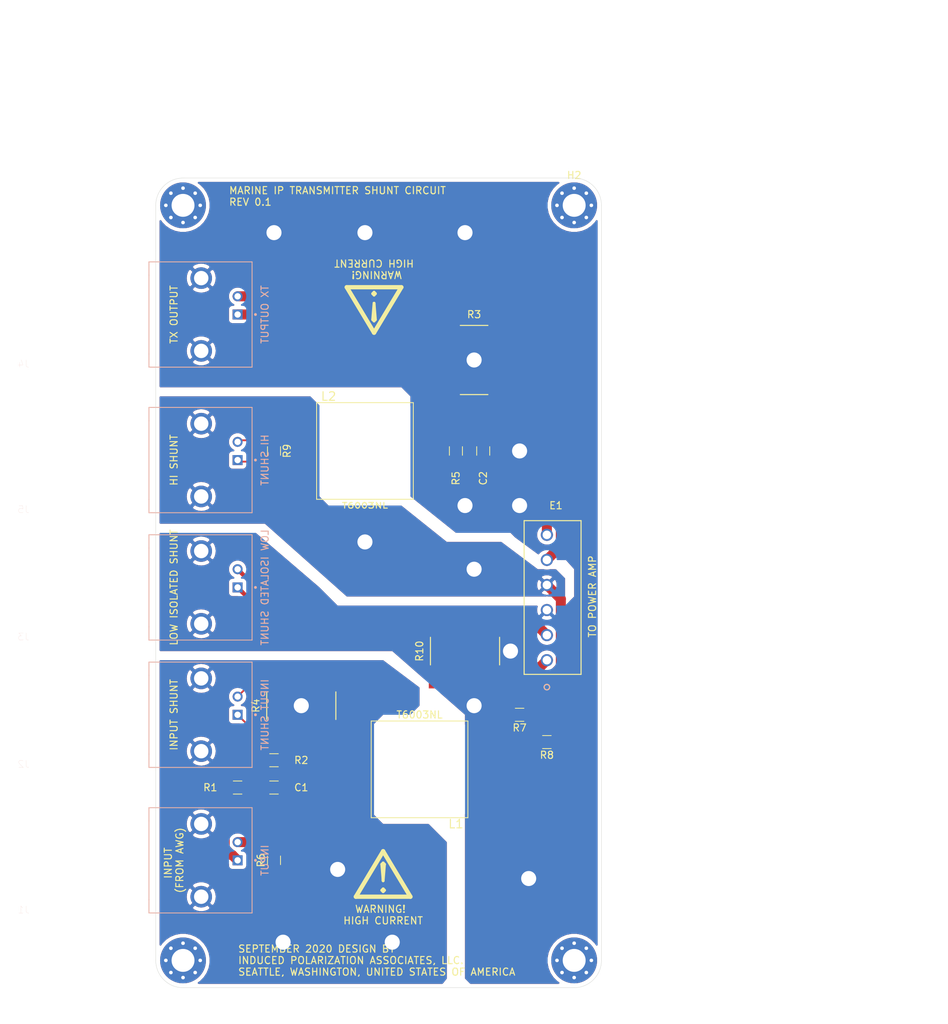
<source format=kicad_pcb>
(kicad_pcb (version 20171130) (host pcbnew "(5.1.6)-1")

  (general
    (thickness 1.6)
    (drawings 37)
    (tracks 99)
    (zones 0)
    (modules 24)
    (nets 24)
  )

  (page A4)
  (title_block
    (title "Function Generator to Transmitter Power Amplifier Board")
    (date 2020-09-22)
    (rev 2)
    (company "Induced Polarization Associates, LLC")
    (comment 3 "routing board. ")
    (comment 4 "PCB layout for function generator to power amplifier")
  )

  (layers
    (0 F.Cu signal)
    (31 B.Cu signal)
    (32 B.Adhes user hide)
    (33 F.Adhes user hide)
    (34 B.Paste user hide)
    (35 F.Paste user hide)
    (36 B.SilkS user)
    (37 F.SilkS user)
    (38 B.Mask user hide)
    (39 F.Mask user hide)
    (40 Dwgs.User user)
    (41 Cmts.User user hide)
    (42 Eco1.User user hide)
    (43 Eco2.User user hide)
    (44 Edge.Cuts user)
    (45 Margin user hide)
    (46 B.CrtYd user hide)
    (47 F.CrtYd user hide)
    (48 B.Fab user hide)
    (49 F.Fab user hide)
  )

  (setup
    (last_trace_width 0.25)
    (trace_clearance 0.2)
    (zone_clearance 0.508)
    (zone_45_only no)
    (trace_min 0.2)
    (via_size 0.8)
    (via_drill 0.4)
    (via_min_size 0.4)
    (via_min_drill 0.3)
    (uvia_size 0.3)
    (uvia_drill 0.1)
    (uvias_allowed no)
    (uvia_min_size 0.2)
    (uvia_min_drill 0.1)
    (edge_width 0.05)
    (segment_width 0.2)
    (pcb_text_width 0.3)
    (pcb_text_size 1.5 1.5)
    (mod_edge_width 0.12)
    (mod_text_size 1 1)
    (mod_text_width 0.15)
    (pad_size 1.524 1.524)
    (pad_drill 0.762)
    (pad_to_mask_clearance 0.05)
    (aux_axis_origin 0 0)
    (visible_elements 7FFFFFFF)
    (pcbplotparams
      (layerselection 0x010fc_ffffffff)
      (usegerberextensions true)
      (usegerberattributes false)
      (usegerberadvancedattributes true)
      (creategerberjobfile true)
      (excludeedgelayer true)
      (linewidth 0.100000)
      (plotframeref false)
      (viasonmask false)
      (mode 1)
      (useauxorigin false)
      (hpglpennumber 1)
      (hpglpenspeed 20)
      (hpglpendiameter 15.000000)
      (psnegative false)
      (psa4output false)
      (plotreference true)
      (plotvalue true)
      (plotinvisibletext false)
      (padsonsilk false)
      (subtractmaskfromsilk false)
      (outputformat 1)
      (mirror false)
      (drillshape 0)
      (scaleselection 1)
      (outputdirectory "to_fab_house_plots_for_pcbway/"))
  )

  (net 0 "")
  (net 1 GNDPWR)
  (net 2 "Net-(C1-Pad2)")
  (net 3 "Net-(C1-Pad1)")
  (net 4 "Net-(C2-Pad1)")
  (net 5 /TX2_IN)
  (net 6 /TX1_IN)
  (net 7 GNDS)
  (net 8 GNDREF)
  (net 9 /POWERAMP_IN_N)
  (net 10 "Net-(L1-PadP$9)")
  (net 11 "Net-(C2-Pad2)")
  (net 12 /POWERAMP_OUT_P)
  (net 13 /TX2_OUT)
  (net 14 /POWERAMP_IN_P)
  (net 15 /INSHUNT_N)
  (net 16 /INSHUNT_P)
  (net 17 /LOW_SHUNT__ISO_N)
  (net 18 /LOW_SHUNT__ISO_P)
  (net 19 /TX1_OUT)
  (net 20 /HI_SHUNT_N)
  (net 21 /HI_SHUNT_P)
  (net 22 "Net-(L1-PadP$2)")
  (net 23 "Net-(L2-PadP$4)")

  (net_class Default "This is the default net class."
    (clearance 0.2)
    (trace_width 0.25)
    (via_dia 0.8)
    (via_drill 0.4)
    (uvia_dia 0.3)
    (uvia_drill 0.1)
  )

  (net_class shunt ""
    (clearance 0.4)
    (trace_width 0.6)
    (via_dia 1.2)
    (via_drill 0.8)
    (uvia_dia 0.3)
    (uvia_drill 0.1)
    (diff_pair_width 0.6)
    (diff_pair_gap 0.4)
    (add_net /HI_SHUNT_N)
    (add_net /HI_SHUNT_P)
    (add_net /INSHUNT_N)
    (add_net /INSHUNT_P)
    (add_net /LOW_SHUNT__ISO_N)
    (add_net /LOW_SHUNT__ISO_P)
    (add_net "Net-(C2-Pad2)")
    (add_net "Net-(L2-PadP$4)")
  )

  (net_class sigpwr ""
    (clearance 0.4)
    (trace_width 1.4)
    (via_dia 2.5)
    (via_drill 2.1)
    (uvia_dia 0.3)
    (uvia_drill 0.1)
    (diff_pair_width 1.9)
    (diff_pair_gap 1.9)
    (add_net /POWERAMP_IN_N)
    (add_net /POWERAMP_IN_P)
    (add_net /POWERAMP_OUT_P)
    (add_net /TX1_IN)
    (add_net /TX1_OUT)
    (add_net /TX2_IN)
    (add_net /TX2_OUT)
    (add_net GNDPWR)
    (add_net GNDREF)
    (add_net GNDS)
    (add_net "Net-(C1-Pad1)")
    (add_net "Net-(C1-Pad2)")
    (add_net "Net-(C2-Pad1)")
    (add_net "Net-(L1-PadP$2)")
    (add_net "Net-(L1-PadP$9)")
  )

  (module MountingHole:MountingHole_3.2mm_M3_Pad_Via (layer F.Cu) (tedit 56DDBCCA) (tstamp 5F6BCAB8)
    (at 173.99 154.94)
    (descr "Mounting Hole 3.2mm, M3")
    (tags "mounting hole 3.2mm m3")
    (path /5F9CF560)
    (attr virtual)
    (fp_text reference H4 (at 0 -4.2) (layer F.Fab)
      (effects (font (size 1 1) (thickness 0.15)))
    )
    (fp_text value MountingHole (at 0 4.2) (layer F.Fab)
      (effects (font (size 1 1) (thickness 0.15)))
    )
    (fp_circle (center 0 0) (end 3.45 0) (layer F.CrtYd) (width 0.05))
    (fp_circle (center 0 0) (end 3.2 0) (layer Cmts.User) (width 0.15))
    (fp_text user %R (at 0.3 0) (layer F.Fab)
      (effects (font (size 1 1) (thickness 0.15)))
    )
    (pad 1 thru_hole circle (at 1.697056 -1.697056) (size 0.8 0.8) (drill 0.5) (layers *.Cu *.Mask))
    (pad 1 thru_hole circle (at 0 -2.4) (size 0.8 0.8) (drill 0.5) (layers *.Cu *.Mask))
    (pad 1 thru_hole circle (at -1.697056 -1.697056) (size 0.8 0.8) (drill 0.5) (layers *.Cu *.Mask))
    (pad 1 thru_hole circle (at -2.4 0) (size 0.8 0.8) (drill 0.5) (layers *.Cu *.Mask))
    (pad 1 thru_hole circle (at -1.697056 1.697056) (size 0.8 0.8) (drill 0.5) (layers *.Cu *.Mask))
    (pad 1 thru_hole circle (at 0 2.4) (size 0.8 0.8) (drill 0.5) (layers *.Cu *.Mask))
    (pad 1 thru_hole circle (at 1.697056 1.697056) (size 0.8 0.8) (drill 0.5) (layers *.Cu *.Mask))
    (pad 1 thru_hole circle (at 2.4 0) (size 0.8 0.8) (drill 0.5) (layers *.Cu *.Mask))
    (pad 1 thru_hole circle (at 0 0) (size 6.4 6.4) (drill 3.2) (layers *.Cu *.Mask))
  )

  (module MountingHole:MountingHole_3.2mm_M3_Pad_Via (layer F.Cu) (tedit 56DDBCCA) (tstamp 5F6BCAA8)
    (at 119.38 154.94)
    (descr "Mounting Hole 3.2mm, M3")
    (tags "mounting hole 3.2mm m3")
    (path /5F9CEF90)
    (attr virtual)
    (fp_text reference H3 (at 0 -4.2) (layer F.Fab)
      (effects (font (size 1 1) (thickness 0.15)))
    )
    (fp_text value MountingHole (at 0 4.2) (layer F.Fab)
      (effects (font (size 1 1) (thickness 0.15)))
    )
    (fp_circle (center 0 0) (end 3.45 0) (layer F.CrtYd) (width 0.05))
    (fp_circle (center 0 0) (end 3.2 0) (layer Cmts.User) (width 0.15))
    (fp_text user %R (at 0.3 0) (layer F.Fab)
      (effects (font (size 1 1) (thickness 0.15)))
    )
    (pad 1 thru_hole circle (at 1.697056 -1.697056) (size 0.8 0.8) (drill 0.5) (layers *.Cu *.Mask))
    (pad 1 thru_hole circle (at 0 -2.4) (size 0.8 0.8) (drill 0.5) (layers *.Cu *.Mask))
    (pad 1 thru_hole circle (at -1.697056 -1.697056) (size 0.8 0.8) (drill 0.5) (layers *.Cu *.Mask))
    (pad 1 thru_hole circle (at -2.4 0) (size 0.8 0.8) (drill 0.5) (layers *.Cu *.Mask))
    (pad 1 thru_hole circle (at -1.697056 1.697056) (size 0.8 0.8) (drill 0.5) (layers *.Cu *.Mask))
    (pad 1 thru_hole circle (at 0 2.4) (size 0.8 0.8) (drill 0.5) (layers *.Cu *.Mask))
    (pad 1 thru_hole circle (at 1.697056 1.697056) (size 0.8 0.8) (drill 0.5) (layers *.Cu *.Mask))
    (pad 1 thru_hole circle (at 2.4 0) (size 0.8 0.8) (drill 0.5) (layers *.Cu *.Mask))
    (pad 1 thru_hole circle (at 0 0) (size 6.4 6.4) (drill 3.2) (layers *.Cu *.Mask))
  )

  (module MountingHole:MountingHole_3.2mm_M3_Pad_Via (layer F.Cu) (tedit 56DDBCCA) (tstamp 5F6BCA98)
    (at 173.99 49.53)
    (descr "Mounting Hole 3.2mm, M3")
    (tags "mounting hole 3.2mm m3")
    (path /5F9D0AA7)
    (attr virtual)
    (fp_text reference H2 (at 0 -4.2) (layer F.SilkS)
      (effects (font (size 1 1) (thickness 0.15)))
    )
    (fp_text value MountingHole (at 0 4.2) (layer F.Fab)
      (effects (font (size 1 1) (thickness 0.15)))
    )
    (fp_circle (center 0 0) (end 3.45 0) (layer F.CrtYd) (width 0.05))
    (fp_circle (center 0 0) (end 3.2 0) (layer Cmts.User) (width 0.15))
    (fp_text user %R (at 0.3 0) (layer F.Fab)
      (effects (font (size 1 1) (thickness 0.15)))
    )
    (pad 1 thru_hole circle (at 1.697056 -1.697056) (size 0.8 0.8) (drill 0.5) (layers *.Cu *.Mask))
    (pad 1 thru_hole circle (at 0 -2.4) (size 0.8 0.8) (drill 0.5) (layers *.Cu *.Mask))
    (pad 1 thru_hole circle (at -1.697056 -1.697056) (size 0.8 0.8) (drill 0.5) (layers *.Cu *.Mask))
    (pad 1 thru_hole circle (at -2.4 0) (size 0.8 0.8) (drill 0.5) (layers *.Cu *.Mask))
    (pad 1 thru_hole circle (at -1.697056 1.697056) (size 0.8 0.8) (drill 0.5) (layers *.Cu *.Mask))
    (pad 1 thru_hole circle (at 0 2.4) (size 0.8 0.8) (drill 0.5) (layers *.Cu *.Mask))
    (pad 1 thru_hole circle (at 1.697056 1.697056) (size 0.8 0.8) (drill 0.5) (layers *.Cu *.Mask))
    (pad 1 thru_hole circle (at 2.4 0) (size 0.8 0.8) (drill 0.5) (layers *.Cu *.Mask))
    (pad 1 thru_hole circle (at 0 0) (size 6.4 6.4) (drill 3.2) (layers *.Cu *.Mask))
  )

  (module MountingHole:MountingHole_3.2mm_M3_Pad_Via (layer F.Cu) (tedit 56DDBCCA) (tstamp 5F6BCA88)
    (at 119.38 49.53)
    (descr "Mounting Hole 3.2mm, M3")
    (tags "mounting hole 3.2mm m3")
    (path /5F9D154E)
    (attr virtual)
    (fp_text reference H1 (at 0 -4.2) (layer F.Fab)
      (effects (font (size 1 1) (thickness 0.15)))
    )
    (fp_text value MountingHole (at 0 4.2) (layer F.Fab)
      (effects (font (size 1 1) (thickness 0.15)))
    )
    (fp_circle (center 0 0) (end 3.45 0) (layer F.CrtYd) (width 0.05))
    (fp_circle (center 0 0) (end 3.2 0) (layer Cmts.User) (width 0.15))
    (fp_text user %R (at 0.3 0) (layer F.Fab)
      (effects (font (size 1 1) (thickness 0.15)))
    )
    (pad 1 thru_hole circle (at 1.697056 -1.697056) (size 0.8 0.8) (drill 0.5) (layers *.Cu *.Mask))
    (pad 1 thru_hole circle (at 0 -2.4) (size 0.8 0.8) (drill 0.5) (layers *.Cu *.Mask))
    (pad 1 thru_hole circle (at -1.697056 -1.697056) (size 0.8 0.8) (drill 0.5) (layers *.Cu *.Mask))
    (pad 1 thru_hole circle (at -2.4 0) (size 0.8 0.8) (drill 0.5) (layers *.Cu *.Mask))
    (pad 1 thru_hole circle (at -1.697056 1.697056) (size 0.8 0.8) (drill 0.5) (layers *.Cu *.Mask))
    (pad 1 thru_hole circle (at 0 2.4) (size 0.8 0.8) (drill 0.5) (layers *.Cu *.Mask))
    (pad 1 thru_hole circle (at 1.697056 1.697056) (size 0.8 0.8) (drill 0.5) (layers *.Cu *.Mask))
    (pad 1 thru_hole circle (at 2.4 0) (size 0.8 0.8) (drill 0.5) (layers *.Cu *.Mask))
    (pad 1 thru_hole circle (at 0 0) (size 6.4 6.4) (drill 3.2) (layers *.Cu *.Mask))
  )

  (module WSL36373L000FEA:WSL36373L000FEA (layer F.Cu) (tedit 0) (tstamp 5F6BBF58)
    (at 158.75 111.76 90)
    (path /5F6AEFCD)
    (fp_text reference R10 (at 0 -6.35 270) (layer F.SilkS)
      (effects (font (size 1 1) (thickness 0.15)))
    )
    (fp_text value "WSL36373L000FEA (3mOhm)" (at 0 0 90) (layer F.Fab) hide
      (effects (font (size 1 1) (thickness 0.15)))
    )
    (fp_line (start 5.461 5.3086) (end -5.461 5.3086) (layer F.CrtYd) (width 0.1524))
    (fp_line (start 5.461 -5.3086) (end 5.461 5.3086) (layer F.CrtYd) (width 0.1524))
    (fp_line (start -5.461 -5.3086) (end 5.461 -5.3086) (layer F.CrtYd) (width 0.1524))
    (fp_line (start -5.461 5.3086) (end -5.461 -5.3086) (layer F.CrtYd) (width 0.1524))
    (fp_line (start -4.572 -4.699) (end -4.572 4.699) (layer F.Fab) (width 0.1524))
    (fp_line (start 4.572 -4.699) (end -4.572 -4.699) (layer F.Fab) (width 0.1524))
    (fp_line (start 4.572 4.699) (end 4.572 -4.699) (layer F.Fab) (width 0.1524))
    (fp_line (start -4.572 4.699) (end 4.572 4.699) (layer F.Fab) (width 0.1524))
    (fp_line (start 1.92786 -4.826) (end -1.92786 -4.826) (layer F.SilkS) (width 0.1524))
    (fp_line (start -1.92786 4.826) (end 1.92786 4.826) (layer F.SilkS) (width 0.1524))
    (fp_text user * (at 0 0 90) (layer F.Fab) hide
      (effects (font (size 1 1) (thickness 0.15)))
    )
    (fp_text user * (at 0 0 90) (layer F.Fab) hide
      (effects (font (size 1 1) (thickness 0.15)))
    )
    (fp_text user "Copyright 2016 Accelerated Designs. All rights reserved." (at 0 0 90) (layer Cmts.User) hide
      (effects (font (size 0.127 0.127) (thickness 0.002)))
    )
    (pad 4 smd rect (at 3.7338 1.2446 90) (size 2.9464 7.62) (layers F.Cu F.Paste F.Mask)
      (net 14 /POWERAMP_IN_P))
    (pad 3 smd rect (at 3.7338 -4.2164 90) (size 2.9464 1.6764) (layers F.Cu F.Paste F.Mask)
      (net 17 /LOW_SHUNT__ISO_N))
    (pad 2 smd rect (at -3.7338 -4.2164 90) (size 2.9464 1.6764) (layers F.Cu F.Paste F.Mask)
      (net 18 /LOW_SHUNT__ISO_P))
    (pad 1 smd rect (at -3.7338 1.2446 90) (size 2.9464 7.62) (layers F.Cu F.Paste F.Mask)
      (net 10 "Net-(L1-PadP$9)"))
  )

  (module WSL36373L000FEA:WSL36373L000FEA (layer F.Cu) (tedit 0) (tstamp 5F6BBFD0)
    (at 135.89 119.38 90)
    (path /5F6AD6E3)
    (fp_text reference R4 (at 0 -6.35 90) (layer F.SilkS)
      (effects (font (size 1 1) (thickness 0.15)))
    )
    (fp_text value "WSL36373L000FEA (3mOhm)" (at 0 0 90) (layer F.Fab) hide
      (effects (font (size 1 1) (thickness 0.15)))
    )
    (fp_line (start 5.461 5.3086) (end -5.461 5.3086) (layer F.CrtYd) (width 0.1524))
    (fp_line (start 5.461 -5.3086) (end 5.461 5.3086) (layer F.CrtYd) (width 0.1524))
    (fp_line (start -5.461 -5.3086) (end 5.461 -5.3086) (layer F.CrtYd) (width 0.1524))
    (fp_line (start -5.461 5.3086) (end -5.461 -5.3086) (layer F.CrtYd) (width 0.1524))
    (fp_line (start -4.572 -4.699) (end -4.572 4.699) (layer F.Fab) (width 0.1524))
    (fp_line (start 4.572 -4.699) (end -4.572 -4.699) (layer F.Fab) (width 0.1524))
    (fp_line (start 4.572 4.699) (end 4.572 -4.699) (layer F.Fab) (width 0.1524))
    (fp_line (start -4.572 4.699) (end 4.572 4.699) (layer F.Fab) (width 0.1524))
    (fp_line (start 1.92786 -4.826) (end -1.92786 -4.826) (layer F.SilkS) (width 0.1524))
    (fp_line (start -1.92786 4.826) (end 1.92786 4.826) (layer F.SilkS) (width 0.1524))
    (fp_text user * (at 0 0 90) (layer F.Fab) hide
      (effects (font (size 1 1) (thickness 0.15)))
    )
    (fp_text user * (at 0 0 90) (layer F.Fab) hide
      (effects (font (size 1 1) (thickness 0.15)))
    )
    (fp_text user "Copyright 2016 Accelerated Designs. All rights reserved." (at 0 0 90) (layer Cmts.User) hide
      (effects (font (size 0.127 0.127) (thickness 0.002)))
    )
    (pad 4 smd rect (at 3.7338 1.2446 90) (size 2.9464 7.62) (layers F.Cu F.Paste F.Mask)
      (net 22 "Net-(L1-PadP$2)"))
    (pad 3 smd rect (at 3.7338 -4.2164 90) (size 2.9464 1.6764) (layers F.Cu F.Paste F.Mask)
      (net 15 /INSHUNT_N))
    (pad 2 smd rect (at -3.7338 -4.2164 90) (size 2.9464 1.6764) (layers F.Cu F.Paste F.Mask)
      (net 16 /INSHUNT_P))
    (pad 1 smd rect (at -3.7338 1.2446 90) (size 2.9464 7.62) (layers F.Cu F.Paste F.Mask)
      (net 3 "Net-(C1-Pad1)"))
  )

  (module WSL36373L000FEA:WSL36373L000FEA (layer F.Cu) (tedit 0) (tstamp 5F6BBF94)
    (at 160.02 71.12 180)
    (path /5F6D8A38)
    (fp_text reference R3 (at 0 6.35) (layer F.SilkS)
      (effects (font (size 1 1) (thickness 0.15)))
    )
    (fp_text value "WSL36373L000FEA (3mOhm)" (at 0 0) (layer F.Fab) hide
      (effects (font (size 1 1) (thickness 0.15)))
    )
    (fp_line (start -1.92786 4.826) (end 1.92786 4.826) (layer F.SilkS) (width 0.1524))
    (fp_line (start 1.92786 -4.826) (end -1.92786 -4.826) (layer F.SilkS) (width 0.1524))
    (fp_line (start -4.572 4.699) (end 4.572 4.699) (layer F.Fab) (width 0.1524))
    (fp_line (start 4.572 4.699) (end 4.572 -4.699) (layer F.Fab) (width 0.1524))
    (fp_line (start 4.572 -4.699) (end -4.572 -4.699) (layer F.Fab) (width 0.1524))
    (fp_line (start -4.572 -4.699) (end -4.572 4.699) (layer F.Fab) (width 0.1524))
    (fp_line (start -5.461 5.3086) (end -5.461 -5.3086) (layer F.CrtYd) (width 0.1524))
    (fp_line (start -5.461 -5.3086) (end 5.461 -5.3086) (layer F.CrtYd) (width 0.1524))
    (fp_line (start 5.461 -5.3086) (end 5.461 5.3086) (layer F.CrtYd) (width 0.1524))
    (fp_line (start 5.461 5.3086) (end -5.461 5.3086) (layer F.CrtYd) (width 0.1524))
    (fp_text user "Copyright 2016 Accelerated Designs. All rights reserved." (at 0 0) (layer Cmts.User) hide
      (effects (font (size 0.127 0.127) (thickness 0.002)))
    )
    (fp_text user * (at 0 0) (layer B.Fab)
      (effects (font (size 1 1) (thickness 0.15)) (justify mirror))
    )
    (fp_text user * (at 0 0) (layer F.Fab)
      (effects (font (size 1 1) (thickness 0.15)))
    )
    (pad 1 smd rect (at -3.7338 1.2446 180) (size 2.9464 7.62) (layers F.Cu F.Paste F.Mask)
      (net 12 /POWERAMP_OUT_P))
    (pad 2 smd rect (at -3.7338 -4.2164 180) (size 2.9464 1.6764) (layers F.Cu F.Paste F.Mask)
      (net 11 "Net-(C2-Pad2)"))
    (pad 3 smd rect (at 3.7338 -4.2164 180) (size 2.9464 1.6764) (layers F.Cu F.Paste F.Mask)
      (net 23 "Net-(L2-PadP$4)"))
    (pad 4 smd rect (at 3.7338 1.2446 180) (size 2.9464 7.62) (layers F.Cu F.Paste F.Mask)
      (net 19 /TX1_OUT))
  )

  (module phoenix-6pos-1984659:1984659 (layer F.Cu) (tedit 0) (tstamp 5F6BC013)
    (at 170.18 113.03 90)
    (path /5F8227D9)
    (fp_text reference E1 (at 21.59 1.27 180) (layer F.SilkS)
      (effects (font (size 1 1) (thickness 0.15)))
    )
    (fp_text value "TO POWER AMP" (at 8.89 6.35 90) (layer F.SilkS)
      (effects (font (size 1 1) (thickness 0.15)))
    )
    (fp_line (start -1.981497 4.773201) (end 19.481503 4.773201) (layer F.SilkS) (width 0.1524))
    (fp_line (start 19.481503 4.773201) (end 19.481503 -3.176999) (layer F.SilkS) (width 0.1524))
    (fp_line (start 19.481503 -3.176999) (end -1.981497 -3.176999) (layer F.SilkS) (width 0.1524))
    (fp_line (start -1.981497 -3.176999) (end -1.981497 4.773201) (layer F.SilkS) (width 0.1524))
    (fp_line (start -1.854497 4.646201) (end 19.354503 4.646201) (layer F.Fab) (width 0.1524))
    (fp_line (start 19.354503 4.646201) (end 19.354503 -3.049999) (layer F.Fab) (width 0.1524))
    (fp_line (start 19.354503 -3.049999) (end -1.854497 -3.049999) (layer F.Fab) (width 0.1524))
    (fp_line (start -1.854497 -3.049999) (end -1.854497 4.646201) (layer F.Fab) (width 0.1524))
    (fp_line (start -2.108497 -3.303999) (end -2.108497 4.900201) (layer F.CrtYd) (width 0.1524))
    (fp_line (start -2.108497 4.900201) (end 19.608503 4.900201) (layer F.CrtYd) (width 0.1524))
    (fp_line (start 19.608503 4.900201) (end 19.608503 -3.303999) (layer F.CrtYd) (width 0.1524))
    (fp_line (start 19.608503 -3.303999) (end -2.108497 -3.303999) (layer F.CrtYd) (width 0.1524))
    (fp_circle (center 0 -1.905) (end 0.381 -1.905) (layer F.Fab) (width 0.1524))
    (fp_circle (center -3.759497 0) (end -3.378497 0) (layer F.SilkS) (width 0.1524))
    (fp_circle (center -3.759497 0) (end -3.378497 0) (layer B.SilkS) (width 0.1524))
    (fp_text user "Copyright 2016 Accelerated Designs. All rights reserved." (at 0 0 90) (layer Cmts.User) hide
      (effects (font (size 0.127 0.127) (thickness 0.002)))
    )
    (fp_text user * (at 0 0 90) (layer F.Fab) hide
      (effects (font (size 1 1) (thickness 0.15)))
    )
    (fp_text user * (at 0 0 90) (layer F.Fab) hide
      (effects (font (size 1 1) (thickness 0.15)))
    )
    (pad 1 thru_hole circle (at 0 0 90) (size 1.7018 1.7018) (drill 1.1938) (layers *.Cu *.Mask)
      (net 9 /POWERAMP_IN_N))
    (pad 2 thru_hole circle (at 3.500003 0 90) (size 1.7018 1.7018) (drill 1.1938) (layers *.Cu *.Mask)
      (net 14 /POWERAMP_IN_P))
    (pad 3 thru_hole circle (at 7.000004 0 90) (size 1.7018 1.7018) (drill 1.1938) (layers *.Cu *.Mask)
      (net 7 GNDS))
    (pad 4 thru_hole circle (at 10.500005 0 90) (size 1.7018 1.7018) (drill 1.1938) (layers *.Cu *.Mask)
      (net 8 GNDREF))
    (pad 5 thru_hole circle (at 14.000005 0 90) (size 1.7018 1.7018) (drill 1.1938) (layers *.Cu *.Mask)
      (net 13 /TX2_OUT))
    (pad 6 thru_hole circle (at 17.500006 0 90) (size 1.7018 1.7018) (drill 1.1938) (layers *.Cu *.Mask)
      (net 12 /POWERAMP_OUT_P))
  )

  (module Resistor_SMD:R_1206_3216Metric_Pad1.42x1.75mm_HandSolder (layer F.Cu) (tedit 5B301BBD) (tstamp 5F6BBF24)
    (at 132.08 83.82 270)
    (descr "Resistor SMD 1206 (3216 Metric), square (rectangular) end terminal, IPC_7351 nominal with elongated pad for handsoldering. (Body size source: http://www.tortai-tech.com/upload/download/2011102023233369053.pdf), generated with kicad-footprint-generator")
    (tags "resistor handsolder")
    (path /5F6E062F)
    (attr smd)
    (fp_text reference R9 (at 0 -1.82 90) (layer F.SilkS)
      (effects (font (size 1 1) (thickness 0.15)))
    )
    (fp_text value 70R (at 0 1.82 90) (layer F.Fab)
      (effects (font (size 1 1) (thickness 0.15)))
    )
    (fp_line (start 2.45 1.12) (end -2.45 1.12) (layer F.CrtYd) (width 0.05))
    (fp_line (start 2.45 -1.12) (end 2.45 1.12) (layer F.CrtYd) (width 0.05))
    (fp_line (start -2.45 -1.12) (end 2.45 -1.12) (layer F.CrtYd) (width 0.05))
    (fp_line (start -2.45 1.12) (end -2.45 -1.12) (layer F.CrtYd) (width 0.05))
    (fp_line (start -0.602064 0.91) (end 0.602064 0.91) (layer F.SilkS) (width 0.12))
    (fp_line (start -0.602064 -0.91) (end 0.602064 -0.91) (layer F.SilkS) (width 0.12))
    (fp_line (start 1.6 0.8) (end -1.6 0.8) (layer F.Fab) (width 0.1))
    (fp_line (start 1.6 -0.8) (end 1.6 0.8) (layer F.Fab) (width 0.1))
    (fp_line (start -1.6 -0.8) (end 1.6 -0.8) (layer F.Fab) (width 0.1))
    (fp_line (start -1.6 0.8) (end -1.6 -0.8) (layer F.Fab) (width 0.1))
    (fp_text user %R (at 0 0 90) (layer F.Fab)
      (effects (font (size 0.8 0.8) (thickness 0.12)))
    )
    (pad 1 smd roundrect (at -1.4875 0 270) (size 1.425 1.75) (layers F.Cu F.Paste F.Mask) (roundrect_rratio 0.175439)
      (net 20 /HI_SHUNT_N))
    (pad 2 smd roundrect (at 1.4875 0 270) (size 1.425 1.75) (layers F.Cu F.Paste F.Mask) (roundrect_rratio 0.175439)
      (net 21 /HI_SHUNT_P))
    (model ${KISYS3DMOD}/Resistor_SMD.3dshapes/R_1206_3216Metric.wrl
      (at (xyz 0 0 0))
      (scale (xyz 1 1 1))
      (rotate (xyz 0 0 0))
    )
  )

  (module Resistor_SMD:R_1206_3216Metric_Pad1.42x1.75mm_HandSolder (layer F.Cu) (tedit 5B301BBD) (tstamp 5F6BBEF4)
    (at 170.18 124.46 180)
    (descr "Resistor SMD 1206 (3216 Metric), square (rectangular) end terminal, IPC_7351 nominal with elongated pad for handsoldering. (Body size source: http://www.tortai-tech.com/upload/download/2011102023233369053.pdf), generated with kicad-footprint-generator")
    (tags "resistor handsolder")
    (path /5F78F8AA)
    (attr smd)
    (fp_text reference R8 (at 0 -1.82) (layer F.SilkS)
      (effects (font (size 1 1) (thickness 0.15)))
    )
    (fp_text value 1M (at 0 1.82) (layer F.Fab)
      (effects (font (size 1 1) (thickness 0.15)))
    )
    (fp_line (start -1.6 0.8) (end -1.6 -0.8) (layer F.Fab) (width 0.1))
    (fp_line (start -1.6 -0.8) (end 1.6 -0.8) (layer F.Fab) (width 0.1))
    (fp_line (start 1.6 -0.8) (end 1.6 0.8) (layer F.Fab) (width 0.1))
    (fp_line (start 1.6 0.8) (end -1.6 0.8) (layer F.Fab) (width 0.1))
    (fp_line (start -0.602064 -0.91) (end 0.602064 -0.91) (layer F.SilkS) (width 0.12))
    (fp_line (start -0.602064 0.91) (end 0.602064 0.91) (layer F.SilkS) (width 0.12))
    (fp_line (start -2.45 1.12) (end -2.45 -1.12) (layer F.CrtYd) (width 0.05))
    (fp_line (start -2.45 -1.12) (end 2.45 -1.12) (layer F.CrtYd) (width 0.05))
    (fp_line (start 2.45 -1.12) (end 2.45 1.12) (layer F.CrtYd) (width 0.05))
    (fp_line (start 2.45 1.12) (end -2.45 1.12) (layer F.CrtYd) (width 0.05))
    (fp_text user %R (at 0 0) (layer F.Fab)
      (effects (font (size 0.8 0.8) (thickness 0.12)))
    )
    (pad 2 smd roundrect (at 1.4875 0 180) (size 1.425 1.75) (layers F.Cu F.Paste F.Mask) (roundrect_rratio 0.175439)
      (net 9 /POWERAMP_IN_N))
    (pad 1 smd roundrect (at -1.4875 0 180) (size 1.425 1.75) (layers F.Cu F.Paste F.Mask) (roundrect_rratio 0.175439)
      (net 8 GNDREF))
    (model ${KISYS3DMOD}/Resistor_SMD.3dshapes/R_1206_3216Metric.wrl
      (at (xyz 0 0 0))
      (scale (xyz 1 1 1))
      (rotate (xyz 0 0 0))
    )
  )

  (module Resistor_SMD:R_1206_3216Metric_Pad1.42x1.75mm_HandSolder (layer F.Cu) (tedit 5B301BBD) (tstamp 5F6BBE64)
    (at 166.37 120.65 180)
    (descr "Resistor SMD 1206 (3216 Metric), square (rectangular) end terminal, IPC_7351 nominal with elongated pad for handsoldering. (Body size source: http://www.tortai-tech.com/upload/download/2011102023233369053.pdf), generated with kicad-footprint-generator")
    (tags "resistor handsolder")
    (path /5F6E025E)
    (attr smd)
    (fp_text reference R7 (at 0 -1.82) (layer F.SilkS)
      (effects (font (size 1 1) (thickness 0.15)))
    )
    (fp_text value 70R (at 0 1.82) (layer F.Fab)
      (effects (font (size 1 1) (thickness 0.15)))
    )
    (fp_line (start -1.6 0.8) (end -1.6 -0.8) (layer F.Fab) (width 0.1))
    (fp_line (start -1.6 -0.8) (end 1.6 -0.8) (layer F.Fab) (width 0.1))
    (fp_line (start 1.6 -0.8) (end 1.6 0.8) (layer F.Fab) (width 0.1))
    (fp_line (start 1.6 0.8) (end -1.6 0.8) (layer F.Fab) (width 0.1))
    (fp_line (start -0.602064 -0.91) (end 0.602064 -0.91) (layer F.SilkS) (width 0.12))
    (fp_line (start -0.602064 0.91) (end 0.602064 0.91) (layer F.SilkS) (width 0.12))
    (fp_line (start -2.45 1.12) (end -2.45 -1.12) (layer F.CrtYd) (width 0.05))
    (fp_line (start -2.45 -1.12) (end 2.45 -1.12) (layer F.CrtYd) (width 0.05))
    (fp_line (start 2.45 -1.12) (end 2.45 1.12) (layer F.CrtYd) (width 0.05))
    (fp_line (start 2.45 1.12) (end -2.45 1.12) (layer F.CrtYd) (width 0.05))
    (fp_text user %R (at 0 0) (layer F.Fab)
      (effects (font (size 0.8 0.8) (thickness 0.12)))
    )
    (pad 2 smd roundrect (at 1.4875 0 180) (size 1.425 1.75) (layers F.Cu F.Paste F.Mask) (roundrect_rratio 0.175439)
      (net 10 "Net-(L1-PadP$9)"))
    (pad 1 smd roundrect (at -1.4875 0 180) (size 1.425 1.75) (layers F.Cu F.Paste F.Mask) (roundrect_rratio 0.175439)
      (net 9 /POWERAMP_IN_N))
    (model ${KISYS3DMOD}/Resistor_SMD.3dshapes/R_1206_3216Metric.wrl
      (at (xyz 0 0 0))
      (scale (xyz 1 1 1))
      (rotate (xyz 0 0 0))
    )
  )

  (module Resistor_SMD:R_1206_3216Metric_Pad1.42x1.75mm_HandSolder (layer F.Cu) (tedit 5B301BBD) (tstamp 5F6BBE04)
    (at 132.08 140.97 90)
    (descr "Resistor SMD 1206 (3216 Metric), square (rectangular) end terminal, IPC_7351 nominal with elongated pad for handsoldering. (Body size source: http://www.tortai-tech.com/upload/download/2011102023233369053.pdf), generated with kicad-footprint-generator")
    (tags "resistor handsolder")
    (path /5F700293)
    (attr smd)
    (fp_text reference R6 (at 0 -1.82 90) (layer F.SilkS)
      (effects (font (size 1 1) (thickness 0.15)))
    )
    (fp_text value 1M (at 0 1.82 90) (layer F.Fab)
      (effects (font (size 1 1) (thickness 0.15)))
    )
    (fp_line (start -1.6 0.8) (end -1.6 -0.8) (layer F.Fab) (width 0.1))
    (fp_line (start -1.6 -0.8) (end 1.6 -0.8) (layer F.Fab) (width 0.1))
    (fp_line (start 1.6 -0.8) (end 1.6 0.8) (layer F.Fab) (width 0.1))
    (fp_line (start 1.6 0.8) (end -1.6 0.8) (layer F.Fab) (width 0.1))
    (fp_line (start -0.602064 -0.91) (end 0.602064 -0.91) (layer F.SilkS) (width 0.12))
    (fp_line (start -0.602064 0.91) (end 0.602064 0.91) (layer F.SilkS) (width 0.12))
    (fp_line (start -2.45 1.12) (end -2.45 -1.12) (layer F.CrtYd) (width 0.05))
    (fp_line (start -2.45 -1.12) (end 2.45 -1.12) (layer F.CrtYd) (width 0.05))
    (fp_line (start 2.45 -1.12) (end 2.45 1.12) (layer F.CrtYd) (width 0.05))
    (fp_line (start 2.45 1.12) (end -2.45 1.12) (layer F.CrtYd) (width 0.05))
    (fp_text user %R (at 0 0 90) (layer F.Fab)
      (effects (font (size 0.8 0.8) (thickness 0.12)))
    )
    (pad 2 smd roundrect (at 1.4875 0 90) (size 1.425 1.75) (layers F.Cu F.Paste F.Mask) (roundrect_rratio 0.175439)
      (net 5 /TX2_IN))
    (pad 1 smd roundrect (at -1.4875 0 90) (size 1.425 1.75) (layers F.Cu F.Paste F.Mask) (roundrect_rratio 0.175439)
      (net 1 GNDPWR))
    (model ${KISYS3DMOD}/Resistor_SMD.3dshapes/R_1206_3216Metric.wrl
      (at (xyz 0 0 0))
      (scale (xyz 1 1 1))
      (rotate (xyz 0 0 0))
    )
  )

  (module Resistor_SMD:R_1206_3216Metric_Pad1.42x1.75mm_HandSolder (layer F.Cu) (tedit 5B301BBD) (tstamp 5F6BBE94)
    (at 157.48 83.82 270)
    (descr "Resistor SMD 1206 (3216 Metric), square (rectangular) end terminal, IPC_7351 nominal with elongated pad for handsoldering. (Body size source: http://www.tortai-tech.com/upload/download/2011102023233369053.pdf), generated with kicad-footprint-generator")
    (tags "resistor handsolder")
    (path /5F7DAA75)
    (attr smd)
    (fp_text reference R5 (at 3.81 0 90) (layer F.SilkS)
      (effects (font (size 1 1) (thickness 0.15)))
    )
    (fp_text value 1M (at 0 1.82 90) (layer F.Fab)
      (effects (font (size 1 1) (thickness 0.15)))
    )
    (fp_line (start 2.45 1.12) (end -2.45 1.12) (layer F.CrtYd) (width 0.05))
    (fp_line (start 2.45 -1.12) (end 2.45 1.12) (layer F.CrtYd) (width 0.05))
    (fp_line (start -2.45 -1.12) (end 2.45 -1.12) (layer F.CrtYd) (width 0.05))
    (fp_line (start -2.45 1.12) (end -2.45 -1.12) (layer F.CrtYd) (width 0.05))
    (fp_line (start -0.602064 0.91) (end 0.602064 0.91) (layer F.SilkS) (width 0.12))
    (fp_line (start -0.602064 -0.91) (end 0.602064 -0.91) (layer F.SilkS) (width 0.12))
    (fp_line (start 1.6 0.8) (end -1.6 0.8) (layer F.Fab) (width 0.1))
    (fp_line (start 1.6 -0.8) (end 1.6 0.8) (layer F.Fab) (width 0.1))
    (fp_line (start -1.6 -0.8) (end 1.6 -0.8) (layer F.Fab) (width 0.1))
    (fp_line (start -1.6 0.8) (end -1.6 -0.8) (layer F.Fab) (width 0.1))
    (fp_text user %R (at 0 0 90) (layer F.Fab)
      (effects (font (size 0.8 0.8) (thickness 0.12)))
    )
    (pad 1 smd roundrect (at -1.4875 0 270) (size 1.425 1.75) (layers F.Cu F.Paste F.Mask) (roundrect_rratio 0.175439)
      (net 23 "Net-(L2-PadP$4)"))
    (pad 2 smd roundrect (at 1.4875 0 270) (size 1.425 1.75) (layers F.Cu F.Paste F.Mask) (roundrect_rratio 0.175439)
      (net 4 "Net-(C2-Pad1)"))
    (model ${KISYS3DMOD}/Resistor_SMD.3dshapes/R_1206_3216Metric.wrl
      (at (xyz 0 0 0))
      (scale (xyz 1 1 1))
      (rotate (xyz 0 0 0))
    )
  )

  (module Resistor_SMD:R_1206_3216Metric_Pad1.42x1.75mm_HandSolder (layer F.Cu) (tedit 5B301BBD) (tstamp 5F6BD292)
    (at 132.08 127)
    (descr "Resistor SMD 1206 (3216 Metric), square (rectangular) end terminal, IPC_7351 nominal with elongated pad for handsoldering. (Body size source: http://www.tortai-tech.com/upload/download/2011102023233369053.pdf), generated with kicad-footprint-generator")
    (tags "resistor handsolder")
    (path /5F6ACCDA)
    (attr smd)
    (fp_text reference R2 (at 3.81 0) (layer F.SilkS)
      (effects (font (size 1 1) (thickness 0.15)))
    )
    (fp_text value 1M (at 0 1.82) (layer F.Fab)
      (effects (font (size 1 1) (thickness 0.15)))
    )
    (fp_line (start -1.6 0.8) (end -1.6 -0.8) (layer F.Fab) (width 0.1))
    (fp_line (start -1.6 -0.8) (end 1.6 -0.8) (layer F.Fab) (width 0.1))
    (fp_line (start 1.6 -0.8) (end 1.6 0.8) (layer F.Fab) (width 0.1))
    (fp_line (start 1.6 0.8) (end -1.6 0.8) (layer F.Fab) (width 0.1))
    (fp_line (start -0.602064 -0.91) (end 0.602064 -0.91) (layer F.SilkS) (width 0.12))
    (fp_line (start -0.602064 0.91) (end 0.602064 0.91) (layer F.SilkS) (width 0.12))
    (fp_line (start -2.45 1.12) (end -2.45 -1.12) (layer F.CrtYd) (width 0.05))
    (fp_line (start -2.45 -1.12) (end 2.45 -1.12) (layer F.CrtYd) (width 0.05))
    (fp_line (start 2.45 -1.12) (end 2.45 1.12) (layer F.CrtYd) (width 0.05))
    (fp_line (start 2.45 1.12) (end -2.45 1.12) (layer F.CrtYd) (width 0.05))
    (fp_text user %R (at 0 0) (layer F.Fab)
      (effects (font (size 0.8 0.8) (thickness 0.12)))
    )
    (pad 2 smd roundrect (at 1.4875 0) (size 1.425 1.75) (layers F.Cu F.Paste F.Mask) (roundrect_rratio 0.175439)
      (net 3 "Net-(C1-Pad1)"))
    (pad 1 smd roundrect (at -1.4875 0) (size 1.425 1.75) (layers F.Cu F.Paste F.Mask) (roundrect_rratio 0.175439)
      (net 1 GNDPWR))
    (model ${KISYS3DMOD}/Resistor_SMD.3dshapes/R_1206_3216Metric.wrl
      (at (xyz 0 0 0))
      (scale (xyz 1 1 1))
      (rotate (xyz 0 0 0))
    )
  )

  (module Resistor_SMD:R_1206_3216Metric_Pad1.42x1.75mm_HandSolder (layer F.Cu) (tedit 5B301BBD) (tstamp 5F6BBEC4)
    (at 127 130.81 180)
    (descr "Resistor SMD 1206 (3216 Metric), square (rectangular) end terminal, IPC_7351 nominal with elongated pad for handsoldering. (Body size source: http://www.tortai-tech.com/upload/download/2011102023233369053.pdf), generated with kicad-footprint-generator")
    (tags "resistor handsolder")
    (path /5F6AC344)
    (attr smd)
    (fp_text reference R1 (at 3.81 0) (layer F.SilkS)
      (effects (font (size 1 1) (thickness 0.15)))
    )
    (fp_text value 100K (at 0 1.82) (layer F.Fab)
      (effects (font (size 1 1) (thickness 0.15)))
    )
    (fp_line (start -1.6 0.8) (end -1.6 -0.8) (layer F.Fab) (width 0.1))
    (fp_line (start -1.6 -0.8) (end 1.6 -0.8) (layer F.Fab) (width 0.1))
    (fp_line (start 1.6 -0.8) (end 1.6 0.8) (layer F.Fab) (width 0.1))
    (fp_line (start 1.6 0.8) (end -1.6 0.8) (layer F.Fab) (width 0.1))
    (fp_line (start -0.602064 -0.91) (end 0.602064 -0.91) (layer F.SilkS) (width 0.12))
    (fp_line (start -0.602064 0.91) (end 0.602064 0.91) (layer F.SilkS) (width 0.12))
    (fp_line (start -2.45 1.12) (end -2.45 -1.12) (layer F.CrtYd) (width 0.05))
    (fp_line (start -2.45 -1.12) (end 2.45 -1.12) (layer F.CrtYd) (width 0.05))
    (fp_line (start 2.45 -1.12) (end 2.45 1.12) (layer F.CrtYd) (width 0.05))
    (fp_line (start 2.45 1.12) (end -2.45 1.12) (layer F.CrtYd) (width 0.05))
    (fp_text user %R (at 0 0) (layer F.Fab)
      (effects (font (size 0.8 0.8) (thickness 0.12)))
    )
    (pad 2 smd roundrect (at 1.4875 0 180) (size 1.425 1.75) (layers F.Cu F.Paste F.Mask) (roundrect_rratio 0.175439)
      (net 6 /TX1_IN))
    (pad 1 smd roundrect (at -1.4875 0 180) (size 1.425 1.75) (layers F.Cu F.Paste F.Mask) (roundrect_rratio 0.175439)
      (net 2 "Net-(C1-Pad2)"))
    (model ${KISYS3DMOD}/Resistor_SMD.3dshapes/R_1206_3216Metric.wrl
      (at (xyz 0 0 0))
      (scale (xyz 1 1 1))
      (rotate (xyz 0 0 0))
    )
  )

  (module amphenol-isolated-pcb-mount-bnc:CONN_1-1337543-0 (layer B.Cu) (tedit 5F63BB68) (tstamp 5F6A967D)
    (at 127 85.09)
    (path /5F6A2C2D)
    (fp_text reference J5 (at -29.881025 6.897945) (layer B.SilkS)
      (effects (font (size 1.001882 1.001882) (thickness 0.015)) (justify mirror))
    )
    (fp_text value 1-1337543-0 (at -22.86126 -6.62115) (layer B.Fab)
      (effects (font (size 1.000929 1.000929) (thickness 0.015)) (justify mirror))
    )
    (fp_line (start -12.38 7.35) (end 2.02 7.35) (layer B.SilkS) (width 0.127))
    (fp_line (start 2.02 7.35) (end 2.02 -7.35) (layer B.SilkS) (width 0.127))
    (fp_line (start 2.02 -7.35) (end -12.38 -7.35) (layer B.SilkS) (width 0.127))
    (fp_line (start -12.38 -7.35) (end -12.38 -5.5) (layer B.SilkS) (width 0.127))
    (fp_line (start -12.38 -5.5) (end -12.38 5.5) (layer B.SilkS) (width 0.127))
    (fp_line (start -12.38 5.5) (end -12.38 7.35) (layer B.SilkS) (width 0.127))
    (fp_line (start -12.38 7.35) (end 2.02 7.35) (layer B.Fab) (width 0.127))
    (fp_line (start 2.02 7.35) (end 2.02 -7.35) (layer B.Fab) (width 0.127))
    (fp_line (start 2.02 -7.35) (end -12.38 -7.35) (layer B.Fab) (width 0.127))
    (fp_line (start -12.38 -7.35) (end -12.38 -5.5) (layer B.Fab) (width 0.127))
    (fp_line (start -12.38 -5.5) (end -12.38 5.5) (layer B.Fab) (width 0.127))
    (fp_line (start -12.38 5.5) (end -12.38 7.35) (layer B.Fab) (width 0.127))
    (fp_line (start -12.38 5.5) (end -13 5.5) (layer B.Fab) (width 0.127))
    (fp_line (start -13 5.5) (end -13.5 5.5) (layer B.Fab) (width 0.127))
    (fp_line (start -13.5 5.5) (end -14 5.5) (layer B.Fab) (width 0.127))
    (fp_line (start -14 5.5) (end -14.5 5.5) (layer B.Fab) (width 0.127))
    (fp_line (start -14.5 5.5) (end -15 5.5) (layer B.Fab) (width 0.127))
    (fp_line (start -15 5.5) (end -15.5 5.5) (layer B.Fab) (width 0.127))
    (fp_line (start -15.5 5.5) (end -16 5.5) (layer B.Fab) (width 0.127))
    (fp_line (start -16 5.5) (end -16.5 5.5) (layer B.Fab) (width 0.127))
    (fp_line (start -16.5 5.5) (end -17 5.5) (layer B.Fab) (width 0.127))
    (fp_line (start -17 5.5) (end -17.5 5.5) (layer B.Fab) (width 0.127))
    (fp_line (start -17.5 5.5) (end -18 5.5) (layer B.Fab) (width 0.127))
    (fp_line (start -18 5.5) (end -18.5 5.5) (layer B.Fab) (width 0.127))
    (fp_line (start -18.5 5.5) (end -19 5.5) (layer B.Fab) (width 0.127))
    (fp_line (start -19 5.5) (end -19.5 5.5) (layer B.Fab) (width 0.127))
    (fp_line (start -19.5 5.5) (end -20 5.5) (layer B.Fab) (width 0.127))
    (fp_line (start -20 5.5) (end -20.5 5.5) (layer B.Fab) (width 0.127))
    (fp_line (start -20.5 5.5) (end -20.9 5.5) (layer B.Fab) (width 0.127))
    (fp_line (start -20.9 -5.5) (end -20.5 -5.5) (layer B.Fab) (width 0.127))
    (fp_line (start -20.5 -5.5) (end -20 -5.5) (layer B.Fab) (width 0.127))
    (fp_line (start -20 -5.5) (end -19.5 -5.5) (layer B.Fab) (width 0.127))
    (fp_line (start -19.5 -5.5) (end -19 -5.5) (layer B.Fab) (width 0.127))
    (fp_line (start -19 -5.5) (end -18.5 -5.5) (layer B.Fab) (width 0.127))
    (fp_line (start -18.5 -5.5) (end -18 -5.5) (layer B.Fab) (width 0.127))
    (fp_line (start -18 -5.5) (end -17.5 -5.5) (layer B.Fab) (width 0.127))
    (fp_line (start -17.5 -5.5) (end -17 -5.5) (layer B.Fab) (width 0.127))
    (fp_line (start -17 -5.5) (end -16.5 -5.5) (layer B.Fab) (width 0.127))
    (fp_line (start -16.5 -5.5) (end -16 -5.5) (layer B.Fab) (width 0.127))
    (fp_line (start -16 -5.5) (end -15.5 -5.5) (layer B.Fab) (width 0.127))
    (fp_line (start -15.5 -5.5) (end -15 -5.5) (layer B.Fab) (width 0.127))
    (fp_line (start -15 -5.5) (end -14.5 -5.5) (layer B.Fab) (width 0.127))
    (fp_line (start -14.5 -5.5) (end -14 -5.5) (layer B.Fab) (width 0.127))
    (fp_line (start -14 -5.5) (end -13.5 -5.5) (layer B.Fab) (width 0.127))
    (fp_line (start -13.5 -5.5) (end -13 -5.5) (layer B.Fab) (width 0.127))
    (fp_line (start -13 -5.5) (end -12.38 -5.5) (layer B.Fab) (width 0.127))
    (fp_line (start -20.9 4.8) (end -29.21 4.8) (layer B.Fab) (width 0.127))
    (fp_line (start -29.21 4.8) (end -30.48 4.8) (layer B.Fab) (width 0.127))
    (fp_line (start -30.48 4.8) (end -32.9 4.8) (layer B.Fab) (width 0.127))
    (fp_line (start -32.9 4.8) (end -32.9 -4.8) (layer B.Fab) (width 0.127))
    (fp_line (start -32.9 -4.8) (end -30.48 -4.8) (layer B.Fab) (width 0.127))
    (fp_line (start -30.48 -4.8) (end -29.21 -4.8) (layer B.Fab) (width 0.127))
    (fp_line (start -29.21 -4.8) (end -20.9 -4.8) (layer B.Fab) (width 0.127))
    (fp_line (start -30.48 5.5) (end -30.48 4.8) (layer B.Fab) (width 0.127))
    (fp_line (start -30.48 5.5) (end -29.21 5.5) (layer B.Fab) (width 0.127))
    (fp_line (start -29.21 5.5) (end -29.21 4.8) (layer B.Fab) (width 0.127))
    (fp_line (start -30.48 -4.8) (end -30.48 -5.5) (layer B.Fab) (width 0.127))
    (fp_line (start -30.48 -5.5) (end -29.21 -5.5) (layer B.Fab) (width 0.127))
    (fp_line (start -29.21 -5.5) (end -29.21 -4.8) (layer B.Fab) (width 0.127))
    (fp_line (start -20.9 5.5) (end -20.9 -5.5) (layer B.Fab) (width 0.127))
    (fp_line (start -20.5 5.5) (end -20.5 -5.5) (layer B.Fab) (width 0.127))
    (fp_line (start -20 5.5) (end -20 -5.5) (layer B.Fab) (width 0.127))
    (fp_line (start -19 5.5) (end -19 -5.5) (layer B.Fab) (width 0.127))
    (fp_line (start -19.5 5.5) (end -19.5 -5.5) (layer B.Fab) (width 0.127))
    (fp_line (start -18.5 5.5) (end -18.5 -5.5) (layer B.Fab) (width 0.127))
    (fp_line (start -18 5.5) (end -18 -5.5) (layer B.Fab) (width 0.127))
    (fp_line (start -17.5 5.5) (end -17.5 -5.5) (layer B.Fab) (width 0.127))
    (fp_line (start -17 5.5) (end -17 -5.5) (layer B.Fab) (width 0.127))
    (fp_line (start -16.5 5.5) (end -16.5 -5.5) (layer B.Fab) (width 0.127))
    (fp_line (start -16 5.5) (end -16 -5.5) (layer B.Fab) (width 0.127))
    (fp_line (start -15.5 5.5) (end -15.5 -5.5) (layer B.Fab) (width 0.127))
    (fp_line (start -15 5.5) (end -15 -5.5) (layer B.Fab) (width 0.127))
    (fp_line (start -14.5 5.5) (end -14.5 -5.5) (layer B.Fab) (width 0.127))
    (fp_line (start -14 5.5) (end -14 -5.5) (layer B.Fab) (width 0.127))
    (fp_line (start -13.5 5.5) (end -13.5 -5.5) (layer B.Fab) (width 0.127))
    (fp_line (start -13 5.5) (end -13 -5.5) (layer B.Fab) (width 0.127))
    (fp_circle (center 2.492 0) (end 2.592 0) (layer B.SilkS) (width 0.2))
    (fp_line (start -33.15 5.75) (end -12.63 5.75) (layer B.CrtYd) (width 0.05))
    (fp_line (start -12.63 5.75) (end -12.63 7.6) (layer B.CrtYd) (width 0.05))
    (fp_line (start -12.63 7.6) (end 2.27 7.6) (layer B.CrtYd) (width 0.05))
    (fp_line (start 2.27 7.6) (end 2.27 -7.6) (layer B.CrtYd) (width 0.05))
    (fp_line (start 2.27 -7.6) (end -12.63 -7.6) (layer B.CrtYd) (width 0.05))
    (fp_line (start -12.63 -7.6) (end -12.63 -5.75) (layer B.CrtYd) (width 0.05))
    (fp_line (start -12.63 -5.75) (end -33.15 -5.75) (layer B.CrtYd) (width 0.05))
    (fp_line (start -33.15 -5.75) (end -33.15 5.75) (layer B.CrtYd) (width 0.05))
    (pad P2 thru_hole circle (at -5.08 5.08) (size 3.015 3.015) (drill 2.01) (layers *.Cu *.Mask)
      (net 8 GNDREF))
    (pad P1 thru_hole circle (at -5.08 -5.08) (size 3.015 3.015) (drill 2.01) (layers *.Cu *.Mask)
      (net 8 GNDREF))
    (pad 2 thru_hole circle (at 0 -2.54) (size 1.398 1.398) (drill 0.89) (layers *.Cu *.Mask)
      (net 20 /HI_SHUNT_N))
    (pad 1 thru_hole rect (at 0 0) (size 1.398 1.398) (drill 0.89) (layers *.Cu *.Mask)
      (net 21 /HI_SHUNT_P))
  )

  (module amphenol-isolated-pcb-mount-bnc:CONN_1-1337543-0 (layer B.Cu) (tedit 5F63BB68) (tstamp 5F6A9620)
    (at 127 64.77)
    (path /5F6A25A8)
    (fp_text reference J4 (at -29.881025 6.897945) (layer B.SilkS)
      (effects (font (size 1.001882 1.001882) (thickness 0.015)) (justify mirror))
    )
    (fp_text value 1-1337543-0 (at -22.86126 -6.62115) (layer B.Fab)
      (effects (font (size 1.000929 1.000929) (thickness 0.015)) (justify mirror))
    )
    (fp_line (start -12.38 7.35) (end 2.02 7.35) (layer B.SilkS) (width 0.127))
    (fp_line (start 2.02 7.35) (end 2.02 -7.35) (layer B.SilkS) (width 0.127))
    (fp_line (start 2.02 -7.35) (end -12.38 -7.35) (layer B.SilkS) (width 0.127))
    (fp_line (start -12.38 -7.35) (end -12.38 -5.5) (layer B.SilkS) (width 0.127))
    (fp_line (start -12.38 -5.5) (end -12.38 5.5) (layer B.SilkS) (width 0.127))
    (fp_line (start -12.38 5.5) (end -12.38 7.35) (layer B.SilkS) (width 0.127))
    (fp_line (start -12.38 7.35) (end 2.02 7.35) (layer B.Fab) (width 0.127))
    (fp_line (start 2.02 7.35) (end 2.02 -7.35) (layer B.Fab) (width 0.127))
    (fp_line (start 2.02 -7.35) (end -12.38 -7.35) (layer B.Fab) (width 0.127))
    (fp_line (start -12.38 -7.35) (end -12.38 -5.5) (layer B.Fab) (width 0.127))
    (fp_line (start -12.38 -5.5) (end -12.38 5.5) (layer B.Fab) (width 0.127))
    (fp_line (start -12.38 5.5) (end -12.38 7.35) (layer B.Fab) (width 0.127))
    (fp_line (start -12.38 5.5) (end -13 5.5) (layer B.Fab) (width 0.127))
    (fp_line (start -13 5.5) (end -13.5 5.5) (layer B.Fab) (width 0.127))
    (fp_line (start -13.5 5.5) (end -14 5.5) (layer B.Fab) (width 0.127))
    (fp_line (start -14 5.5) (end -14.5 5.5) (layer B.Fab) (width 0.127))
    (fp_line (start -14.5 5.5) (end -15 5.5) (layer B.Fab) (width 0.127))
    (fp_line (start -15 5.5) (end -15.5 5.5) (layer B.Fab) (width 0.127))
    (fp_line (start -15.5 5.5) (end -16 5.5) (layer B.Fab) (width 0.127))
    (fp_line (start -16 5.5) (end -16.5 5.5) (layer B.Fab) (width 0.127))
    (fp_line (start -16.5 5.5) (end -17 5.5) (layer B.Fab) (width 0.127))
    (fp_line (start -17 5.5) (end -17.5 5.5) (layer B.Fab) (width 0.127))
    (fp_line (start -17.5 5.5) (end -18 5.5) (layer B.Fab) (width 0.127))
    (fp_line (start -18 5.5) (end -18.5 5.5) (layer B.Fab) (width 0.127))
    (fp_line (start -18.5 5.5) (end -19 5.5) (layer B.Fab) (width 0.127))
    (fp_line (start -19 5.5) (end -19.5 5.5) (layer B.Fab) (width 0.127))
    (fp_line (start -19.5 5.5) (end -20 5.5) (layer B.Fab) (width 0.127))
    (fp_line (start -20 5.5) (end -20.5 5.5) (layer B.Fab) (width 0.127))
    (fp_line (start -20.5 5.5) (end -20.9 5.5) (layer B.Fab) (width 0.127))
    (fp_line (start -20.9 -5.5) (end -20.5 -5.5) (layer B.Fab) (width 0.127))
    (fp_line (start -20.5 -5.5) (end -20 -5.5) (layer B.Fab) (width 0.127))
    (fp_line (start -20 -5.5) (end -19.5 -5.5) (layer B.Fab) (width 0.127))
    (fp_line (start -19.5 -5.5) (end -19 -5.5) (layer B.Fab) (width 0.127))
    (fp_line (start -19 -5.5) (end -18.5 -5.5) (layer B.Fab) (width 0.127))
    (fp_line (start -18.5 -5.5) (end -18 -5.5) (layer B.Fab) (width 0.127))
    (fp_line (start -18 -5.5) (end -17.5 -5.5) (layer B.Fab) (width 0.127))
    (fp_line (start -17.5 -5.5) (end -17 -5.5) (layer B.Fab) (width 0.127))
    (fp_line (start -17 -5.5) (end -16.5 -5.5) (layer B.Fab) (width 0.127))
    (fp_line (start -16.5 -5.5) (end -16 -5.5) (layer B.Fab) (width 0.127))
    (fp_line (start -16 -5.5) (end -15.5 -5.5) (layer B.Fab) (width 0.127))
    (fp_line (start -15.5 -5.5) (end -15 -5.5) (layer B.Fab) (width 0.127))
    (fp_line (start -15 -5.5) (end -14.5 -5.5) (layer B.Fab) (width 0.127))
    (fp_line (start -14.5 -5.5) (end -14 -5.5) (layer B.Fab) (width 0.127))
    (fp_line (start -14 -5.5) (end -13.5 -5.5) (layer B.Fab) (width 0.127))
    (fp_line (start -13.5 -5.5) (end -13 -5.5) (layer B.Fab) (width 0.127))
    (fp_line (start -13 -5.5) (end -12.38 -5.5) (layer B.Fab) (width 0.127))
    (fp_line (start -20.9 4.8) (end -29.21 4.8) (layer B.Fab) (width 0.127))
    (fp_line (start -29.21 4.8) (end -30.48 4.8) (layer B.Fab) (width 0.127))
    (fp_line (start -30.48 4.8) (end -32.9 4.8) (layer B.Fab) (width 0.127))
    (fp_line (start -32.9 4.8) (end -32.9 -4.8) (layer B.Fab) (width 0.127))
    (fp_line (start -32.9 -4.8) (end -30.48 -4.8) (layer B.Fab) (width 0.127))
    (fp_line (start -30.48 -4.8) (end -29.21 -4.8) (layer B.Fab) (width 0.127))
    (fp_line (start -29.21 -4.8) (end -20.9 -4.8) (layer B.Fab) (width 0.127))
    (fp_line (start -30.48 5.5) (end -30.48 4.8) (layer B.Fab) (width 0.127))
    (fp_line (start -30.48 5.5) (end -29.21 5.5) (layer B.Fab) (width 0.127))
    (fp_line (start -29.21 5.5) (end -29.21 4.8) (layer B.Fab) (width 0.127))
    (fp_line (start -30.48 -4.8) (end -30.48 -5.5) (layer B.Fab) (width 0.127))
    (fp_line (start -30.48 -5.5) (end -29.21 -5.5) (layer B.Fab) (width 0.127))
    (fp_line (start -29.21 -5.5) (end -29.21 -4.8) (layer B.Fab) (width 0.127))
    (fp_line (start -20.9 5.5) (end -20.9 -5.5) (layer B.Fab) (width 0.127))
    (fp_line (start -20.5 5.5) (end -20.5 -5.5) (layer B.Fab) (width 0.127))
    (fp_line (start -20 5.5) (end -20 -5.5) (layer B.Fab) (width 0.127))
    (fp_line (start -19 5.5) (end -19 -5.5) (layer B.Fab) (width 0.127))
    (fp_line (start -19.5 5.5) (end -19.5 -5.5) (layer B.Fab) (width 0.127))
    (fp_line (start -18.5 5.5) (end -18.5 -5.5) (layer B.Fab) (width 0.127))
    (fp_line (start -18 5.5) (end -18 -5.5) (layer B.Fab) (width 0.127))
    (fp_line (start -17.5 5.5) (end -17.5 -5.5) (layer B.Fab) (width 0.127))
    (fp_line (start -17 5.5) (end -17 -5.5) (layer B.Fab) (width 0.127))
    (fp_line (start -16.5 5.5) (end -16.5 -5.5) (layer B.Fab) (width 0.127))
    (fp_line (start -16 5.5) (end -16 -5.5) (layer B.Fab) (width 0.127))
    (fp_line (start -15.5 5.5) (end -15.5 -5.5) (layer B.Fab) (width 0.127))
    (fp_line (start -15 5.5) (end -15 -5.5) (layer B.Fab) (width 0.127))
    (fp_line (start -14.5 5.5) (end -14.5 -5.5) (layer B.Fab) (width 0.127))
    (fp_line (start -14 5.5) (end -14 -5.5) (layer B.Fab) (width 0.127))
    (fp_line (start -13.5 5.5) (end -13.5 -5.5) (layer B.Fab) (width 0.127))
    (fp_line (start -13 5.5) (end -13 -5.5) (layer B.Fab) (width 0.127))
    (fp_circle (center 2.492 0) (end 2.592 0) (layer B.SilkS) (width 0.2))
    (fp_line (start -33.15 5.75) (end -12.63 5.75) (layer B.CrtYd) (width 0.05))
    (fp_line (start -12.63 5.75) (end -12.63 7.6) (layer B.CrtYd) (width 0.05))
    (fp_line (start -12.63 7.6) (end 2.27 7.6) (layer B.CrtYd) (width 0.05))
    (fp_line (start 2.27 7.6) (end 2.27 -7.6) (layer B.CrtYd) (width 0.05))
    (fp_line (start 2.27 -7.6) (end -12.63 -7.6) (layer B.CrtYd) (width 0.05))
    (fp_line (start -12.63 -7.6) (end -12.63 -5.75) (layer B.CrtYd) (width 0.05))
    (fp_line (start -12.63 -5.75) (end -33.15 -5.75) (layer B.CrtYd) (width 0.05))
    (fp_line (start -33.15 -5.75) (end -33.15 5.75) (layer B.CrtYd) (width 0.05))
    (pad P2 thru_hole circle (at -5.08 5.08) (size 3.015 3.015) (drill 2.01) (layers *.Cu *.Mask)
      (net 7 GNDS))
    (pad P1 thru_hole circle (at -5.08 -5.08) (size 3.015 3.015) (drill 2.01) (layers *.Cu *.Mask)
      (net 7 GNDS))
    (pad 2 thru_hole circle (at 0 -2.54) (size 1.398 1.398) (drill 0.89) (layers *.Cu *.Mask)
      (net 13 /TX2_OUT))
    (pad 1 thru_hole rect (at 0 0) (size 1.398 1.398) (drill 0.89) (layers *.Cu *.Mask)
      (net 19 /TX1_OUT))
  )

  (module amphenol-isolated-pcb-mount-bnc:CONN_1-1337543-0 (layer B.Cu) (tedit 5F63BB68) (tstamp 5F5C3501)
    (at 127 102.87)
    (path /5F6A28EE)
    (fp_text reference J3 (at -29.881025 6.897945) (layer B.SilkS)
      (effects (font (size 1.001882 1.001882) (thickness 0.015)) (justify mirror))
    )
    (fp_text value 1-1337543-0 (at -22.86126 -6.62115) (layer B.Fab)
      (effects (font (size 1.000929 1.000929) (thickness 0.015)) (justify mirror))
    )
    (fp_line (start -12.38 7.35) (end 2.02 7.35) (layer B.SilkS) (width 0.127))
    (fp_line (start 2.02 7.35) (end 2.02 -7.35) (layer B.SilkS) (width 0.127))
    (fp_line (start 2.02 -7.35) (end -12.38 -7.35) (layer B.SilkS) (width 0.127))
    (fp_line (start -12.38 -7.35) (end -12.38 -5.5) (layer B.SilkS) (width 0.127))
    (fp_line (start -12.38 -5.5) (end -12.38 5.5) (layer B.SilkS) (width 0.127))
    (fp_line (start -12.38 5.5) (end -12.38 7.35) (layer B.SilkS) (width 0.127))
    (fp_line (start -12.38 7.35) (end 2.02 7.35) (layer B.Fab) (width 0.127))
    (fp_line (start 2.02 7.35) (end 2.02 -7.35) (layer B.Fab) (width 0.127))
    (fp_line (start 2.02 -7.35) (end -12.38 -7.35) (layer B.Fab) (width 0.127))
    (fp_line (start -12.38 -7.35) (end -12.38 -5.5) (layer B.Fab) (width 0.127))
    (fp_line (start -12.38 -5.5) (end -12.38 5.5) (layer B.Fab) (width 0.127))
    (fp_line (start -12.38 5.5) (end -12.38 7.35) (layer B.Fab) (width 0.127))
    (fp_line (start -12.38 5.5) (end -13 5.5) (layer B.Fab) (width 0.127))
    (fp_line (start -13 5.5) (end -13.5 5.5) (layer B.Fab) (width 0.127))
    (fp_line (start -13.5 5.5) (end -14 5.5) (layer B.Fab) (width 0.127))
    (fp_line (start -14 5.5) (end -14.5 5.5) (layer B.Fab) (width 0.127))
    (fp_line (start -14.5 5.5) (end -15 5.5) (layer B.Fab) (width 0.127))
    (fp_line (start -15 5.5) (end -15.5 5.5) (layer B.Fab) (width 0.127))
    (fp_line (start -15.5 5.5) (end -16 5.5) (layer B.Fab) (width 0.127))
    (fp_line (start -16 5.5) (end -16.5 5.5) (layer B.Fab) (width 0.127))
    (fp_line (start -16.5 5.5) (end -17 5.5) (layer B.Fab) (width 0.127))
    (fp_line (start -17 5.5) (end -17.5 5.5) (layer B.Fab) (width 0.127))
    (fp_line (start -17.5 5.5) (end -18 5.5) (layer B.Fab) (width 0.127))
    (fp_line (start -18 5.5) (end -18.5 5.5) (layer B.Fab) (width 0.127))
    (fp_line (start -18.5 5.5) (end -19 5.5) (layer B.Fab) (width 0.127))
    (fp_line (start -19 5.5) (end -19.5 5.5) (layer B.Fab) (width 0.127))
    (fp_line (start -19.5 5.5) (end -20 5.5) (layer B.Fab) (width 0.127))
    (fp_line (start -20 5.5) (end -20.5 5.5) (layer B.Fab) (width 0.127))
    (fp_line (start -20.5 5.5) (end -20.9 5.5) (layer B.Fab) (width 0.127))
    (fp_line (start -20.9 -5.5) (end -20.5 -5.5) (layer B.Fab) (width 0.127))
    (fp_line (start -20.5 -5.5) (end -20 -5.5) (layer B.Fab) (width 0.127))
    (fp_line (start -20 -5.5) (end -19.5 -5.5) (layer B.Fab) (width 0.127))
    (fp_line (start -19.5 -5.5) (end -19 -5.5) (layer B.Fab) (width 0.127))
    (fp_line (start -19 -5.5) (end -18.5 -5.5) (layer B.Fab) (width 0.127))
    (fp_line (start -18.5 -5.5) (end -18 -5.5) (layer B.Fab) (width 0.127))
    (fp_line (start -18 -5.5) (end -17.5 -5.5) (layer B.Fab) (width 0.127))
    (fp_line (start -17.5 -5.5) (end -17 -5.5) (layer B.Fab) (width 0.127))
    (fp_line (start -17 -5.5) (end -16.5 -5.5) (layer B.Fab) (width 0.127))
    (fp_line (start -16.5 -5.5) (end -16 -5.5) (layer B.Fab) (width 0.127))
    (fp_line (start -16 -5.5) (end -15.5 -5.5) (layer B.Fab) (width 0.127))
    (fp_line (start -15.5 -5.5) (end -15 -5.5) (layer B.Fab) (width 0.127))
    (fp_line (start -15 -5.5) (end -14.5 -5.5) (layer B.Fab) (width 0.127))
    (fp_line (start -14.5 -5.5) (end -14 -5.5) (layer B.Fab) (width 0.127))
    (fp_line (start -14 -5.5) (end -13.5 -5.5) (layer B.Fab) (width 0.127))
    (fp_line (start -13.5 -5.5) (end -13 -5.5) (layer B.Fab) (width 0.127))
    (fp_line (start -13 -5.5) (end -12.38 -5.5) (layer B.Fab) (width 0.127))
    (fp_line (start -20.9 4.8) (end -29.21 4.8) (layer B.Fab) (width 0.127))
    (fp_line (start -29.21 4.8) (end -30.48 4.8) (layer B.Fab) (width 0.127))
    (fp_line (start -30.48 4.8) (end -32.9 4.8) (layer B.Fab) (width 0.127))
    (fp_line (start -32.9 4.8) (end -32.9 -4.8) (layer B.Fab) (width 0.127))
    (fp_line (start -32.9 -4.8) (end -30.48 -4.8) (layer B.Fab) (width 0.127))
    (fp_line (start -30.48 -4.8) (end -29.21 -4.8) (layer B.Fab) (width 0.127))
    (fp_line (start -29.21 -4.8) (end -20.9 -4.8) (layer B.Fab) (width 0.127))
    (fp_line (start -30.48 5.5) (end -30.48 4.8) (layer B.Fab) (width 0.127))
    (fp_line (start -30.48 5.5) (end -29.21 5.5) (layer B.Fab) (width 0.127))
    (fp_line (start -29.21 5.5) (end -29.21 4.8) (layer B.Fab) (width 0.127))
    (fp_line (start -30.48 -4.8) (end -30.48 -5.5) (layer B.Fab) (width 0.127))
    (fp_line (start -30.48 -5.5) (end -29.21 -5.5) (layer B.Fab) (width 0.127))
    (fp_line (start -29.21 -5.5) (end -29.21 -4.8) (layer B.Fab) (width 0.127))
    (fp_line (start -20.9 5.5) (end -20.9 -5.5) (layer B.Fab) (width 0.127))
    (fp_line (start -20.5 5.5) (end -20.5 -5.5) (layer B.Fab) (width 0.127))
    (fp_line (start -20 5.5) (end -20 -5.5) (layer B.Fab) (width 0.127))
    (fp_line (start -19 5.5) (end -19 -5.5) (layer B.Fab) (width 0.127))
    (fp_line (start -19.5 5.5) (end -19.5 -5.5) (layer B.Fab) (width 0.127))
    (fp_line (start -18.5 5.5) (end -18.5 -5.5) (layer B.Fab) (width 0.127))
    (fp_line (start -18 5.5) (end -18 -5.5) (layer B.Fab) (width 0.127))
    (fp_line (start -17.5 5.5) (end -17.5 -5.5) (layer B.Fab) (width 0.127))
    (fp_line (start -17 5.5) (end -17 -5.5) (layer B.Fab) (width 0.127))
    (fp_line (start -16.5 5.5) (end -16.5 -5.5) (layer B.Fab) (width 0.127))
    (fp_line (start -16 5.5) (end -16 -5.5) (layer B.Fab) (width 0.127))
    (fp_line (start -15.5 5.5) (end -15.5 -5.5) (layer B.Fab) (width 0.127))
    (fp_line (start -15 5.5) (end -15 -5.5) (layer B.Fab) (width 0.127))
    (fp_line (start -14.5 5.5) (end -14.5 -5.5) (layer B.Fab) (width 0.127))
    (fp_line (start -14 5.5) (end -14 -5.5) (layer B.Fab) (width 0.127))
    (fp_line (start -13.5 5.5) (end -13.5 -5.5) (layer B.Fab) (width 0.127))
    (fp_line (start -13 5.5) (end -13 -5.5) (layer B.Fab) (width 0.127))
    (fp_circle (center 2.492 0) (end 2.592 0) (layer B.SilkS) (width 0.2))
    (fp_line (start -33.15 5.75) (end -12.63 5.75) (layer B.CrtYd) (width 0.05))
    (fp_line (start -12.63 5.75) (end -12.63 7.6) (layer B.CrtYd) (width 0.05))
    (fp_line (start -12.63 7.6) (end 2.27 7.6) (layer B.CrtYd) (width 0.05))
    (fp_line (start 2.27 7.6) (end 2.27 -7.6) (layer B.CrtYd) (width 0.05))
    (fp_line (start 2.27 -7.6) (end -12.63 -7.6) (layer B.CrtYd) (width 0.05))
    (fp_line (start -12.63 -7.6) (end -12.63 -5.75) (layer B.CrtYd) (width 0.05))
    (fp_line (start -12.63 -5.75) (end -33.15 -5.75) (layer B.CrtYd) (width 0.05))
    (fp_line (start -33.15 -5.75) (end -33.15 5.75) (layer B.CrtYd) (width 0.05))
    (pad P2 thru_hole circle (at -5.08 5.08) (size 3.015 3.015) (drill 2.01) (layers *.Cu *.Mask)
      (net 7 GNDS))
    (pad P1 thru_hole circle (at -5.08 -5.08) (size 3.015 3.015) (drill 2.01) (layers *.Cu *.Mask)
      (net 7 GNDS))
    (pad 2 thru_hole circle (at 0 -2.54) (size 1.398 1.398) (drill 0.89) (layers *.Cu *.Mask)
      (net 17 /LOW_SHUNT__ISO_N))
    (pad 1 thru_hole rect (at 0 0) (size 1.398 1.398) (drill 0.89) (layers *.Cu *.Mask)
      (net 18 /LOW_SHUNT__ISO_P))
  )

  (module amphenol-isolated-pcb-mount-bnc:CONN_1-1337543-0 (layer B.Cu) (tedit 5F63BB68) (tstamp 5F5C34DC)
    (at 127 120.65)
    (path /5F8468E5)
    (fp_text reference J2 (at -29.881025 6.897945) (layer B.SilkS)
      (effects (font (size 1.001882 1.001882) (thickness 0.015)) (justify mirror))
    )
    (fp_text value 1-1337543-0 (at -22.86126 -6.62115) (layer B.Fab)
      (effects (font (size 1.000929 1.000929) (thickness 0.015)) (justify mirror))
    )
    (fp_line (start -12.38 7.35) (end 2.02 7.35) (layer B.SilkS) (width 0.127))
    (fp_line (start 2.02 7.35) (end 2.02 -7.35) (layer B.SilkS) (width 0.127))
    (fp_line (start 2.02 -7.35) (end -12.38 -7.35) (layer B.SilkS) (width 0.127))
    (fp_line (start -12.38 -7.35) (end -12.38 -5.5) (layer B.SilkS) (width 0.127))
    (fp_line (start -12.38 -5.5) (end -12.38 5.5) (layer B.SilkS) (width 0.127))
    (fp_line (start -12.38 5.5) (end -12.38 7.35) (layer B.SilkS) (width 0.127))
    (fp_line (start -12.38 7.35) (end 2.02 7.35) (layer B.Fab) (width 0.127))
    (fp_line (start 2.02 7.35) (end 2.02 -7.35) (layer B.Fab) (width 0.127))
    (fp_line (start 2.02 -7.35) (end -12.38 -7.35) (layer B.Fab) (width 0.127))
    (fp_line (start -12.38 -7.35) (end -12.38 -5.5) (layer B.Fab) (width 0.127))
    (fp_line (start -12.38 -5.5) (end -12.38 5.5) (layer B.Fab) (width 0.127))
    (fp_line (start -12.38 5.5) (end -12.38 7.35) (layer B.Fab) (width 0.127))
    (fp_line (start -12.38 5.5) (end -13 5.5) (layer B.Fab) (width 0.127))
    (fp_line (start -13 5.5) (end -13.5 5.5) (layer B.Fab) (width 0.127))
    (fp_line (start -13.5 5.5) (end -14 5.5) (layer B.Fab) (width 0.127))
    (fp_line (start -14 5.5) (end -14.5 5.5) (layer B.Fab) (width 0.127))
    (fp_line (start -14.5 5.5) (end -15 5.5) (layer B.Fab) (width 0.127))
    (fp_line (start -15 5.5) (end -15.5 5.5) (layer B.Fab) (width 0.127))
    (fp_line (start -15.5 5.5) (end -16 5.5) (layer B.Fab) (width 0.127))
    (fp_line (start -16 5.5) (end -16.5 5.5) (layer B.Fab) (width 0.127))
    (fp_line (start -16.5 5.5) (end -17 5.5) (layer B.Fab) (width 0.127))
    (fp_line (start -17 5.5) (end -17.5 5.5) (layer B.Fab) (width 0.127))
    (fp_line (start -17.5 5.5) (end -18 5.5) (layer B.Fab) (width 0.127))
    (fp_line (start -18 5.5) (end -18.5 5.5) (layer B.Fab) (width 0.127))
    (fp_line (start -18.5 5.5) (end -19 5.5) (layer B.Fab) (width 0.127))
    (fp_line (start -19 5.5) (end -19.5 5.5) (layer B.Fab) (width 0.127))
    (fp_line (start -19.5 5.5) (end -20 5.5) (layer B.Fab) (width 0.127))
    (fp_line (start -20 5.5) (end -20.5 5.5) (layer B.Fab) (width 0.127))
    (fp_line (start -20.5 5.5) (end -20.9 5.5) (layer B.Fab) (width 0.127))
    (fp_line (start -20.9 -5.5) (end -20.5 -5.5) (layer B.Fab) (width 0.127))
    (fp_line (start -20.5 -5.5) (end -20 -5.5) (layer B.Fab) (width 0.127))
    (fp_line (start -20 -5.5) (end -19.5 -5.5) (layer B.Fab) (width 0.127))
    (fp_line (start -19.5 -5.5) (end -19 -5.5) (layer B.Fab) (width 0.127))
    (fp_line (start -19 -5.5) (end -18.5 -5.5) (layer B.Fab) (width 0.127))
    (fp_line (start -18.5 -5.5) (end -18 -5.5) (layer B.Fab) (width 0.127))
    (fp_line (start -18 -5.5) (end -17.5 -5.5) (layer B.Fab) (width 0.127))
    (fp_line (start -17.5 -5.5) (end -17 -5.5) (layer B.Fab) (width 0.127))
    (fp_line (start -17 -5.5) (end -16.5 -5.5) (layer B.Fab) (width 0.127))
    (fp_line (start -16.5 -5.5) (end -16 -5.5) (layer B.Fab) (width 0.127))
    (fp_line (start -16 -5.5) (end -15.5 -5.5) (layer B.Fab) (width 0.127))
    (fp_line (start -15.5 -5.5) (end -15 -5.5) (layer B.Fab) (width 0.127))
    (fp_line (start -15 -5.5) (end -14.5 -5.5) (layer B.Fab) (width 0.127))
    (fp_line (start -14.5 -5.5) (end -14 -5.5) (layer B.Fab) (width 0.127))
    (fp_line (start -14 -5.5) (end -13.5 -5.5) (layer B.Fab) (width 0.127))
    (fp_line (start -13.5 -5.5) (end -13 -5.5) (layer B.Fab) (width 0.127))
    (fp_line (start -13 -5.5) (end -12.38 -5.5) (layer B.Fab) (width 0.127))
    (fp_line (start -20.9 4.8) (end -29.21 4.8) (layer B.Fab) (width 0.127))
    (fp_line (start -29.21 4.8) (end -30.48 4.8) (layer B.Fab) (width 0.127))
    (fp_line (start -30.48 4.8) (end -32.9 4.8) (layer B.Fab) (width 0.127))
    (fp_line (start -32.9 4.8) (end -32.9 -4.8) (layer B.Fab) (width 0.127))
    (fp_line (start -32.9 -4.8) (end -30.48 -4.8) (layer B.Fab) (width 0.127))
    (fp_line (start -30.48 -4.8) (end -29.21 -4.8) (layer B.Fab) (width 0.127))
    (fp_line (start -29.21 -4.8) (end -20.9 -4.8) (layer B.Fab) (width 0.127))
    (fp_line (start -30.48 5.5) (end -30.48 4.8) (layer B.Fab) (width 0.127))
    (fp_line (start -30.48 5.5) (end -29.21 5.5) (layer B.Fab) (width 0.127))
    (fp_line (start -29.21 5.5) (end -29.21 4.8) (layer B.Fab) (width 0.127))
    (fp_line (start -30.48 -4.8) (end -30.48 -5.5) (layer B.Fab) (width 0.127))
    (fp_line (start -30.48 -5.5) (end -29.21 -5.5) (layer B.Fab) (width 0.127))
    (fp_line (start -29.21 -5.5) (end -29.21 -4.8) (layer B.Fab) (width 0.127))
    (fp_line (start -20.9 5.5) (end -20.9 -5.5) (layer B.Fab) (width 0.127))
    (fp_line (start -20.5 5.5) (end -20.5 -5.5) (layer B.Fab) (width 0.127))
    (fp_line (start -20 5.5) (end -20 -5.5) (layer B.Fab) (width 0.127))
    (fp_line (start -19 5.5) (end -19 -5.5) (layer B.Fab) (width 0.127))
    (fp_line (start -19.5 5.5) (end -19.5 -5.5) (layer B.Fab) (width 0.127))
    (fp_line (start -18.5 5.5) (end -18.5 -5.5) (layer B.Fab) (width 0.127))
    (fp_line (start -18 5.5) (end -18 -5.5) (layer B.Fab) (width 0.127))
    (fp_line (start -17.5 5.5) (end -17.5 -5.5) (layer B.Fab) (width 0.127))
    (fp_line (start -17 5.5) (end -17 -5.5) (layer B.Fab) (width 0.127))
    (fp_line (start -16.5 5.5) (end -16.5 -5.5) (layer B.Fab) (width 0.127))
    (fp_line (start -16 5.5) (end -16 -5.5) (layer B.Fab) (width 0.127))
    (fp_line (start -15.5 5.5) (end -15.5 -5.5) (layer B.Fab) (width 0.127))
    (fp_line (start -15 5.5) (end -15 -5.5) (layer B.Fab) (width 0.127))
    (fp_line (start -14.5 5.5) (end -14.5 -5.5) (layer B.Fab) (width 0.127))
    (fp_line (start -14 5.5) (end -14 -5.5) (layer B.Fab) (width 0.127))
    (fp_line (start -13.5 5.5) (end -13.5 -5.5) (layer B.Fab) (width 0.127))
    (fp_line (start -13 5.5) (end -13 -5.5) (layer B.Fab) (width 0.127))
    (fp_circle (center 2.492 0) (end 2.592 0) (layer B.SilkS) (width 0.2))
    (fp_line (start -33.15 5.75) (end -12.63 5.75) (layer B.CrtYd) (width 0.05))
    (fp_line (start -12.63 5.75) (end -12.63 7.6) (layer B.CrtYd) (width 0.05))
    (fp_line (start -12.63 7.6) (end 2.27 7.6) (layer B.CrtYd) (width 0.05))
    (fp_line (start 2.27 7.6) (end 2.27 -7.6) (layer B.CrtYd) (width 0.05))
    (fp_line (start 2.27 -7.6) (end -12.63 -7.6) (layer B.CrtYd) (width 0.05))
    (fp_line (start -12.63 -7.6) (end -12.63 -5.75) (layer B.CrtYd) (width 0.05))
    (fp_line (start -12.63 -5.75) (end -33.15 -5.75) (layer B.CrtYd) (width 0.05))
    (fp_line (start -33.15 -5.75) (end -33.15 5.75) (layer B.CrtYd) (width 0.05))
    (pad P2 thru_hole circle (at -5.08 5.08) (size 3.015 3.015) (drill 2.01) (layers *.Cu *.Mask)
      (net 1 GNDPWR))
    (pad P1 thru_hole circle (at -5.08 -5.08) (size 3.015 3.015) (drill 2.01) (layers *.Cu *.Mask)
      (net 1 GNDPWR))
    (pad 2 thru_hole circle (at 0 -2.54) (size 1.398 1.398) (drill 0.89) (layers *.Cu *.Mask)
      (net 15 /INSHUNT_N))
    (pad 1 thru_hole rect (at 0 0) (size 1.398 1.398) (drill 0.89) (layers *.Cu *.Mask)
      (net 16 /INSHUNT_P))
  )

  (module amphenol-isolated-pcb-mount-bnc:CONN_1-1337543-0 (layer B.Cu) (tedit 5F63BB68) (tstamp 5F5FAE31)
    (at 127 140.97)
    (path /5F6A2239)
    (fp_text reference J1 (at -29.881025 6.897945) (layer B.SilkS)
      (effects (font (size 1.001882 1.001882) (thickness 0.015)) (justify mirror))
    )
    (fp_text value 1-1337543-0 (at -22.86126 -6.62115) (layer B.Fab)
      (effects (font (size 1.000929 1.000929) (thickness 0.015)) (justify mirror))
    )
    (fp_line (start -12.38 7.35) (end 2.02 7.35) (layer B.SilkS) (width 0.127))
    (fp_line (start 2.02 7.35) (end 2.02 -7.35) (layer B.SilkS) (width 0.127))
    (fp_line (start 2.02 -7.35) (end -12.38 -7.35) (layer B.SilkS) (width 0.127))
    (fp_line (start -12.38 -7.35) (end -12.38 -5.5) (layer B.SilkS) (width 0.127))
    (fp_line (start -12.38 -5.5) (end -12.38 5.5) (layer B.SilkS) (width 0.127))
    (fp_line (start -12.38 5.5) (end -12.38 7.35) (layer B.SilkS) (width 0.127))
    (fp_line (start -12.38 7.35) (end 2.02 7.35) (layer B.Fab) (width 0.127))
    (fp_line (start 2.02 7.35) (end 2.02 -7.35) (layer B.Fab) (width 0.127))
    (fp_line (start 2.02 -7.35) (end -12.38 -7.35) (layer B.Fab) (width 0.127))
    (fp_line (start -12.38 -7.35) (end -12.38 -5.5) (layer B.Fab) (width 0.127))
    (fp_line (start -12.38 -5.5) (end -12.38 5.5) (layer B.Fab) (width 0.127))
    (fp_line (start -12.38 5.5) (end -12.38 7.35) (layer B.Fab) (width 0.127))
    (fp_line (start -12.38 5.5) (end -13 5.5) (layer B.Fab) (width 0.127))
    (fp_line (start -13 5.5) (end -13.5 5.5) (layer B.Fab) (width 0.127))
    (fp_line (start -13.5 5.5) (end -14 5.5) (layer B.Fab) (width 0.127))
    (fp_line (start -14 5.5) (end -14.5 5.5) (layer B.Fab) (width 0.127))
    (fp_line (start -14.5 5.5) (end -15 5.5) (layer B.Fab) (width 0.127))
    (fp_line (start -15 5.5) (end -15.5 5.5) (layer B.Fab) (width 0.127))
    (fp_line (start -15.5 5.5) (end -16 5.5) (layer B.Fab) (width 0.127))
    (fp_line (start -16 5.5) (end -16.5 5.5) (layer B.Fab) (width 0.127))
    (fp_line (start -16.5 5.5) (end -17 5.5) (layer B.Fab) (width 0.127))
    (fp_line (start -17 5.5) (end -17.5 5.5) (layer B.Fab) (width 0.127))
    (fp_line (start -17.5 5.5) (end -18 5.5) (layer B.Fab) (width 0.127))
    (fp_line (start -18 5.5) (end -18.5 5.5) (layer B.Fab) (width 0.127))
    (fp_line (start -18.5 5.5) (end -19 5.5) (layer B.Fab) (width 0.127))
    (fp_line (start -19 5.5) (end -19.5 5.5) (layer B.Fab) (width 0.127))
    (fp_line (start -19.5 5.5) (end -20 5.5) (layer B.Fab) (width 0.127))
    (fp_line (start -20 5.5) (end -20.5 5.5) (layer B.Fab) (width 0.127))
    (fp_line (start -20.5 5.5) (end -20.9 5.5) (layer B.Fab) (width 0.127))
    (fp_line (start -20.9 -5.5) (end -20.5 -5.5) (layer B.Fab) (width 0.127))
    (fp_line (start -20.5 -5.5) (end -20 -5.5) (layer B.Fab) (width 0.127))
    (fp_line (start -20 -5.5) (end -19.5 -5.5) (layer B.Fab) (width 0.127))
    (fp_line (start -19.5 -5.5) (end -19 -5.5) (layer B.Fab) (width 0.127))
    (fp_line (start -19 -5.5) (end -18.5 -5.5) (layer B.Fab) (width 0.127))
    (fp_line (start -18.5 -5.5) (end -18 -5.5) (layer B.Fab) (width 0.127))
    (fp_line (start -18 -5.5) (end -17.5 -5.5) (layer B.Fab) (width 0.127))
    (fp_line (start -17.5 -5.5) (end -17 -5.5) (layer B.Fab) (width 0.127))
    (fp_line (start -17 -5.5) (end -16.5 -5.5) (layer B.Fab) (width 0.127))
    (fp_line (start -16.5 -5.5) (end -16 -5.5) (layer B.Fab) (width 0.127))
    (fp_line (start -16 -5.5) (end -15.5 -5.5) (layer B.Fab) (width 0.127))
    (fp_line (start -15.5 -5.5) (end -15 -5.5) (layer B.Fab) (width 0.127))
    (fp_line (start -15 -5.5) (end -14.5 -5.5) (layer B.Fab) (width 0.127))
    (fp_line (start -14.5 -5.5) (end -14 -5.5) (layer B.Fab) (width 0.127))
    (fp_line (start -14 -5.5) (end -13.5 -5.5) (layer B.Fab) (width 0.127))
    (fp_line (start -13.5 -5.5) (end -13 -5.5) (layer B.Fab) (width 0.127))
    (fp_line (start -13 -5.5) (end -12.38 -5.5) (layer B.Fab) (width 0.127))
    (fp_line (start -20.9 4.8) (end -29.21 4.8) (layer B.Fab) (width 0.127))
    (fp_line (start -29.21 4.8) (end -30.48 4.8) (layer B.Fab) (width 0.127))
    (fp_line (start -30.48 4.8) (end -32.9 4.8) (layer B.Fab) (width 0.127))
    (fp_line (start -32.9 4.8) (end -32.9 -4.8) (layer B.Fab) (width 0.127))
    (fp_line (start -32.9 -4.8) (end -30.48 -4.8) (layer B.Fab) (width 0.127))
    (fp_line (start -30.48 -4.8) (end -29.21 -4.8) (layer B.Fab) (width 0.127))
    (fp_line (start -29.21 -4.8) (end -20.9 -4.8) (layer B.Fab) (width 0.127))
    (fp_line (start -30.48 5.5) (end -30.48 4.8) (layer B.Fab) (width 0.127))
    (fp_line (start -30.48 5.5) (end -29.21 5.5) (layer B.Fab) (width 0.127))
    (fp_line (start -29.21 5.5) (end -29.21 4.8) (layer B.Fab) (width 0.127))
    (fp_line (start -30.48 -4.8) (end -30.48 -5.5) (layer B.Fab) (width 0.127))
    (fp_line (start -30.48 -5.5) (end -29.21 -5.5) (layer B.Fab) (width 0.127))
    (fp_line (start -29.21 -5.5) (end -29.21 -4.8) (layer B.Fab) (width 0.127))
    (fp_line (start -20.9 5.5) (end -20.9 -5.5) (layer B.Fab) (width 0.127))
    (fp_line (start -20.5 5.5) (end -20.5 -5.5) (layer B.Fab) (width 0.127))
    (fp_line (start -20 5.5) (end -20 -5.5) (layer B.Fab) (width 0.127))
    (fp_line (start -19 5.5) (end -19 -5.5) (layer B.Fab) (width 0.127))
    (fp_line (start -19.5 5.5) (end -19.5 -5.5) (layer B.Fab) (width 0.127))
    (fp_line (start -18.5 5.5) (end -18.5 -5.5) (layer B.Fab) (width 0.127))
    (fp_line (start -18 5.5) (end -18 -5.5) (layer B.Fab) (width 0.127))
    (fp_line (start -17.5 5.5) (end -17.5 -5.5) (layer B.Fab) (width 0.127))
    (fp_line (start -17 5.5) (end -17 -5.5) (layer B.Fab) (width 0.127))
    (fp_line (start -16.5 5.5) (end -16.5 -5.5) (layer B.Fab) (width 0.127))
    (fp_line (start -16 5.5) (end -16 -5.5) (layer B.Fab) (width 0.127))
    (fp_line (start -15.5 5.5) (end -15.5 -5.5) (layer B.Fab) (width 0.127))
    (fp_line (start -15 5.5) (end -15 -5.5) (layer B.Fab) (width 0.127))
    (fp_line (start -14.5 5.5) (end -14.5 -5.5) (layer B.Fab) (width 0.127))
    (fp_line (start -14 5.5) (end -14 -5.5) (layer B.Fab) (width 0.127))
    (fp_line (start -13.5 5.5) (end -13.5 -5.5) (layer B.Fab) (width 0.127))
    (fp_line (start -13 5.5) (end -13 -5.5) (layer B.Fab) (width 0.127))
    (fp_circle (center 2.492 0) (end 2.592 0) (layer B.SilkS) (width 0.2))
    (fp_line (start -33.15 5.75) (end -12.63 5.75) (layer B.CrtYd) (width 0.05))
    (fp_line (start -12.63 5.75) (end -12.63 7.6) (layer B.CrtYd) (width 0.05))
    (fp_line (start -12.63 7.6) (end 2.27 7.6) (layer B.CrtYd) (width 0.05))
    (fp_line (start 2.27 7.6) (end 2.27 -7.6) (layer B.CrtYd) (width 0.05))
    (fp_line (start 2.27 -7.6) (end -12.63 -7.6) (layer B.CrtYd) (width 0.05))
    (fp_line (start -12.63 -7.6) (end -12.63 -5.75) (layer B.CrtYd) (width 0.05))
    (fp_line (start -12.63 -5.75) (end -33.15 -5.75) (layer B.CrtYd) (width 0.05))
    (fp_line (start -33.15 -5.75) (end -33.15 5.75) (layer B.CrtYd) (width 0.05))
    (pad P2 thru_hole circle (at -5.08 5.08) (size 3.015 3.015) (drill 2.01) (layers *.Cu *.Mask)
      (net 1 GNDPWR))
    (pad P1 thru_hole circle (at -5.08 -5.08) (size 3.015 3.015) (drill 2.01) (layers *.Cu *.Mask)
      (net 1 GNDPWR))
    (pad 2 thru_hole circle (at 0 -2.54) (size 1.398 1.398) (drill 0.89) (layers *.Cu *.Mask)
      (net 5 /TX2_IN))
    (pad 1 thru_hole rect (at 0 0) (size 1.398 1.398) (drill 0.89) (layers *.Cu *.Mask)
      (net 6 /TX1_IN))
  )

  (module Capacitor_SMD:C_1206_3216Metric_Pad1.42x1.75mm_HandSolder (layer F.Cu) (tedit 5B301BBE) (tstamp 5F6BBDD4)
    (at 161.29 83.82 90)
    (descr "Capacitor SMD 1206 (3216 Metric), square (rectangular) end terminal, IPC_7351 nominal with elongated pad for handsoldering. (Body size source: http://www.tortai-tech.com/upload/download/2011102023233369053.pdf), generated with kicad-footprint-generator")
    (tags "capacitor handsolder")
    (path /5F7D9E5D)
    (attr smd)
    (fp_text reference C2 (at -3.81 0 90) (layer F.SilkS)
      (effects (font (size 1 1) (thickness 0.15)))
    )
    (fp_text value "1uF C0G" (at 0 1.82 90) (layer F.Fab)
      (effects (font (size 1 1) (thickness 0.15)))
    )
    (fp_line (start 2.45 1.12) (end -2.45 1.12) (layer F.CrtYd) (width 0.05))
    (fp_line (start 2.45 -1.12) (end 2.45 1.12) (layer F.CrtYd) (width 0.05))
    (fp_line (start -2.45 -1.12) (end 2.45 -1.12) (layer F.CrtYd) (width 0.05))
    (fp_line (start -2.45 1.12) (end -2.45 -1.12) (layer F.CrtYd) (width 0.05))
    (fp_line (start -0.602064 0.91) (end 0.602064 0.91) (layer F.SilkS) (width 0.12))
    (fp_line (start -0.602064 -0.91) (end 0.602064 -0.91) (layer F.SilkS) (width 0.12))
    (fp_line (start 1.6 0.8) (end -1.6 0.8) (layer F.Fab) (width 0.1))
    (fp_line (start 1.6 -0.8) (end 1.6 0.8) (layer F.Fab) (width 0.1))
    (fp_line (start -1.6 -0.8) (end 1.6 -0.8) (layer F.Fab) (width 0.1))
    (fp_line (start -1.6 0.8) (end -1.6 -0.8) (layer F.Fab) (width 0.1))
    (fp_text user %R (at 0 0 90) (layer F.Fab)
      (effects (font (size 0.8 0.8) (thickness 0.12)))
    )
    (pad 1 smd roundrect (at -1.4875 0 90) (size 1.425 1.75) (layers F.Cu F.Paste F.Mask) (roundrect_rratio 0.175439)
      (net 4 "Net-(C2-Pad1)"))
    (pad 2 smd roundrect (at 1.4875 0 90) (size 1.425 1.75) (layers F.Cu F.Paste F.Mask) (roundrect_rratio 0.175439)
      (net 11 "Net-(C2-Pad2)"))
    (model ${KISYS3DMOD}/Capacitor_SMD.3dshapes/C_1206_3216Metric.wrl
      (at (xyz 0 0 0))
      (scale (xyz 1 1 1))
      (rotate (xyz 0 0 0))
    )
  )

  (module Capacitor_SMD:C_1206_3216Metric_Pad1.42x1.75mm_HandSolder (layer F.Cu) (tedit 5B301BBE) (tstamp 5F6BBD71)
    (at 132.08 130.81 180)
    (descr "Capacitor SMD 1206 (3216 Metric), square (rectangular) end terminal, IPC_7351 nominal with elongated pad for handsoldering. (Body size source: http://www.tortai-tech.com/upload/download/2011102023233369053.pdf), generated with kicad-footprint-generator")
    (tags "capacitor handsolder")
    (path /5F6D4ACB)
    (attr smd)
    (fp_text reference C1 (at -3.81 0) (layer F.SilkS)
      (effects (font (size 1 1) (thickness 0.15)))
    )
    (fp_text value "1uF C0G" (at 0 1.82) (layer F.Fab)
      (effects (font (size 1 1) (thickness 0.15)))
    )
    (fp_line (start -1.6 0.8) (end -1.6 -0.8) (layer F.Fab) (width 0.1))
    (fp_line (start -1.6 -0.8) (end 1.6 -0.8) (layer F.Fab) (width 0.1))
    (fp_line (start 1.6 -0.8) (end 1.6 0.8) (layer F.Fab) (width 0.1))
    (fp_line (start 1.6 0.8) (end -1.6 0.8) (layer F.Fab) (width 0.1))
    (fp_line (start -0.602064 -0.91) (end 0.602064 -0.91) (layer F.SilkS) (width 0.12))
    (fp_line (start -0.602064 0.91) (end 0.602064 0.91) (layer F.SilkS) (width 0.12))
    (fp_line (start -2.45 1.12) (end -2.45 -1.12) (layer F.CrtYd) (width 0.05))
    (fp_line (start -2.45 -1.12) (end 2.45 -1.12) (layer F.CrtYd) (width 0.05))
    (fp_line (start 2.45 -1.12) (end 2.45 1.12) (layer F.CrtYd) (width 0.05))
    (fp_line (start 2.45 1.12) (end -2.45 1.12) (layer F.CrtYd) (width 0.05))
    (fp_text user %R (at 0 0) (layer F.Fab)
      (effects (font (size 0.8 0.8) (thickness 0.12)))
    )
    (pad 2 smd roundrect (at 1.4875 0 180) (size 1.425 1.75) (layers F.Cu F.Paste F.Mask) (roundrect_rratio 0.175439)
      (net 2 "Net-(C1-Pad2)"))
    (pad 1 smd roundrect (at -1.4875 0 180) (size 1.425 1.75) (layers F.Cu F.Paste F.Mask) (roundrect_rratio 0.175439)
      (net 3 "Net-(C1-Pad1)"))
    (model ${KISYS3DMOD}/Capacitor_SMD.3dshapes/C_1206_3216Metric.wrl
      (at (xyz 0 0 0))
      (scale (xyz 1 1 1))
      (rotate (xyz 0 0 0))
    )
  )

  (module transformers:T6003NL (layer F.Cu) (tedit 5F517892) (tstamp 5F6BBDA2)
    (at 152.4 128.27 270)
    (path /5F6A8AA1)
    (fp_text reference L1 (at 7.62 -5.08 180) (layer F.SilkS)
      (effects (font (size 1.2 1.2) (thickness 0.15)))
    )
    (fp_text value T6003NL (at -7.62 0 180) (layer F.SilkS)
      (effects (font (size 1 1) (thickness 0.15)))
    )
    (fp_line (start -6.75 -6.75) (end -6.75 6.75) (layer F.SilkS) (width 0.127))
    (fp_line (start -6.75 6.75) (end 6.75 6.75) (layer F.SilkS) (width 0.127))
    (fp_line (start 6.75 6.75) (end 6.75 -6.75) (layer F.SilkS) (width 0.127))
    (fp_line (start 6.75 -6.75) (end -6.75 -6.75) (layer F.SilkS) (width 0.127))
    (pad P$1 smd rect (at -5 7.68 270) (size 1.3 2.54) (layers F.Cu F.Paste F.Mask))
    (pad P$2 smd rect (at -2.5 7.68 270) (size 1.3 2.54) (layers F.Cu F.Paste F.Mask)
      (net 22 "Net-(L1-PadP$2)"))
    (pad P$3 smd rect (at 0 7.68 270) (size 1.3 2.54) (layers F.Cu F.Paste F.Mask))
    (pad P$4 smd rect (at 2.5 7.68 270) (size 1.3 2.54) (layers F.Cu F.Paste F.Mask)
      (net 5 /TX2_IN))
    (pad P$5 smd rect (at 5 7.68 270) (size 1.3 2.54) (layers F.Cu F.Paste F.Mask))
    (pad P$6 smd rect (at 5 -7.68 270) (size 1.3 2.54) (layers F.Cu F.Paste F.Mask))
    (pad P$7 smd rect (at 2.5 -7.68 270) (size 1.3 2.54) (layers F.Cu F.Paste F.Mask)
      (net 9 /POWERAMP_IN_N))
    (pad P$8 smd rect (at 0 -7.68 270) (size 1.3 2.54) (layers F.Cu F.Paste F.Mask))
    (pad P$9 smd rect (at -2.5 -7.68 270) (size 1.3 2.54) (layers F.Cu F.Paste F.Mask)
      (net 10 "Net-(L1-PadP$9)"))
    (pad P$10 smd rect (at -5 -7.68 270) (size 1.3 2.54) (layers F.Cu F.Paste F.Mask))
  )

  (module transformers:T6003NL (layer F.Cu) (tedit 5F517892) (tstamp 5F6BBD3F)
    (at 144.78 83.82 90)
    (path /5F6BD026)
    (fp_text reference L2 (at 7.62 -5.08 180) (layer F.SilkS)
      (effects (font (size 1.2 1.2) (thickness 0.15)))
    )
    (fp_text value T6003NL (at -7.62 0 180) (layer F.SilkS)
      (effects (font (size 0.787402 1) (thickness 0.15)))
    )
    (fp_line (start -6.75 -6.75) (end -6.75 6.75) (layer F.SilkS) (width 0.127))
    (fp_line (start -6.75 6.75) (end 6.75 6.75) (layer F.SilkS) (width 0.127))
    (fp_line (start 6.75 6.75) (end 6.75 -6.75) (layer F.SilkS) (width 0.127))
    (fp_line (start 6.75 -6.75) (end -6.75 -6.75) (layer F.SilkS) (width 0.127))
    (pad P$1 smd rect (at -5 7.68 90) (size 1.3 2.54) (layers F.Cu F.Paste F.Mask))
    (pad P$2 smd rect (at -2.5 7.68 90) (size 1.3 2.54) (layers F.Cu F.Paste F.Mask)
      (net 4 "Net-(C2-Pad1)"))
    (pad P$3 smd rect (at 0 7.68 90) (size 1.3 2.54) (layers F.Cu F.Paste F.Mask))
    (pad P$4 smd rect (at 2.5 7.68 90) (size 1.3 2.54) (layers F.Cu F.Paste F.Mask)
      (net 23 "Net-(L2-PadP$4)"))
    (pad P$5 smd rect (at 5 7.68 90) (size 1.3 2.54) (layers F.Cu F.Paste F.Mask))
    (pad P$6 smd rect (at 5 -7.68 90) (size 1.3 2.54) (layers F.Cu F.Paste F.Mask))
    (pad P$7 smd rect (at 2.5 -7.68 90) (size 1.3 2.54) (layers F.Cu F.Paste F.Mask)
      (net 20 /HI_SHUNT_N))
    (pad P$8 smd rect (at 0 -7.68 90) (size 1.3 2.54) (layers F.Cu F.Paste F.Mask))
    (pad P$9 smd rect (at -2.5 -7.68 90) (size 1.3 2.54) (layers F.Cu F.Paste F.Mask)
      (net 21 /HI_SHUNT_P))
    (pad P$10 smd rect (at -5 -7.68 90) (size 1.3 2.54) (layers F.Cu F.Paste F.Mask))
  )

  (gr_line (start 143.51 146.05) (end 151.13 146.05) (layer F.SilkS) (width 0.6) (tstamp 5F6BF14F))
  (gr_line (start 147.32 139.7) (end 143.51 146.05) (layer F.SilkS) (width 0.6) (tstamp 5F6BF14E))
  (gr_line (start 151.13 146.05) (end 147.32 139.7) (layer F.SilkS) (width 0.6) (tstamp 5F6BF14D))
  (gr_text ! (at 147.32 143.51) (layer F.SilkS) (tstamp 5F6BF14C)
    (effects (font (size 4 4) (thickness 0.4)))
  )
  (gr_text "WARNING! \nHIGH CURRENT" (at 147.32 148.59) (layer F.SilkS) (tstamp 5F6BF14B)
    (effects (font (size 1 1) (thickness 0.15)))
  )
  (gr_text "INPUT \n(FROM AWG)" (at 118.11 140.97 90) (layer F.SilkS) (tstamp 5F6BF133)
    (effects (font (size 1 1) (thickness 0.15)))
  )
  (gr_text "INPUT SHUNT" (at 118.11 120.65 90) (layer F.SilkS) (tstamp 5F6BF115)
    (effects (font (size 1 1) (thickness 0.15)))
  )
  (gr_text "LOW ISOLATED SHUNT" (at 118.11 102.87 90) (layer F.SilkS) (tstamp 5F6BF0F6)
    (effects (font (size 1 1) (thickness 0.15)))
  )
  (gr_text "HI SHUNT" (at 118.11 85.09 90) (layer F.SilkS) (tstamp 5F6BF0F0)
    (effects (font (size 1 1) (thickness 0.15)))
  )
  (gr_text "TX OUTPUT" (at 118.11 64.77 90) (layer F.SilkS) (tstamp 5F6BF0EC)
    (effects (font (size 1 1) (thickness 0.15)))
  )
  (gr_text INPUT (at 130.81 140.97 90) (layer B.SilkS)
    (effects (font (size 1 1) (thickness 0.15)) (justify mirror))
  )
  (gr_text "INPUT SHUNT" (at 130.81 120.65 90) (layer B.SilkS)
    (effects (font (size 1 1) (thickness 0.15)) (justify mirror))
  )
  (gr_text "LOW ISOLATED SHUNT" (at 130.81 102.87 90) (layer B.SilkS)
    (effects (font (size 1 1) (thickness 0.15)) (justify mirror))
  )
  (gr_text "HI SHUNT" (at 130.81 85.09 90) (layer B.SilkS)
    (effects (font (size 1 1) (thickness 0.15)) (justify mirror))
  )
  (gr_text "TX OUTPUT" (at 130.81 64.77 90) (layer B.SilkS)
    (effects (font (size 1 1) (thickness 0.15)) (justify mirror))
  )
  (dimension 113.03 (width 0.15) (layer Dwgs.User)
    (gr_text "113.030 mm" (at 224.82 102.235 270) (layer Dwgs.User)
      (effects (font (size 1 1) (thickness 0.15)))
    )
    (feature1 (pts (xy 173.99 158.75) (xy 224.106421 158.75)))
    (feature2 (pts (xy 173.99 45.72) (xy 224.106421 45.72)))
    (crossbar (pts (xy 223.52 45.72) (xy 223.52 158.75)))
    (arrow1a (pts (xy 223.52 158.75) (xy 222.933579 157.623496)))
    (arrow1b (pts (xy 223.52 158.75) (xy 224.106421 157.623496)))
    (arrow2a (pts (xy 223.52 45.72) (xy 222.933579 46.846504)))
    (arrow2b (pts (xy 223.52 45.72) (xy 224.106421 46.846504)))
  )
  (dimension 62.23 (width 0.15) (layer Dwgs.User)
    (gr_text "62.230 mm" (at 146.685 21.56) (layer Dwgs.User)
      (effects (font (size 1 1) (thickness 0.15)))
    )
    (feature1 (pts (xy 177.8 49.53) (xy 177.8 22.273579)))
    (feature2 (pts (xy 115.57 49.53) (xy 115.57 22.273579)))
    (crossbar (pts (xy 115.57 22.86) (xy 177.8 22.86)))
    (arrow1a (pts (xy 177.8 22.86) (xy 176.673496 23.446421)))
    (arrow1b (pts (xy 177.8 22.86) (xy 176.673496 22.273579)))
    (arrow2a (pts (xy 115.57 22.86) (xy 116.696504 23.446421)))
    (arrow2b (pts (xy 115.57 22.86) (xy 116.696504 22.273579)))
  )
  (dimension 54.61 (width 0.15) (layer Dwgs.User)
    (gr_text "54.610 mm" (at 146.685 26.64) (layer Dwgs.User)
      (effects (font (size 1 1) (thickness 0.15)))
    )
    (feature1 (pts (xy 119.38 49.53) (xy 119.38 27.353579)))
    (feature2 (pts (xy 173.99 49.53) (xy 173.99 27.353579)))
    (crossbar (pts (xy 173.99 27.94) (xy 119.38 27.94)))
    (arrow1a (pts (xy 119.38 27.94) (xy 120.506504 27.353579)))
    (arrow1b (pts (xy 119.38 27.94) (xy 120.506504 28.526421)))
    (arrow2a (pts (xy 173.99 27.94) (xy 172.863496 27.353579)))
    (arrow2b (pts (xy 173.99 27.94) (xy 172.863496 28.526421)))
  )
  (dimension 105.41 (width 0.15) (layer Dwgs.User)
    (gr_text "105.410 mm" (at 214.66 102.235 90) (layer Dwgs.User)
      (effects (font (size 1 1) (thickness 0.15)))
    )
    (feature1 (pts (xy 173.99 49.53) (xy 213.946421 49.53)))
    (feature2 (pts (xy 173.99 154.94) (xy 213.946421 154.94)))
    (crossbar (pts (xy 213.36 154.94) (xy 213.36 49.53)))
    (arrow1a (pts (xy 213.36 49.53) (xy 213.946421 50.656504)))
    (arrow1b (pts (xy 213.36 49.53) (xy 212.773579 50.656504)))
    (arrow2a (pts (xy 213.36 154.94) (xy 213.946421 153.813496)))
    (arrow2b (pts (xy 213.36 154.94) (xy 212.773579 153.813496)))
  )
  (gr_line (start 166.37 158.75) (end 173.99 158.75) (layer Edge.Cuts) (width 0.05) (tstamp 5F6BE654))
  (gr_line (start 177.8 154.94) (end 177.8 144.78) (layer Edge.Cuts) (width 0.05) (tstamp 5F6BD104))
  (gr_line (start 119.38 158.75) (end 166.37 158.75) (layer Edge.Cuts) (width 0.05))
  (gr_line (start 177.8 49.53) (end 177.8 144.78) (layer Edge.Cuts) (width 0.05))
  (gr_line (start 115.57 55.88) (end 115.57 49.53) (layer Edge.Cuts) (width 0.05) (tstamp 5F6BD0CE))
  (gr_line (start 119.38 45.72) (end 173.99 45.72) (layer Edge.Cuts) (width 0.05) (tstamp 5F6BD0CD))
  (gr_line (start 115.57 55.88) (end 115.57 154.94) (layer Edge.Cuts) (width 0.05))
  (gr_text "WARNING! \nHIGH CURRENT" (at 146.05 58.42 180) (layer F.SilkS)
    (effects (font (size 1 1) (thickness 0.15)))
  )
  (gr_text ! (at 146.05 63.5 180) (layer F.SilkS) (tstamp 5F6BC393)
    (effects (font (size 4 4) (thickness 0.4)))
  )
  (gr_line (start 142.24 60.96) (end 146.05 67.31) (layer F.SilkS) (width 0.6) (tstamp 5F6BC38D))
  (gr_line (start 149.86 60.96) (end 142.24 60.96) (layer F.SilkS) (width 0.6) (tstamp 5F6B5EEE))
  (gr_line (start 146.05 67.31) (end 149.86 60.96) (layer F.SilkS) (width 0.6))
  (gr_text "MARINE IP TRANSMITTER SHUNT CIRCUIT\nREV 0.1" (at 125.73 48.26) (layer F.SilkS)
    (effects (font (size 1 1) (thickness 0.15)) (justify left))
  )
  (gr_text "SEPTEMBER 2020 DESIGN BY \nINDUCED POLARIZATION ASSOCIATES, LLC.\nSEATTLE, WASHINGTON, UNITED STATES OF AMERICA" (at 127 154.94) (layer F.SilkS)
    (effects (font (size 1 1) (thickness 0.15)) (justify left))
  )
  (gr_arc (start 173.99 49.53) (end 177.8 49.53) (angle -90) (layer Edge.Cuts) (width 0.05))
  (gr_arc (start 173.99 154.94) (end 173.99 158.75) (angle -90) (layer Edge.Cuts) (width 0.05))
  (gr_arc (start 119.38 154.94) (end 115.57 154.94) (angle -90) (layer Edge.Cuts) (width 0.05))
  (gr_arc (start 119.38 49.53) (end 119.38 45.72) (angle -90) (layer Edge.Cuts) (width 0.05))

  (via (at 135.89 119.38) (size 2.5) (drill 2.1) (layers F.Cu B.Cu) (net 1))
  (via (at 133.35 152.4) (size 2.5) (drill 2.1) (layers F.Cu B.Cu) (net 1))
  (via (at 148.59 152.4) (size 2.5) (drill 2.1) (layers F.Cu B.Cu) (net 1))
  (via (at 140.97 142.24) (size 2.5) (drill 2.1) (layers F.Cu B.Cu) (net 1))
  (segment (start 128.4875 130.81) (end 130.5925 130.81) (width 1.4) (layer F.Cu) (net 2))
  (segment (start 133.5675 126.6809) (end 137.1346 123.1138) (width 1.4) (layer F.Cu) (net 3))
  (segment (start 133.5675 127) (end 133.5675 130.81) (width 1.4) (layer F.Cu) (net 3))
  (segment (start 153.4725 85.3075) (end 152.46 86.32) (width 0.25) (layer F.Cu) (net 4) (tstamp 5F6BC04D))
  (segment (start 157.48 85.3075) (end 153.4725 85.3075) (width 0.25) (layer F.Cu) (net 4) (tstamp 5F6BC050))
  (segment (start 161.29 85.3075) (end 157.48 85.3075) (width 0.25) (layer F.Cu) (net 4) (tstamp 5F6BC08C))
  (segment (start 131.026492 138.428992) (end 127.001009 138.428992) (width 1.4) (layer F.Cu) (net 5))
  (segment (start 132.08 139.4825) (end 131.026492 138.428992) (width 1.4) (layer F.Cu) (net 5))
  (segment (start 140.7925 130.77) (end 144.72 130.77) (width 1.4) (layer F.Cu) (net 5))
  (segment (start 132.08 139.4825) (end 140.7925 130.77) (width 1.4) (layer F.Cu) (net 5))
  (segment (start 125.200999 131.121501) (end 125.5125 130.81) (width 1.4) (layer F.Cu) (net 6))
  (segment (start 125.200999 139.293521) (end 125.200999 131.121501) (width 1.4) (layer F.Cu) (net 6))
  (segment (start 126.136479 140.229001) (end 125.200999 139.293521) (width 1.4) (layer F.Cu) (net 6))
  (segment (start 126.259001 140.229001) (end 126.136479 140.229001) (width 1.4) (layer F.Cu) (net 6))
  (segment (start 127 140.97) (end 126.259001 140.229001) (width 1.4) (layer F.Cu) (net 6))
  (via (at 165.1 111.76) (size 2.5) (drill 2.1) (layers F.Cu B.Cu) (net 7))
  (via (at 160.02 119.38) (size 2.5) (drill 2.1) (layers F.Cu B.Cu) (net 7))
  (via (at 160.02 71.12) (size 2.5) (drill 2.1) (layers F.Cu B.Cu) (net 7))
  (via (at 166.37 91.44) (size 2.5) (drill 2.1) (layers F.Cu B.Cu) (net 7))
  (via (at 158.75 91.44) (size 2.5) (drill 2.1) (layers F.Cu B.Cu) (net 7))
  (via (at 166.37 83.82) (size 2.5) (drill 2.1) (layers F.Cu B.Cu) (net 7))
  (via (at 167.64 143.51) (size 2.5) (drill 2.1) (layers F.Cu B.Cu) (net 7))
  (via (at 132.08 53.34) (size 2.5) (drill 2.1) (layers F.Cu B.Cu) (net 7))
  (via (at 144.78 53.34) (size 2.5) (drill 2.1) (layers F.Cu B.Cu) (net 7))
  (via (at 158.75 53.34) (size 2.5) (drill 2.1) (layers F.Cu B.Cu) (net 7))
  (segment (start 170.527334 115.57) (end 170.185598 115.57) (width 1.4) (layer F.Cu) (net 8))
  (segment (start 172.130901 113.966433) (end 170.527334 115.57) (width 1.4) (layer F.Cu) (net 8))
  (segment (start 170.18 102.529995) (end 172.130901 104.480896) (width 1.4) (layer F.Cu) (net 8))
  (segment (start 172.130901 104.480896) (end 172.130901 113.966433) (width 1.4) (layer F.Cu) (net 8))
  (segment (start 170.185598 115.57) (end 169.65751 116.098088) (width 1.4) (layer F.Cu) (net 8))
  (segment (start 169.65751 116.098088) (end 169.65751 119.453306) (width 1.4) (layer F.Cu) (net 8))
  (segment (start 171.6675 122.131902) (end 171.6675 124.46) (width 1.4) (layer F.Cu) (net 8))
  (segment (start 169.67001 120.134412) (end 171.6675 122.131902) (width 1.4) (layer F.Cu) (net 8))
  (segment (start 169.67001 119.465806) (end 169.67001 120.134412) (width 1.4) (layer F.Cu) (net 8))
  (segment (start 169.65751 119.453306) (end 169.67001 119.465806) (width 1.4) (layer F.Cu) (net 8))
  (via (at 144.78 96.52) (size 2.5) (drill 2.1) (layers F.Cu B.Cu) (net 8))
  (via (at 160.02 100.33) (size 2.5) (drill 2.1) (layers F.Cu B.Cu) (net 8))
  (segment (start 162.3825 130.77) (end 168.6925 124.46) (width 1.4) (layer F.Cu) (net 9))
  (segment (start 160.08 130.77) (end 162.3825 130.77) (width 1.4) (layer F.Cu) (net 9))
  (segment (start 168.6925 124.46) (end 168.6925 121.7025) (width 1.4) (layer F.Cu) (net 9))
  (segment (start 167.8575 120.8675) (end 167.8575 120.65) (width 1.4) (layer F.Cu) (net 9))
  (segment (start 168.6925 121.7025) (end 167.8575 120.8675) (width 1.4) (layer F.Cu) (net 9))
  (segment (start 167.8575 115.3525) (end 170.18 113.03) (width 1.4) (layer F.Cu) (net 9))
  (segment (start 167.8575 120.65) (end 167.8575 115.3525) (width 1.4) (layer F.Cu) (net 9))
  (segment (start 161.480002 125.77) (end 164.8825 122.367502) (width 1.4) (layer F.Cu) (net 10))
  (segment (start 164.8825 122.367502) (end 164.8825 120.65) (width 1.4) (layer F.Cu) (net 10))
  (segment (start 160.08 125.77) (end 161.480002 125.77) (width 1.4) (layer F.Cu) (net 10))
  (segment (start 163.3188 115.4938) (end 159.9946 115.4938) (width 1.4) (layer F.Cu) (net 10))
  (segment (start 164.8825 117.0575) (end 163.3188 115.4938) (width 1.4) (layer F.Cu) (net 10))
  (segment (start 164.8825 119.1625) (end 164.8825 117.0575) (width 1.4) (layer F.Cu) (net 10))
  (segment (start 164.8825 119.1625) (end 164.8825 117.8925) (width 1.4) (layer F.Cu) (net 10))
  (segment (start 164.8825 120.65) (end 164.8825 119.1625) (width 1.4) (layer F.Cu) (net 10))
  (segment (start 163.7538 79.8687) (end 161.29 82.3325) (width 0.6) (layer F.Cu) (net 11))
  (segment (start 163.7538 75.3364) (end 163.7538 79.8687) (width 0.6) (layer F.Cu) (net 11))
  (segment (start 170.18 72.39) (end 170.18 95.529994) (width 1.4) (layer F.Cu) (net 12))
  (segment (start 167.6654 69.8754) (end 170.18 72.39) (width 1.4) (layer F.Cu) (net 12))
  (segment (start 163.7538 69.8754) (end 167.6654 69.8754) (width 1.4) (layer F.Cu) (net 12))
  (segment (start 127 62.23) (end 161.29 62.23) (width 1.4) (layer F.Cu) (net 13))
  (segment (start 172.130901 97.079094) (end 170.18 99.029995) (width 1.4) (layer F.Cu) (net 13))
  (segment (start 172.130901 67.990901) (end 172.130901 97.079094) (width 1.4) (layer F.Cu) (net 13))
  (segment (start 166.37 62.23) (end 172.130901 67.990901) (width 1.4) (layer F.Cu) (net 13))
  (segment (start 161.29 62.23) (end 166.37 62.23) (width 1.4) (layer F.Cu) (net 13) (tstamp 5F6BEE78))
  (segment (start 168.676203 108.0262) (end 170.18 109.529997) (width 1.4) (layer F.Cu) (net 14))
  (segment (start 159.9946 108.0262) (end 168.676203 108.0262) (width 1.4) (layer F.Cu) (net 14))
  (segment (start 129.4638 115.6462) (end 127 118.11) (width 0.25) (layer F.Cu) (net 15) (tstamp 5F6BC04A))
  (segment (start 129.4638 115.6462) (end 131.6736 115.6462) (width 0.25) (layer F.Cu) (net 15) (tstamp 5F6BC095))
  (segment (start 129.4638 123.1138) (end 127 120.65) (width 0.25) (layer F.Cu) (net 16) (tstamp 5F6BC080))
  (segment (start 131.6736 123.1138) (end 129.4638 123.1138) (width 0.25) (layer F.Cu) (net 16) (tstamp 5F6BC077))
  (segment (start 127 100.33) (end 134.62 107.95) (width 0.6) (layer F.Cu) (net 17))
  (segment (start 154.4574 107.95) (end 154.5336 108.0262) (width 0.6) (layer F.Cu) (net 17))
  (segment (start 134.62 107.95) (end 154.4574 107.95) (width 0.6) (layer F.Cu) (net 17))
  (segment (start 154.5336 115.4938) (end 154.5336 115.1636) (width 0.6) (layer F.Cu) (net 18))
  (segment (start 154.5336 115.1636) (end 148.59 109.22) (width 0.6) (layer F.Cu) (net 18))
  (segment (start 133.35 109.22) (end 127 102.87) (width 0.6) (layer F.Cu) (net 18))
  (segment (start 148.59 109.22) (end 133.35 109.22) (width 0.6) (layer F.Cu) (net 18))
  (segment (start 156.2862 69.8754) (end 156.2862 67.3862) (width 1.4) (layer F.Cu) (net 19))
  (segment (start 153.67 64.77) (end 127 64.77) (width 1.4) (layer F.Cu) (net 19))
  (segment (start 156.2862 67.3862) (end 153.67 64.77) (width 1.4) (layer F.Cu) (net 19))
  (segment (start 127.2175 82.3325) (end 127 82.55) (width 0.25) (layer F.Cu) (net 20) (tstamp 5F6BC074))
  (segment (start 132.08 82.3325) (end 127.2175 82.3325) (width 0.25) (layer F.Cu) (net 20) (tstamp 5F6BC083))
  (segment (start 133.0925 81.32) (end 132.08 82.3325) (width 0.25) (layer F.Cu) (net 20) (tstamp 5F6BC07D))
  (segment (start 137.1 81.32) (end 133.0925 81.32) (width 0.25) (layer F.Cu) (net 20) (tstamp 5F6BC059))
  (segment (start 127.2175 85.3075) (end 127 85.09) (width 0.25) (layer F.Cu) (net 21) (tstamp 5F6BC05C))
  (segment (start 132.08 85.3075) (end 127.2175 85.3075) (width 0.25) (layer F.Cu) (net 21) (tstamp 5F6BC071))
  (segment (start 133.0925 86.32) (end 132.08 85.3075) (width 0.25) (layer F.Cu) (net 21) (tstamp 5F6BC062))
  (segment (start 137.1 86.32) (end 133.0925 86.32) (width 0.25) (layer F.Cu) (net 21) (tstamp 5F6BC06B))
  (segment (start 142.044601 124.494603) (end 142.044601 120.556201) (width 1.4) (layer F.Cu) (net 22))
  (segment (start 142.044601 120.556201) (end 137.1346 115.6462) (width 1.4) (layer F.Cu) (net 22))
  (segment (start 143.319998 125.77) (end 142.044601 124.494603) (width 1.4) (layer F.Cu) (net 22))
  (segment (start 144.72 125.77) (end 143.319998 125.77) (width 1.4) (layer F.Cu) (net 22))
  (segment (start 153.4725 82.3325) (end 152.46 81.32) (width 0.25) (layer F.Cu) (net 23) (tstamp 5F6BC089))
  (segment (start 157.48 82.3325) (end 153.4725 82.3325) (width 0.25) (layer F.Cu) (net 23) (tstamp 5F6BC092))
  (segment (start 156.2862 75.3364) (end 156.6164 75.3364) (width 0.6) (layer F.Cu) (net 23))
  (segment (start 157.48 76.2) (end 157.48 82.3325) (width 0.6) (layer F.Cu) (net 23))
  (segment (start 156.6164 75.3364) (end 157.48 76.2) (width 0.6) (layer F.Cu) (net 23))

  (zone (net 7) (net_name GNDS) (layer F.Cu) (tstamp 5F6A7825) (hatch edge 0.508)
    (connect_pads (clearance 0.508))
    (min_thickness 0.254)
    (fill yes (arc_segments 32) (thermal_gap 0.508) (thermal_bridge_width 0.508))
    (polygon
      (pts
        (xy 182.88 113.03) (xy 182.88 121.92) (xy 180.34 133.35) (xy 180.34 139.065) (xy 180.975 160.655)
        (xy 161.29 160.02) (xy 158.75 157.48) (xy 158.75 120.65) (xy 148.59 111.76) (xy 114.3 111.76)
        (xy 114.3 95.25) (xy 129.54 95.25) (xy 138.43 102.87) (xy 140.97 105.41) (xy 172.72 105.41)
        (xy 173.99 104.14) (xy 173.99 100.33) (xy 172.847 99.06) (xy 170.053 99.06) (xy 165.735 95.885)
        (xy 165.1 95.25) (xy 157.48 95.25) (xy 151.13 90.17) (xy 151.13 76.2) (xy 149.86 74.93)
        (xy 114.3 74.93) (xy 113.03 44.45) (xy 182.88 44.45)
      )
    )
    (filled_polygon
      (pts
        (xy 171.54533 46.551161) (xy 171.011161 47.08533) (xy 170.591467 47.713446) (xy 170.302377 48.411372) (xy 170.155 49.152285)
        (xy 170.155 49.907715) (xy 170.302377 50.648628) (xy 170.591467 51.346554) (xy 171.011161 51.97467) (xy 171.54533 52.508839)
        (xy 172.173446 52.928533) (xy 172.871372 53.217623) (xy 173.612285 53.365) (xy 174.367715 53.365) (xy 175.108628 53.217623)
        (xy 175.806554 52.928533) (xy 176.43467 52.508839) (xy 176.968839 51.97467) (xy 177.14 51.71851) (xy 177.140001 144.747581)
        (xy 177.14 152.751491) (xy 176.968839 152.49533) (xy 176.43467 151.961161) (xy 175.806554 151.541467) (xy 175.108628 151.252377)
        (xy 174.367715 151.105) (xy 173.612285 151.105) (xy 172.871372 151.252377) (xy 172.173446 151.541467) (xy 171.54533 151.961161)
        (xy 171.011161 152.49533) (xy 170.591467 153.123446) (xy 170.302377 153.821372) (xy 170.155 154.562285) (xy 170.155 155.317715)
        (xy 170.302377 156.058628) (xy 170.591467 156.756554) (xy 171.011161 157.38467) (xy 171.54533 157.918839) (xy 171.80149 158.09)
        (xy 159.539606 158.09) (xy 158.877 157.427394) (xy 158.877 134.558072) (xy 161.35 134.558072) (xy 161.474482 134.545812)
        (xy 161.59418 134.509502) (xy 161.704494 134.450537) (xy 161.801185 134.371185) (xy 161.880537 134.274494) (xy 161.939502 134.16418)
        (xy 161.975812 134.044482) (xy 161.988072 133.92) (xy 161.988072 132.62) (xy 161.975812 132.495518) (xy 161.939502 132.37582)
        (xy 161.880537 132.265506) (xy 161.801185 132.168815) (xy 161.723426 132.105) (xy 162.316921 132.105) (xy 162.3825 132.111459)
        (xy 162.448079 132.105) (xy 162.644206 132.085683) (xy 162.895854 132.009347) (xy 163.127775 131.885382) (xy 163.331055 131.718555)
        (xy 163.372866 131.667608) (xy 169.067403 125.973072) (xy 169.155 125.973072) (xy 169.328254 125.956008) (xy 169.49485 125.905472)
        (xy 169.648386 125.823405) (xy 169.782962 125.712962) (xy 169.893405 125.578386) (xy 169.975472 125.42485) (xy 170.026008 125.258254)
        (xy 170.043072 125.085) (xy 170.043072 123.835) (xy 170.0275 123.676895) (xy 170.0275 122.379877) (xy 170.3325 122.684877)
        (xy 170.332501 123.676888) (xy 170.316928 123.835) (xy 170.316928 125.085) (xy 170.333992 125.258254) (xy 170.384528 125.42485)
        (xy 170.466595 125.578386) (xy 170.577038 125.712962) (xy 170.711614 125.823405) (xy 170.86515 125.905472) (xy 171.031746 125.956008)
        (xy 171.205 125.973072) (xy 172.13 125.973072) (xy 172.303254 125.956008) (xy 172.46985 125.905472) (xy 172.623386 125.823405)
        (xy 172.757962 125.712962) (xy 172.868405 125.578386) (xy 172.950472 125.42485) (xy 173.001008 125.258254) (xy 173.018072 125.085)
        (xy 173.018072 123.835) (xy 173.0025 123.676895) (xy 173.0025 122.197477) (xy 173.008959 122.131901) (xy 173.0025 122.066323)
        (xy 172.983183 121.870196) (xy 172.906847 121.618548) (xy 172.782882 121.386627) (xy 172.616055 121.183347) (xy 172.565115 121.141542)
        (xy 171.00501 119.581438) (xy 171.00501 119.531385) (xy 171.011469 119.465806) (xy 170.99251 119.273315) (xy 170.99251 116.823962)
        (xy 171.040688 116.809347) (xy 171.272609 116.685382) (xy 171.475889 116.518555) (xy 171.5177 116.467608) (xy 173.028514 114.956795)
        (xy 173.079456 114.914988) (xy 173.246283 114.711708) (xy 173.370248 114.479787) (xy 173.446584 114.228139) (xy 173.465901 114.032012)
        (xy 173.47236 113.966434) (xy 173.465901 113.900855) (xy 173.465901 104.843705) (xy 174.079803 104.229803) (xy 174.095597 104.210557)
        (xy 174.107333 104.188601) (xy 174.11456 104.164776) (xy 174.117 104.14) (xy 174.117 100.33) (xy 174.11456 100.305224)
        (xy 174.107333 100.281399) (xy 174.095597 100.259443) (xy 174.084398 100.245041) (xy 172.941398 98.975041) (xy 172.92301 98.958258)
        (xy 172.9017 98.945384) (xy 172.878289 98.936915) (xy 172.847 98.933) (xy 172.164969 98.933) (xy 173.028514 98.069455)
        (xy 173.079456 98.027649) (xy 173.246283 97.824369) (xy 173.305701 97.713207) (xy 173.370248 97.592449) (xy 173.424718 97.412882)
        (xy 173.446584 97.3408) (xy 173.465901 97.144673) (xy 173.47236 97.079094) (xy 173.465901 97.013515) (xy 173.465901 68.056476)
        (xy 173.47236 67.9909) (xy 173.461208 67.877673) (xy 173.446584 67.729195) (xy 173.370248 67.477547) (xy 173.246283 67.245626)
        (xy 173.079456 67.042346) (xy 173.028516 67.000541) (xy 167.360366 61.332392) (xy 167.318555 61.281445) (xy 167.115275 61.114618)
        (xy 166.883354 60.990653) (xy 166.631706 60.914317) (xy 166.435579 60.895) (xy 166.37 60.888541) (xy 166.304421 60.895)
        (xy 126.934421 60.895) (xy 126.924268 60.896) (xy 126.868612 60.896) (xy 126.814025 60.906858) (xy 126.738294 60.914317)
        (xy 126.665472 60.936407) (xy 126.610886 60.947265) (xy 126.559469 60.968563) (xy 126.486646 60.990653) (xy 126.419535 61.026525)
        (xy 126.368114 61.047824) (xy 126.321833 61.078748) (xy 126.254725 61.114618) (xy 126.195905 61.16289) (xy 126.149624 61.193814)
        (xy 126.110266 61.233172) (xy 126.051445 61.281445) (xy 126.003172 61.340266) (xy 125.963814 61.379624) (xy 125.93289 61.425905)
        (xy 125.884618 61.484725) (xy 125.848748 61.551833) (xy 125.817824 61.598114) (xy 125.796525 61.649535) (xy 125.760653 61.716646)
        (xy 125.738563 61.789469) (xy 125.717265 61.840886) (xy 125.706407 61.895472) (xy 125.684317 61.968294) (xy 125.676858 62.044025)
        (xy 125.666 62.098612) (xy 125.666 62.154268) (xy 125.658541 62.23) (xy 125.666 62.305732) (xy 125.666 62.361388)
        (xy 125.676858 62.415975) (xy 125.684317 62.491706) (xy 125.706407 62.564528) (xy 125.717265 62.619114) (xy 125.738563 62.670531)
        (xy 125.760653 62.743354) (xy 125.796525 62.810465) (xy 125.817824 62.861886) (xy 125.848748 62.908167) (xy 125.884618 62.975275)
        (xy 125.93289 63.034095) (xy 125.963814 63.080376) (xy 126.003172 63.119734) (xy 126.051445 63.178555) (xy 126.110266 63.226828)
        (xy 126.149624 63.266186) (xy 126.195905 63.29711) (xy 126.254725 63.345382) (xy 126.321833 63.381252) (xy 126.368114 63.412176)
        (xy 126.418214 63.432928) (xy 126.301 63.432928) (xy 126.176518 63.445188) (xy 126.05682 63.481498) (xy 125.946506 63.540463)
        (xy 125.849815 63.619815) (xy 125.770463 63.716506) (xy 125.711498 63.82682) (xy 125.675188 63.946518) (xy 125.662928 64.071)
        (xy 125.662928 64.725458) (xy 125.658541 64.77) (xy 125.662928 64.814542) (xy 125.662928 65.469) (xy 125.675188 65.593482)
        (xy 125.711498 65.71318) (xy 125.770463 65.823494) (xy 125.849815 65.920185) (xy 125.946506 65.999537) (xy 126.05682 66.058502)
        (xy 126.176518 66.094812) (xy 126.301 66.107072) (xy 127.699 66.107072) (xy 127.720038 66.105) (xy 153.117026 66.105)
        (xy 154.174928 67.162903) (xy 154.174928 73.6854) (xy 154.187188 73.809882) (xy 154.223498 73.92958) (xy 154.282463 74.039894)
        (xy 154.325061 74.0918) (xy 154.282463 74.143706) (xy 154.223498 74.25402) (xy 154.187188 74.373718) (xy 154.174928 74.4982)
        (xy 154.174928 76.1746) (xy 154.187188 76.299082) (xy 154.223498 76.41878) (xy 154.282463 76.529094) (xy 154.361815 76.625785)
        (xy 154.458506 76.705137) (xy 154.56882 76.764102) (xy 154.688518 76.800412) (xy 154.813 76.812672) (xy 156.545 76.812672)
        (xy 156.545001 81.040473) (xy 156.51515 81.049528) (xy 156.361614 81.131595) (xy 156.227038 81.242038) (xy 156.116595 81.376614)
        (xy 156.034528 81.53015) (xy 156.021681 81.5725) (xy 154.368072 81.5725) (xy 154.368072 80.67) (xy 154.355812 80.545518)
        (xy 154.319502 80.42582) (xy 154.260537 80.315506) (xy 154.181185 80.218815) (xy 154.084494 80.139463) (xy 153.97418 80.080498)
        (xy 153.939573 80.07) (xy 153.97418 80.059502) (xy 154.084494 80.000537) (xy 154.181185 79.921185) (xy 154.260537 79.824494)
        (xy 154.319502 79.71418) (xy 154.355812 79.594482) (xy 154.368072 79.47) (xy 154.368072 78.17) (xy 154.355812 78.045518)
        (xy 154.319502 77.92582) (xy 154.260537 77.815506) (xy 154.181185 77.718815) (xy 154.084494 77.639463) (xy 153.97418 77.580498)
        (xy 153.854482 77.544188) (xy 153.73 77.531928) (xy 151.257 77.531928) (xy 151.257 76.2) (xy 151.25456 76.175224)
        (xy 151.247333 76.151399) (xy 151.235597 76.129443) (xy 151.219803 76.110197) (xy 149.949803 74.840197) (xy 149.930557 74.824403)
        (xy 149.908601 74.812667) (xy 149.884776 74.80544) (xy 149.86 74.803) (xy 116.23 74.803) (xy 116.23 71.346994)
        (xy 120.602611 71.346994) (xy 120.759525 71.663322) (xy 121.135585 71.854877) (xy 121.54179 71.969386) (xy 121.962528 72.002447)
        (xy 122.381633 71.952792) (xy 122.782997 71.822327) (xy 123.080475 71.663322) (xy 123.237389 71.346994) (xy 121.92 70.029605)
        (xy 120.602611 71.346994) (xy 116.23 71.346994) (xy 116.23 69.892528) (xy 119.767553 69.892528) (xy 119.817208 70.311633)
        (xy 119.947673 70.712997) (xy 120.106678 71.010475) (xy 120.423006 71.167389) (xy 121.740395 69.85) (xy 122.099605 69.85)
        (xy 123.416994 71.167389) (xy 123.733322 71.010475) (xy 123.924877 70.634415) (xy 124.039386 70.22821) (xy 124.072447 69.807472)
        (xy 124.022792 69.388367) (xy 123.892327 68.987003) (xy 123.733322 68.689525) (xy 123.416994 68.532611) (xy 122.099605 69.85)
        (xy 121.740395 69.85) (xy 120.423006 68.532611) (xy 120.106678 68.689525) (xy 119.915123 69.065585) (xy 119.800614 69.47179)
        (xy 119.767553 69.892528) (xy 116.23 69.892528) (xy 116.23 68.353006) (xy 120.602611 68.353006) (xy 121.92 69.670395)
        (xy 123.237389 68.353006) (xy 123.080475 68.036678) (xy 122.704415 67.845123) (xy 122.29821 67.730614) (xy 121.877472 67.697553)
        (xy 121.458367 67.747208) (xy 121.057003 67.877673) (xy 120.759525 68.036678) (xy 120.602611 68.353006) (xy 116.23 68.353006)
        (xy 116.23 61.186994) (xy 120.602611 61.186994) (xy 120.759525 61.503322) (xy 121.135585 61.694877) (xy 121.54179 61.809386)
        (xy 121.962528 61.842447) (xy 122.381633 61.792792) (xy 122.782997 61.662327) (xy 123.080475 61.503322) (xy 123.237389 61.186994)
        (xy 121.92 59.869605) (xy 120.602611 61.186994) (xy 116.23 61.186994) (xy 116.23 59.732528) (xy 119.767553 59.732528)
        (xy 119.817208 60.151633) (xy 119.947673 60.552997) (xy 120.106678 60.850475) (xy 120.423006 61.007389) (xy 121.740395 59.69)
        (xy 122.099605 59.69) (xy 123.416994 61.007389) (xy 123.733322 60.850475) (xy 123.924877 60.474415) (xy 124.039386 60.06821)
        (xy 124.072447 59.647472) (xy 124.022792 59.228367) (xy 123.892327 58.827003) (xy 123.733322 58.529525) (xy 123.416994 58.372611)
        (xy 122.099605 59.69) (xy 121.740395 59.69) (xy 120.423006 58.372611) (xy 120.106678 58.529525) (xy 119.915123 58.905585)
        (xy 119.800614 59.31179) (xy 119.767553 59.732528) (xy 116.23 59.732528) (xy 116.23 58.193006) (xy 120.602611 58.193006)
        (xy 121.92 59.510395) (xy 123.237389 58.193006) (xy 123.080475 57.876678) (xy 122.704415 57.685123) (xy 122.29821 57.570614)
        (xy 121.877472 57.537553) (xy 121.458367 57.587208) (xy 121.057003 57.717673) (xy 120.759525 57.876678) (xy 120.602611 58.193006)
        (xy 116.23 58.193006) (xy 116.23 51.71851) (xy 116.401161 51.97467) (xy 116.93533 52.508839) (xy 117.563446 52.928533)
        (xy 118.261372 53.217623) (xy 119.002285 53.365) (xy 119.757715 53.365) (xy 120.498628 53.217623) (xy 121.196554 52.928533)
        (xy 121.82467 52.508839) (xy 122.358839 51.97467) (xy 122.778533 51.346554) (xy 123.067623 50.648628) (xy 123.215 49.907715)
        (xy 123.215 49.152285) (xy 123.067623 48.411372) (xy 122.778533 47.713446) (xy 122.358839 47.08533) (xy 121.82467 46.551161)
        (xy 121.56851 46.38) (xy 171.80149 46.38)
      )
    )
    (filled_polygon
      (pts
        (xy 153.057328 109.4994) (xy 153.069588 109.623882) (xy 153.105898 109.74358) (xy 153.164863 109.853894) (xy 153.244215 109.950585)
        (xy 153.340906 110.029937) (xy 153.45122 110.088902) (xy 153.570918 110.125212) (xy 153.6954 110.137472) (xy 155.3718 110.137472)
        (xy 155.496282 110.125212) (xy 155.61598 110.088902) (xy 155.726294 110.029937) (xy 155.7782 109.987339) (xy 155.830106 110.029937)
        (xy 155.94042 110.088902) (xy 156.060118 110.125212) (xy 156.1846 110.137472) (xy 163.8046 110.137472) (xy 163.929082 110.125212)
        (xy 164.04878 110.088902) (xy 164.159094 110.029937) (xy 164.255785 109.950585) (xy 164.335137 109.853894) (xy 164.394102 109.74358)
        (xy 164.430412 109.623882) (xy 164.442672 109.4994) (xy 164.442672 109.3612) (xy 168.123229 109.3612) (xy 168.769414 110.007386)
        (xy 168.863212 110.233835) (xy 169.025826 110.477203) (xy 169.232794 110.684171) (xy 169.476162 110.846785) (xy 169.746579 110.958795)
        (xy 170.033652 111.015897) (xy 170.326348 111.015897) (xy 170.613421 110.958795) (xy 170.795902 110.883209) (xy 170.795902 111.676788)
        (xy 170.613421 111.601202) (xy 170.326348 111.5441) (xy 170.033652 111.5441) (xy 169.746579 111.601202) (xy 169.476162 111.713212)
        (xy 169.232794 111.875826) (xy 169.025826 112.082794) (xy 168.863212 112.326162) (xy 168.769414 112.552611) (xy 166.959887 114.362139)
        (xy 166.908946 114.403945) (xy 166.792984 114.545246) (xy 166.742118 114.607226) (xy 166.618154 114.839146) (xy 166.541817 115.090795)
        (xy 166.516041 115.3525) (xy 166.522501 115.418088) (xy 166.5225 119.866893) (xy 166.506928 120.025) (xy 166.506928 121.275)
        (xy 166.523992 121.448254) (xy 166.574528 121.61485) (xy 166.656595 121.768386) (xy 166.767038 121.902962) (xy 166.901614 122.013405)
        (xy 167.05515 122.095472) (xy 167.221746 122.146008) (xy 167.250906 122.14888) (xy 167.357501 122.255475) (xy 167.3575 123.676892)
        (xy 167.341928 123.835) (xy 167.341928 123.922597) (xy 161.829526 129.435) (xy 161.723426 129.435) (xy 161.801185 129.371185)
        (xy 161.880537 129.274494) (xy 161.939502 129.16418) (xy 161.975812 129.044482) (xy 161.988072 128.92) (xy 161.988072 127.62)
        (xy 161.975812 127.495518) (xy 161.939502 127.37582) (xy 161.880537 127.265506) (xy 161.801185 127.168815) (xy 161.704494 127.089463)
        (xy 161.704313 127.089366) (xy 161.741708 127.085683) (xy 161.993356 127.009347) (xy 162.225277 126.885382) (xy 162.428557 126.718555)
        (xy 162.470368 126.667608) (xy 165.78012 123.357858) (xy 165.831055 123.316057) (xy 165.874774 123.262786) (xy 165.997882 123.112777)
        (xy 165.997883 123.112776) (xy 166.121847 122.880856) (xy 166.198183 122.629208) (xy 166.2175 122.433081) (xy 166.2175 122.43308)
        (xy 166.223959 122.367502) (xy 166.2175 122.301923) (xy 166.2175 121.433105) (xy 166.233072 121.275) (xy 166.233072 120.025)
        (xy 166.2175 119.866895) (xy 166.2175 117.123079) (xy 166.223959 117.0575) (xy 166.198183 116.795795) (xy 166.198183 116.795794)
        (xy 166.121847 116.544146) (xy 165.997882 116.312225) (xy 165.937849 116.239074) (xy 165.872859 116.159883) (xy 165.872857 116.159881)
        (xy 165.831055 116.108945) (xy 165.780119 116.067143) (xy 164.442672 114.729698) (xy 164.442672 114.0206) (xy 164.430412 113.896118)
        (xy 164.394102 113.77642) (xy 164.335137 113.666106) (xy 164.255785 113.569415) (xy 164.159094 113.490063) (xy 164.04878 113.431098)
        (xy 163.929082 113.394788) (xy 163.8046 113.382528) (xy 156.1846 113.382528) (xy 156.060118 113.394788) (xy 155.94042 113.431098)
        (xy 155.830106 113.490063) (xy 155.7782 113.532661) (xy 155.726294 113.490063) (xy 155.61598 113.431098) (xy 155.496282 113.394788)
        (xy 155.3718 113.382528) (xy 154.074817 113.382528) (xy 149.577289 108.885) (xy 153.057328 108.885)
      )
    )
    (filled_polygon
      (pts
        (xy 155.830106 117.497537) (xy 155.94042 117.556502) (xy 156.060118 117.592812) (xy 156.1846 117.605072) (xy 163.542097 117.605072)
        (xy 163.547501 117.610476) (xy 163.547501 117.826915) (xy 163.5475 117.826921) (xy 163.5475 119.866895) (xy 163.531928 120.025)
        (xy 163.531928 121.275) (xy 163.5475 121.433105) (xy 163.5475 121.814526) (xy 161.988072 123.373955) (xy 161.988072 122.62)
        (xy 161.975812 122.495518) (xy 161.939502 122.37582) (xy 161.880537 122.265506) (xy 161.801185 122.168815) (xy 161.704494 122.089463)
        (xy 161.59418 122.030498) (xy 161.474482 121.994188) (xy 161.35 121.981928) (xy 158.877 121.981928) (xy 158.877 120.65)
        (xy 158.87456 120.625224) (xy 158.867333 120.601399) (xy 158.855597 120.579443) (xy 158.83363 120.554423) (xy 155.453722 117.597004)
        (xy 155.496282 117.592812) (xy 155.61598 117.556502) (xy 155.726294 117.497537) (xy 155.7782 117.454939)
      )
    )
    (filled_polygon
      (pts
        (xy 138.343646 102.963252) (xy 140.880197 105.499803) (xy 140.899443 105.515597) (xy 140.921399 105.527333) (xy 140.945224 105.53456)
        (xy 140.97 105.537) (xy 168.772122 105.537) (xy 168.703777 105.806195) (xy 168.688481 106.098492) (xy 168.730503 106.388157)
        (xy 168.828229 106.664058) (xy 168.848347 106.701696) (xy 168.741782 106.6912) (xy 168.676203 106.684741) (xy 168.610624 106.6912)
        (xy 164.442672 106.6912) (xy 164.442672 106.553) (xy 164.430412 106.428518) (xy 164.394102 106.30882) (xy 164.335137 106.198506)
        (xy 164.255785 106.101815) (xy 164.159094 106.022463) (xy 164.04878 105.963498) (xy 163.929082 105.927188) (xy 163.8046 105.914928)
        (xy 156.1846 105.914928) (xy 156.060118 105.927188) (xy 155.94042 105.963498) (xy 155.830106 106.022463) (xy 155.7782 106.065061)
        (xy 155.726294 106.022463) (xy 155.61598 105.963498) (xy 155.496282 105.927188) (xy 155.3718 105.914928) (xy 153.6954 105.914928)
        (xy 153.570918 105.927188) (xy 153.45122 105.963498) (xy 153.340906 106.022463) (xy 153.244215 106.101815) (xy 153.164863 106.198506)
        (xy 153.105898 106.30882) (xy 153.069588 106.428518) (xy 153.057328 106.553) (xy 153.057328 107.015) (xy 135.00729 107.015)
        (xy 128.334 100.341711) (xy 128.334 100.198612) (xy 128.282735 99.940886) (xy 128.182176 99.698114) (xy 128.036186 99.479624)
        (xy 127.850376 99.293814) (xy 127.631886 99.147824) (xy 127.389114 99.047265) (xy 127.131388 98.996) (xy 126.868612 98.996)
        (xy 126.610886 99.047265) (xy 126.368114 99.147824) (xy 126.149624 99.293814) (xy 125.963814 99.479624) (xy 125.817824 99.698114)
        (xy 125.717265 99.940886) (xy 125.666 100.198612) (xy 125.666 100.461388) (xy 125.717265 100.719114) (xy 125.817824 100.961886)
        (xy 125.963814 101.180376) (xy 126.149624 101.366186) (xy 126.368114 101.512176) (xy 126.418214 101.532928) (xy 126.301 101.532928)
        (xy 126.176518 101.545188) (xy 126.05682 101.581498) (xy 125.946506 101.640463) (xy 125.849815 101.719815) (xy 125.770463 101.816506)
        (xy 125.711498 101.92682) (xy 125.675188 102.046518) (xy 125.662928 102.171) (xy 125.662928 103.569) (xy 125.675188 103.693482)
        (xy 125.711498 103.81318) (xy 125.770463 103.923494) (xy 125.849815 104.020185) (xy 125.946506 104.099537) (xy 126.05682 104.158502)
        (xy 126.176518 104.194812) (xy 126.301 104.207072) (xy 127.014783 104.207072) (xy 132.656375 109.848665) (xy 132.685656 109.884344)
        (xy 132.828028 110.001186) (xy 132.99046 110.088007) (xy 133.113109 110.125212) (xy 133.166707 110.141471) (xy 133.349999 110.159524)
        (xy 133.395931 110.155) (xy 148.202711 110.155) (xy 153.057328 115.009617) (xy 153.057328 115.500159) (xy 148.67363 111.664423)
        (xy 148.653377 111.649944) (xy 148.630688 111.639694) (xy 148.606436 111.634068) (xy 148.59 111.633) (xy 116.23 111.633)
        (xy 116.23 109.446994) (xy 120.602611 109.446994) (xy 120.759525 109.763322) (xy 121.135585 109.954877) (xy 121.54179 110.069386)
        (xy 121.962528 110.102447) (xy 122.381633 110.052792) (xy 122.782997 109.922327) (xy 123.080475 109.763322) (xy 123.237389 109.446994)
        (xy 121.92 108.129605) (xy 120.602611 109.446994) (xy 116.23 109.446994) (xy 116.23 107.992528) (xy 119.767553 107.992528)
        (xy 119.817208 108.411633) (xy 119.947673 108.812997) (xy 120.106678 109.110475) (xy 120.423006 109.267389) (xy 121.740395 107.95)
        (xy 122.099605 107.95) (xy 123.416994 109.267389) (xy 123.733322 109.110475) (xy 123.924877 108.734415) (xy 124.039386 108.32821)
        (xy 124.072447 107.907472) (xy 124.022792 107.488367) (xy 123.892327 107.087003) (xy 123.733322 106.789525) (xy 123.416994 106.632611)
        (xy 122.099605 107.95) (xy 121.740395 107.95) (xy 120.423006 106.632611) (xy 120.106678 106.789525) (xy 119.915123 107.165585)
        (xy 119.800614 107.57179) (xy 119.767553 107.992528) (xy 116.23 107.992528) (xy 116.23 106.453006) (xy 120.602611 106.453006)
        (xy 121.92 107.770395) (xy 123.237389 106.453006) (xy 123.080475 106.136678) (xy 122.704415 105.945123) (xy 122.29821 105.830614)
        (xy 121.877472 105.797553) (xy 121.458367 105.847208) (xy 121.057003 105.977673) (xy 120.759525 106.136678) (xy 120.602611 106.453006)
        (xy 116.23 106.453006) (xy 116.23 99.286994) (xy 120.602611 99.286994) (xy 120.759525 99.603322) (xy 121.135585 99.794877)
        (xy 121.54179 99.909386) (xy 121.962528 99.942447) (xy 122.381633 99.892792) (xy 122.782997 99.762327) (xy 123.080475 99.603322)
        (xy 123.237389 99.286994) (xy 121.92 97.969605) (xy 120.602611 99.286994) (xy 116.23 99.286994) (xy 116.23 97.832528)
        (xy 119.767553 97.832528) (xy 119.817208 98.251633) (xy 119.947673 98.652997) (xy 120.106678 98.950475) (xy 120.423006 99.107389)
        (xy 121.740395 97.79) (xy 122.099605 97.79) (xy 123.416994 99.107389) (xy 123.733322 98.950475) (xy 123.924877 98.574415)
        (xy 124.039386 98.16821) (xy 124.072447 97.747472) (xy 124.022792 97.328367) (xy 123.892327 96.927003) (xy 123.733322 96.629525)
        (xy 123.416994 96.472611) (xy 122.099605 97.79) (xy 121.740395 97.79) (xy 120.423006 96.472611) (xy 120.106678 96.629525)
        (xy 119.915123 97.005585) (xy 119.800614 97.41179) (xy 119.767553 97.832528) (xy 116.23 97.832528) (xy 116.23 96.293006)
        (xy 120.602611 96.293006) (xy 121.92 97.610395) (xy 123.237389 96.293006) (xy 123.080475 95.976678) (xy 122.704415 95.785123)
        (xy 122.29821 95.670614) (xy 121.877472 95.637553) (xy 121.458367 95.687208) (xy 121.057003 95.817673) (xy 120.759525 95.976678)
        (xy 120.602611 96.293006) (xy 116.23 96.293006) (xy 116.23 95.377) (xy 129.493019 95.377)
      )
    )
    (filled_polygon
      (pts
        (xy 170.373748 106.015854) (xy 170.359605 106.029996) (xy 170.373748 106.044139) (xy 170.194143 106.223744) (xy 170.18 106.209601)
        (xy 170.165858 106.223744) (xy 169.986253 106.044139) (xy 170.000395 106.029996) (xy 169.986253 106.015854) (xy 170.165858 105.836249)
        (xy 170.18 105.850391) (xy 170.194143 105.836249)
      )
    )
    (filled_polygon
      (pts
        (xy 170.795901 68.543876) (xy 170.795901 71.117926) (xy 168.655766 68.977792) (xy 168.613955 68.926845) (xy 168.410675 68.760018)
        (xy 168.178754 68.636053) (xy 167.927106 68.559717) (xy 167.730979 68.5404) (xy 167.6654 68.533941) (xy 167.599821 68.5404)
        (xy 165.865072 68.5404) (xy 165.865072 66.0654) (xy 165.852812 65.940918) (xy 165.816502 65.82122) (xy 165.757537 65.710906)
        (xy 165.678185 65.614215) (xy 165.581494 65.534863) (xy 165.47118 65.475898) (xy 165.351482 65.439588) (xy 165.227 65.427328)
        (xy 162.2806 65.427328) (xy 162.156118 65.439588) (xy 162.03642 65.475898) (xy 161.926106 65.534863) (xy 161.829415 65.614215)
        (xy 161.750063 65.710906) (xy 161.691098 65.82122) (xy 161.654788 65.940918) (xy 161.642528 66.0654) (xy 161.642528 73.6854)
        (xy 161.654788 73.809882) (xy 161.691098 73.92958) (xy 161.750063 74.039894) (xy 161.792661 74.0918) (xy 161.750063 74.143706)
        (xy 161.691098 74.25402) (xy 161.654788 74.373718) (xy 161.642528 74.4982) (xy 161.642528 76.1746) (xy 161.654788 76.299082)
        (xy 161.691098 76.41878) (xy 161.750063 76.529094) (xy 161.829415 76.625785) (xy 161.926106 76.705137) (xy 162.03642 76.764102)
        (xy 162.156118 76.800412) (xy 162.2806 76.812672) (xy 162.8188 76.812672) (xy 162.818801 79.481409) (xy 161.318283 80.981928)
        (xy 160.665 80.981928) (xy 160.491746 80.998992) (xy 160.32515 81.049528) (xy 160.171614 81.131595) (xy 160.037038 81.242038)
        (xy 159.926595 81.376614) (xy 159.844528 81.53015) (xy 159.793992 81.696746) (xy 159.776928 81.87) (xy 159.776928 82.795)
        (xy 159.793992 82.968254) (xy 159.844528 83.13485) (xy 159.926595 83.288386) (xy 160.037038 83.422962) (xy 160.171614 83.533405)
        (xy 160.32515 83.615472) (xy 160.491746 83.666008) (xy 160.665 83.683072) (xy 161.915 83.683072) (xy 162.088254 83.666008)
        (xy 162.25485 83.615472) (xy 162.408386 83.533405) (xy 162.542962 83.422962) (xy 162.653405 83.288386) (xy 162.735472 83.13485)
        (xy 162.786008 82.968254) (xy 162.803072 82.795) (xy 162.803072 82.141717) (xy 164.382464 80.562326) (xy 164.418144 80.533044)
        (xy 164.534986 80.390672) (xy 164.621807 80.22824) (xy 164.675271 80.051992) (xy 164.6888 79.914632) (xy 164.693324 79.868701)
        (xy 164.6888 79.822769) (xy 164.6888 76.812672) (xy 165.227 76.812672) (xy 165.351482 76.800412) (xy 165.47118 76.764102)
        (xy 165.581494 76.705137) (xy 165.678185 76.625785) (xy 165.757537 76.529094) (xy 165.816502 76.41878) (xy 165.852812 76.299082)
        (xy 165.865072 76.1746) (xy 165.865072 74.4982) (xy 165.852812 74.373718) (xy 165.816502 74.25402) (xy 165.757537 74.143706)
        (xy 165.714939 74.0918) (xy 165.757537 74.039894) (xy 165.816502 73.92958) (xy 165.852812 73.809882) (xy 165.865072 73.6854)
        (xy 165.865072 71.2104) (xy 167.112426 71.2104) (xy 168.845 72.942975) (xy 168.845001 94.870121) (xy 168.751202 95.096573)
        (xy 168.6941 95.383646) (xy 168.6941 95.676342) (xy 168.751202 95.963415) (xy 168.863212 96.233832) (xy 169.025826 96.4772)
        (xy 169.232794 96.684168) (xy 169.476162 96.846782) (xy 169.746579 96.958792) (xy 170.033652 97.015894) (xy 170.306126 97.015894)
        (xy 169.702612 97.619409) (xy 169.476162 97.713207) (xy 169.232794 97.875821) (xy 169.025826 98.082789) (xy 168.997017 98.125905)
        (xy 165.817994 95.788388) (xy 165.189803 95.160197) (xy 165.170557 95.144403) (xy 165.148601 95.132667) (xy 165.124776 95.12544)
        (xy 165.1 95.123) (xy 157.524548 95.123) (xy 151.257 90.108961) (xy 151.257 90.108072) (xy 153.73 90.108072)
        (xy 153.854482 90.095812) (xy 153.97418 90.059502) (xy 154.084494 90.000537) (xy 154.181185 89.921185) (xy 154.260537 89.824494)
        (xy 154.319502 89.71418) (xy 154.355812 89.594482) (xy 154.368072 89.47) (xy 154.368072 88.17) (xy 154.355812 88.045518)
        (xy 154.319502 87.92582) (xy 154.260537 87.815506) (xy 154.181185 87.718815) (xy 154.084494 87.639463) (xy 153.97418 87.580498)
        (xy 153.939573 87.57) (xy 153.97418 87.559502) (xy 154.084494 87.500537) (xy 154.181185 87.421185) (xy 154.260537 87.324494)
        (xy 154.319502 87.21418) (xy 154.355812 87.094482) (xy 154.368072 86.97) (xy 154.368072 86.0675) (xy 156.021681 86.0675)
        (xy 156.034528 86.10985) (xy 156.116595 86.263386) (xy 156.227038 86.397962) (xy 156.361614 86.508405) (xy 156.51515 86.590472)
        (xy 156.681746 86.641008) (xy 156.855 86.658072) (xy 158.105 86.658072) (xy 158.278254 86.641008) (xy 158.44485 86.590472)
        (xy 158.598386 86.508405) (xy 158.732962 86.397962) (xy 158.843405 86.263386) (xy 158.925472 86.10985) (xy 158.938319 86.0675)
        (xy 159.831681 86.0675) (xy 159.844528 86.10985) (xy 159.926595 86.263386) (xy 160.037038 86.397962) (xy 160.171614 86.508405)
        (xy 160.32515 86.590472) (xy 160.491746 86.641008) (xy 160.665 86.658072) (xy 161.915 86.658072) (xy 162.088254 86.641008)
        (xy 162.25485 86.590472) (xy 162.408386 86.508405) (xy 162.542962 86.397962) (xy 162.653405 86.263386) (xy 162.735472 86.10985)
        (xy 162.786008 85.943254) (xy 162.803072 85.77) (xy 162.803072 84.845) (xy 162.786008 84.671746) (xy 162.735472 84.50515)
        (xy 162.653405 84.351614) (xy 162.542962 84.217038) (xy 162.408386 84.106595) (xy 162.25485 84.024528) (xy 162.088254 83.973992)
        (xy 161.915 83.956928) (xy 160.665 83.956928) (xy 160.491746 83.973992) (xy 160.32515 84.024528) (xy 160.171614 84.106595)
        (xy 160.037038 84.217038) (xy 159.926595 84.351614) (xy 159.844528 84.50515) (xy 159.831681 84.5475) (xy 158.938319 84.5475)
        (xy 158.925472 84.50515) (xy 158.843405 84.351614) (xy 158.732962 84.217038) (xy 158.598386 84.106595) (xy 158.44485 84.024528)
        (xy 158.278254 83.973992) (xy 158.105 83.956928) (xy 156.855 83.956928) (xy 156.681746 83.973992) (xy 156.51515 84.024528)
        (xy 156.361614 84.106595) (xy 156.227038 84.217038) (xy 156.116595 84.351614) (xy 156.034528 84.50515) (xy 156.021681 84.5475)
        (xy 154.360439 84.5475) (xy 154.368072 84.47) (xy 154.368072 83.17) (xy 154.360439 83.0925) (xy 156.021681 83.0925)
        (xy 156.034528 83.13485) (xy 156.116595 83.288386) (xy 156.227038 83.422962) (xy 156.361614 83.533405) (xy 156.51515 83.615472)
        (xy 156.681746 83.666008) (xy 156.855 83.683072) (xy 158.105 83.683072) (xy 158.278254 83.666008) (xy 158.44485 83.615472)
        (xy 158.598386 83.533405) (xy 158.732962 83.422962) (xy 158.843405 83.288386) (xy 158.925472 83.13485) (xy 158.976008 82.968254)
        (xy 158.993072 82.795) (xy 158.993072 81.87) (xy 158.976008 81.696746) (xy 158.925472 81.53015) (xy 158.843405 81.376614)
        (xy 158.732962 81.242038) (xy 158.598386 81.131595) (xy 158.44485 81.049528) (xy 158.415 81.040473) (xy 158.415 76.245932)
        (xy 158.419524 76.2) (xy 158.401471 76.016708) (xy 158.397472 76.003525) (xy 158.397472 74.4982) (xy 158.385212 74.373718)
        (xy 158.348902 74.25402) (xy 158.289937 74.143706) (xy 158.247339 74.0918) (xy 158.289937 74.039894) (xy 158.348902 73.92958)
        (xy 158.385212 73.809882) (xy 158.397472 73.6854) (xy 158.397472 66.0654) (xy 158.385212 65.940918) (xy 158.348902 65.82122)
        (xy 158.289937 65.710906) (xy 158.210585 65.614215) (xy 158.113894 65.534863) (xy 158.00358 65.475898) (xy 157.883882 65.439588)
        (xy 157.7594 65.427328) (xy 156.215303 65.427328) (xy 154.660366 63.872392) (xy 154.618555 63.821445) (xy 154.415275 63.654618)
        (xy 154.247612 63.565) (xy 165.817026 63.565)
      )
    )
  )
  (zone (net 1) (net_name GNDPWR) (layer F.Cu) (tstamp 5F6A7822) (hatch edge 0.508)
    (connect_pads (clearance 0.508))
    (min_thickness 0.254)
    (fill yes (arc_segments 32) (thermal_gap 0.508) (thermal_bridge_width 0.508))
    (polygon
      (pts
        (xy 152.4 116.84) (xy 152.4 119.38) (xy 151.13 120.65) (xy 147.32 120.65) (xy 146.05 121.92)
        (xy 146.05 134.62) (xy 147.32 135.89) (xy 153.67 135.89) (xy 156.21 138.43) (xy 156.21 157.48)
        (xy 151.13 163.83) (xy 110.49 163.83) (xy 110.49 113.03) (xy 147.32 113.03)
      )
    )
    (filled_polygon
      (pts
        (xy 152.273 116.9035) (xy 152.273 119.327394) (xy 151.077394 120.523) (xy 147.32 120.523) (xy 147.295224 120.52544)
        (xy 147.271399 120.532667) (xy 147.249443 120.544403) (xy 147.230197 120.560197) (xy 145.960197 121.830197) (xy 145.944403 121.849443)
        (xy 145.932667 121.871399) (xy 145.92544 121.895224) (xy 145.923 121.92) (xy 145.923 121.981928) (xy 143.45 121.981928)
        (xy 143.379601 121.988861) (xy 143.379601 120.621779) (xy 143.38606 120.5562) (xy 143.360284 120.294495) (xy 143.297099 120.086201)
        (xy 143.283948 120.042847) (xy 143.159983 119.810926) (xy 142.993156 119.607646) (xy 142.942215 119.56584) (xy 141.109366 117.732992)
        (xy 141.18878 117.708902) (xy 141.299094 117.649937) (xy 141.395785 117.570585) (xy 141.475137 117.473894) (xy 141.534102 117.36358)
        (xy 141.570412 117.243882) (xy 141.582672 117.1194) (xy 141.582672 114.173) (xy 141.570412 114.048518) (xy 141.534102 113.92882)
        (xy 141.475137 113.818506) (xy 141.395785 113.721815) (xy 141.299094 113.642463) (xy 141.18878 113.583498) (xy 141.069082 113.547188)
        (xy 140.9446 113.534928) (xy 133.3246 113.534928) (xy 133.200118 113.547188) (xy 133.08042 113.583498) (xy 132.970106 113.642463)
        (xy 132.9182 113.685061) (xy 132.866294 113.642463) (xy 132.75598 113.583498) (xy 132.636282 113.547188) (xy 132.5118 113.534928)
        (xy 130.8354 113.534928) (xy 130.710918 113.547188) (xy 130.59122 113.583498) (xy 130.480906 113.642463) (xy 130.384215 113.721815)
        (xy 130.304863 113.818506) (xy 130.245898 113.92882) (xy 130.209588 114.048518) (xy 130.197328 114.173) (xy 130.197328 114.8862)
        (xy 129.501122 114.8862) (xy 129.463799 114.882524) (xy 129.426476 114.8862) (xy 129.426467 114.8862) (xy 129.314814 114.897197)
        (xy 129.171553 114.940654) (xy 129.039524 115.011226) (xy 129.039522 115.011227) (xy 129.039523 115.011227) (xy 128.952796 115.082401)
        (xy 128.952792 115.082405) (xy 128.923799 115.106199) (xy 128.900005 115.135192) (xy 127.237993 116.797205) (xy 127.131388 116.776)
        (xy 126.868612 116.776) (xy 126.610886 116.827265) (xy 126.368114 116.927824) (xy 126.149624 117.073814) (xy 125.963814 117.259624)
        (xy 125.817824 117.478114) (xy 125.717265 117.720886) (xy 125.666 117.978612) (xy 125.666 118.241388) (xy 125.717265 118.499114)
        (xy 125.817824 118.741886) (xy 125.963814 118.960376) (xy 126.149624 119.146186) (xy 126.368114 119.292176) (xy 126.418214 119.312928)
        (xy 126.301 119.312928) (xy 126.176518 119.325188) (xy 126.05682 119.361498) (xy 125.946506 119.420463) (xy 125.849815 119.499815)
        (xy 125.770463 119.596506) (xy 125.711498 119.70682) (xy 125.675188 119.826518) (xy 125.662928 119.951) (xy 125.662928 121.349)
        (xy 125.675188 121.473482) (xy 125.711498 121.59318) (xy 125.770463 121.703494) (xy 125.849815 121.800185) (xy 125.946506 121.879537)
        (xy 126.05682 121.938502) (xy 126.176518 121.974812) (xy 126.301 121.987072) (xy 127.26227 121.987072) (xy 128.900005 123.624808)
        (xy 128.923799 123.653801) (xy 128.952792 123.677595) (xy 128.952796 123.677599) (xy 129.010705 123.725123) (xy 129.039524 123.748774)
        (xy 129.171553 123.819346) (xy 129.314814 123.862803) (xy 129.426467 123.8738) (xy 129.426476 123.8738) (xy 129.463799 123.877476)
        (xy 129.501122 123.8738) (xy 130.197328 123.8738) (xy 130.197328 124.587) (xy 130.209588 124.711482) (xy 130.245898 124.83118)
        (xy 130.304863 124.941494) (xy 130.384215 125.038185) (xy 130.480906 125.117537) (xy 130.59122 125.176502) (xy 130.710918 125.212812)
        (xy 130.8354 125.225072) (xy 132.5118 125.225072) (xy 132.636282 125.212812) (xy 132.75598 125.176502) (xy 132.866294 125.117537)
        (xy 132.9182 125.074939) (xy 132.970106 125.117537) (xy 133.08042 125.176502) (xy 133.159834 125.200592) (xy 132.823641 125.536785)
        (xy 132.76515 125.554528) (xy 132.611614 125.636595) (xy 132.477038 125.747038) (xy 132.366595 125.881614) (xy 132.284528 126.03515)
        (xy 132.233992 126.201746) (xy 132.216928 126.375) (xy 132.216928 127.625) (xy 132.2325 127.783108) (xy 132.232501 130.026887)
        (xy 132.216928 130.185) (xy 132.216928 131.435) (xy 132.233992 131.608254) (xy 132.284528 131.77485) (xy 132.366595 131.928386)
        (xy 132.477038 132.062962) (xy 132.611614 132.173405) (xy 132.76515 132.255472) (xy 132.931746 132.306008) (xy 133.105 132.323072)
        (xy 134.03 132.323072) (xy 134.203254 132.306008) (xy 134.36985 132.255472) (xy 134.523386 132.173405) (xy 134.657962 132.062962)
        (xy 134.768405 131.928386) (xy 134.850472 131.77485) (xy 134.901008 131.608254) (xy 134.918072 131.435) (xy 134.918072 130.185)
        (xy 134.9025 130.026895) (xy 134.9025 127.783105) (xy 134.918072 127.625) (xy 134.918072 127.218302) (xy 136.911303 125.225072)
        (xy 140.921306 125.225072) (xy 140.929219 125.239877) (xy 141.096046 125.443158) (xy 141.146992 125.484968) (xy 142.329641 126.667619)
        (xy 142.371443 126.718555) (xy 142.574723 126.885382) (xy 142.806644 127.009347) (xy 143.058292 127.085683) (xy 143.095687 127.089366)
        (xy 143.095506 127.089463) (xy 142.998815 127.168815) (xy 142.919463 127.265506) (xy 142.860498 127.37582) (xy 142.824188 127.495518)
        (xy 142.811928 127.62) (xy 142.811928 128.92) (xy 142.824188 129.044482) (xy 142.860498 129.16418) (xy 142.919463 129.274494)
        (xy 142.998815 129.371185) (xy 143.076574 129.435) (xy 140.858079 129.435) (xy 140.7925 129.428541) (xy 140.726921 129.435)
        (xy 140.530794 129.454317) (xy 140.462611 129.475) (xy 140.279145 129.530653) (xy 140.047225 129.654618) (xy 139.843945 129.821445)
        (xy 139.802139 129.872386) (xy 132.08 137.594526) (xy 132.016857 137.531383) (xy 131.975047 137.480437) (xy 131.771767 137.31361)
        (xy 131.539846 137.189645) (xy 131.288198 137.113309) (xy 131.092071 137.093992) (xy 131.026492 137.087533) (xy 130.960913 137.093992)
        (xy 126.93543 137.093992) (xy 126.915043 137.096) (xy 126.868612 137.096) (xy 126.823073 137.105058) (xy 126.739303 137.113309)
        (xy 126.658751 137.137744) (xy 126.610886 137.147265) (xy 126.5658 137.16594) (xy 126.535999 137.17498) (xy 126.535999 132.117917)
        (xy 126.602962 132.062962) (xy 126.713405 131.928386) (xy 126.795472 131.77485) (xy 126.846008 131.608254) (xy 126.863072 131.435)
        (xy 126.863072 130.185) (xy 127.136928 130.185) (xy 127.136928 131.435) (xy 127.153992 131.608254) (xy 127.204528 131.77485)
        (xy 127.286595 131.928386) (xy 127.397038 132.062962) (xy 127.531614 132.173405) (xy 127.68515 132.255472) (xy 127.851746 132.306008)
        (xy 128.025 132.323072) (xy 128.95 132.323072) (xy 129.123254 132.306008) (xy 129.28985 132.255472) (xy 129.443386 132.173405)
        (xy 129.477998 132.145) (xy 129.602002 132.145) (xy 129.636614 132.173405) (xy 129.79015 132.255472) (xy 129.956746 132.306008)
        (xy 130.13 132.323072) (xy 131.055 132.323072) (xy 131.228254 132.306008) (xy 131.39485 132.255472) (xy 131.548386 132.173405)
        (xy 131.682962 132.062962) (xy 131.793405 131.928386) (xy 131.875472 131.77485) (xy 131.926008 131.608254) (xy 131.943072 131.435)
        (xy 131.943072 130.185) (xy 131.926008 130.011746) (xy 131.875472 129.84515) (xy 131.793405 129.691614) (xy 131.682962 129.557038)
        (xy 131.548386 129.446595) (xy 131.39485 129.364528) (xy 131.228254 129.313992) (xy 131.055 129.296928) (xy 130.13 129.296928)
        (xy 129.956746 129.313992) (xy 129.79015 129.364528) (xy 129.636614 129.446595) (xy 129.602002 129.475) (xy 129.477998 129.475)
        (xy 129.443386 129.446595) (xy 129.28985 129.364528) (xy 129.123254 129.313992) (xy 128.95 129.296928) (xy 128.025 129.296928)
        (xy 127.851746 129.313992) (xy 127.68515 129.364528) (xy 127.531614 129.446595) (xy 127.397038 129.557038) (xy 127.286595 129.691614)
        (xy 127.204528 129.84515) (xy 127.153992 130.011746) (xy 127.136928 130.185) (xy 126.863072 130.185) (xy 126.846008 130.011746)
        (xy 126.795472 129.84515) (xy 126.713405 129.691614) (xy 126.602962 129.557038) (xy 126.468386 129.446595) (xy 126.31485 129.364528)
        (xy 126.148254 129.313992) (xy 125.975 129.296928) (xy 125.05 129.296928) (xy 124.876746 129.313992) (xy 124.71015 129.364528)
        (xy 124.556614 129.446595) (xy 124.422038 129.557038) (xy 124.311595 129.691614) (xy 124.229528 129.84515) (xy 124.178992 130.011746)
        (xy 124.161928 130.185) (xy 124.161928 130.283242) (xy 124.123632 130.329905) (xy 124.085617 130.376227) (xy 123.961653 130.608147)
        (xy 123.885316 130.859796) (xy 123.85954 131.121501) (xy 123.866 131.18709) (xy 123.866 134.977748) (xy 123.733322 134.729525)
        (xy 123.416994 134.572611) (xy 122.099605 135.89) (xy 123.416994 137.207389) (xy 123.733322 137.050475) (xy 123.865999 136.790003)
        (xy 123.865999 139.227942) (xy 123.85954 139.293521) (xy 123.865999 139.359099) (xy 123.885316 139.555226) (xy 123.961652 139.806874)
        (xy 124.085617 140.038795) (xy 124.252444 140.242076) (xy 124.30339 140.283886) (xy 125.146117 141.126614) (xy 125.187924 141.177556)
        (xy 125.391204 141.344383) (xy 125.477494 141.390506) (xy 125.595732 141.453707) (xy 125.662928 141.520902) (xy 125.662928 141.669)
        (xy 125.675188 141.793482) (xy 125.711498 141.91318) (xy 125.770463 142.023494) (xy 125.849815 142.120185) (xy 125.946506 142.199537)
        (xy 126.05682 142.258502) (xy 126.176518 142.294812) (xy 126.301 142.307072) (xy 126.955458 142.307072) (xy 127 142.311459)
        (xy 127.044541 142.307072) (xy 127.699 142.307072) (xy 127.823482 142.294812) (xy 127.94318 142.258502) (xy 128.053494 142.199537)
        (xy 128.150185 142.120185) (xy 128.229537 142.023494) (xy 128.288502 141.91318) (xy 128.324812 141.793482) (xy 128.329586 141.745)
        (xy 130.566928 141.745) (xy 130.57 142.17175) (xy 130.72875 142.3305) (xy 131.953 142.3305) (xy 131.953 141.26875)
        (xy 132.207 141.26875) (xy 132.207 142.3305) (xy 133.43125 142.3305) (xy 133.59 142.17175) (xy 133.593072 141.745)
        (xy 133.580812 141.620518) (xy 133.544502 141.50082) (xy 133.485537 141.390506) (xy 133.406185 141.293815) (xy 133.309494 141.214463)
        (xy 133.19918 141.155498) (xy 133.079482 141.119188) (xy 132.955 141.106928) (xy 132.36575 141.11) (xy 132.207 141.26875)
        (xy 131.953 141.26875) (xy 131.79425 141.11) (xy 131.205 141.106928) (xy 131.080518 141.119188) (xy 130.96082 141.155498)
        (xy 130.850506 141.214463) (xy 130.753815 141.293815) (xy 130.674463 141.390506) (xy 130.615498 141.50082) (xy 130.579188 141.620518)
        (xy 130.566928 141.745) (xy 128.329586 141.745) (xy 128.337072 141.669) (xy 128.337072 141.014541) (xy 128.341459 140.97)
        (xy 128.337072 140.925458) (xy 128.337072 140.271) (xy 128.324812 140.146518) (xy 128.288502 140.02682) (xy 128.229537 139.916506)
        (xy 128.150185 139.819815) (xy 128.082164 139.763992) (xy 130.473518 139.763992) (xy 130.566928 139.857402) (xy 130.566928 139.945)
        (xy 130.583992 140.118254) (xy 130.634528 140.28485) (xy 130.716595 140.438386) (xy 130.827038 140.572962) (xy 130.961614 140.683405)
        (xy 131.11515 140.765472) (xy 131.281746 140.816008) (xy 131.455 140.833072) (xy 132.705 140.833072) (xy 132.878254 140.816008)
        (xy 133.04485 140.765472) (xy 133.198386 140.683405) (xy 133.332962 140.572962) (xy 133.443405 140.438386) (xy 133.525472 140.28485)
        (xy 133.576008 140.118254) (xy 133.593072 139.945) (xy 133.593072 139.857402) (xy 141.345475 132.105) (xy 143.076574 132.105)
        (xy 142.998815 132.168815) (xy 142.919463 132.265506) (xy 142.860498 132.37582) (xy 142.824188 132.495518) (xy 142.811928 132.62)
        (xy 142.811928 133.92) (xy 142.824188 134.044482) (xy 142.860498 134.16418) (xy 142.919463 134.274494) (xy 142.998815 134.371185)
        (xy 143.095506 134.450537) (xy 143.20582 134.509502) (xy 143.325518 134.545812) (xy 143.45 134.558072) (xy 145.923 134.558072)
        (xy 145.923 134.62) (xy 145.92544 134.644776) (xy 145.932667 134.668601) (xy 145.944403 134.690557) (xy 145.960197 134.709803)
        (xy 147.230197 135.979803) (xy 147.249443 135.995597) (xy 147.271399 136.007333) (xy 147.295224 136.01456) (xy 147.32 136.017)
        (xy 153.617394 136.017) (xy 156.083 138.482606) (xy 156.083 157.435452) (xy 155.559362 158.09) (xy 121.56851 158.09)
        (xy 121.82467 157.918839) (xy 122.358839 157.38467) (xy 122.778533 156.756554) (xy 123.067623 156.058628) (xy 123.215 155.317715)
        (xy 123.215 154.562285) (xy 123.067623 153.821372) (xy 122.778533 153.123446) (xy 122.358839 152.49533) (xy 121.82467 151.961161)
        (xy 121.196554 151.541467) (xy 120.498628 151.252377) (xy 119.757715 151.105) (xy 119.002285 151.105) (xy 118.261372 151.252377)
        (xy 117.563446 151.541467) (xy 116.93533 151.961161) (xy 116.401161 152.49533) (xy 116.23 152.75149) (xy 116.23 147.546994)
        (xy 120.602611 147.546994) (xy 120.759525 147.863322) (xy 121.135585 148.054877) (xy 121.54179 148.169386) (xy 121.962528 148.202447)
        (xy 122.381633 148.152792) (xy 122.782997 148.022327) (xy 123.080475 147.863322) (xy 123.237389 147.546994) (xy 121.92 146.229605)
        (xy 120.602611 147.546994) (xy 116.23 147.546994) (xy 116.23 146.092528) (xy 119.767553 146.092528) (xy 119.817208 146.511633)
        (xy 119.947673 146.912997) (xy 120.106678 147.210475) (xy 120.423006 147.367389) (xy 121.740395 146.05) (xy 122.099605 146.05)
        (xy 123.416994 147.367389) (xy 123.733322 147.210475) (xy 123.924877 146.834415) (xy 124.039386 146.42821) (xy 124.072447 146.007472)
        (xy 124.022792 145.588367) (xy 123.892327 145.187003) (xy 123.733322 144.889525) (xy 123.416994 144.732611) (xy 122.099605 146.05)
        (xy 121.740395 146.05) (xy 120.423006 144.732611) (xy 120.106678 144.889525) (xy 119.915123 145.265585) (xy 119.800614 145.67179)
        (xy 119.767553 146.092528) (xy 116.23 146.092528) (xy 116.23 144.553006) (xy 120.602611 144.553006) (xy 121.92 145.870395)
        (xy 123.237389 144.553006) (xy 123.080475 144.236678) (xy 122.704415 144.045123) (xy 122.29821 143.930614) (xy 121.877472 143.897553)
        (xy 121.458367 143.947208) (xy 121.057003 144.077673) (xy 120.759525 144.236678) (xy 120.602611 144.553006) (xy 116.23 144.553006)
        (xy 116.23 143.17) (xy 130.566928 143.17) (xy 130.579188 143.294482) (xy 130.615498 143.41418) (xy 130.674463 143.524494)
        (xy 130.753815 143.621185) (xy 130.850506 143.700537) (xy 130.96082 143.759502) (xy 131.080518 143.795812) (xy 131.205 143.808072)
        (xy 131.79425 143.805) (xy 131.953 143.64625) (xy 131.953 142.5845) (xy 132.207 142.5845) (xy 132.207 143.64625)
        (xy 132.36575 143.805) (xy 132.955 143.808072) (xy 133.079482 143.795812) (xy 133.19918 143.759502) (xy 133.309494 143.700537)
        (xy 133.406185 143.621185) (xy 133.485537 143.524494) (xy 133.544502 143.41418) (xy 133.580812 143.294482) (xy 133.593072 143.17)
        (xy 133.59 142.74325) (xy 133.43125 142.5845) (xy 132.207 142.5845) (xy 131.953 142.5845) (xy 130.72875 142.5845)
        (xy 130.57 142.74325) (xy 130.566928 143.17) (xy 116.23 143.17) (xy 116.23 137.386994) (xy 120.602611 137.386994)
        (xy 120.759525 137.703322) (xy 121.135585 137.894877) (xy 121.54179 138.009386) (xy 121.962528 138.042447) (xy 122.381633 137.992792)
        (xy 122.782997 137.862327) (xy 123.080475 137.703322) (xy 123.237389 137.386994) (xy 121.92 136.069605) (xy 120.602611 137.386994)
        (xy 116.23 137.386994) (xy 116.23 135.932528) (xy 119.767553 135.932528) (xy 119.817208 136.351633) (xy 119.947673 136.752997)
        (xy 120.106678 137.050475) (xy 120.423006 137.207389) (xy 121.740395 135.89) (xy 120.423006 134.572611) (xy 120.106678 134.729525)
        (xy 119.915123 135.105585) (xy 119.800614 135.51179) (xy 119.767553 135.932528) (xy 116.23 135.932528) (xy 116.23 134.393006)
        (xy 120.602611 134.393006) (xy 121.92 135.710395) (xy 123.237389 134.393006) (xy 123.080475 134.076678) (xy 122.704415 133.885123)
        (xy 122.29821 133.770614) (xy 121.877472 133.737553) (xy 121.458367 133.787208) (xy 121.057003 133.917673) (xy 120.759525 134.076678)
        (xy 120.602611 134.393006) (xy 116.23 134.393006) (xy 116.23 127.226994) (xy 120.602611 127.226994) (xy 120.759525 127.543322)
        (xy 121.135585 127.734877) (xy 121.54179 127.849386) (xy 121.962528 127.882447) (xy 122.025383 127.875) (xy 129.241928 127.875)
        (xy 129.254188 127.999482) (xy 129.290498 128.11918) (xy 129.349463 128.229494) (xy 129.428815 128.326185) (xy 129.525506 128.405537)
        (xy 129.63582 128.464502) (xy 129.755518 128.500812) (xy 129.88 128.513072) (xy 130.30675 128.51) (xy 130.4655 128.35125)
        (xy 130.4655 127.127) (xy 130.7195 127.127) (xy 130.7195 128.35125) (xy 130.87825 128.51) (xy 131.305 128.513072)
        (xy 131.429482 128.500812) (xy 131.54918 128.464502) (xy 131.659494 128.405537) (xy 131.756185 128.326185) (xy 131.835537 128.229494)
        (xy 131.894502 128.11918) (xy 131.930812 127.999482) (xy 131.943072 127.875) (xy 131.94 127.28575) (xy 131.78125 127.127)
        (xy 130.7195 127.127) (xy 130.4655 127.127) (xy 129.40375 127.127) (xy 129.245 127.28575) (xy 129.241928 127.875)
        (xy 122.025383 127.875) (xy 122.381633 127.832792) (xy 122.782997 127.702327) (xy 123.080475 127.543322) (xy 123.237389 127.226994)
        (xy 121.92 125.909605) (xy 120.602611 127.226994) (xy 116.23 127.226994) (xy 116.23 125.772528) (xy 119.767553 125.772528)
        (xy 119.817208 126.191633) (xy 119.947673 126.592997) (xy 120.106678 126.890475) (xy 120.423006 127.047389) (xy 121.740395 125.73)
        (xy 122.099605 125.73) (xy 123.416994 127.047389) (xy 123.733322 126.890475) (xy 123.924877 126.514415) (xy 124.034652 126.125)
        (xy 129.241928 126.125) (xy 129.245 126.71425) (xy 129.40375 126.873) (xy 130.4655 126.873) (xy 130.4655 125.64875)
        (xy 130.7195 125.64875) (xy 130.7195 126.873) (xy 131.78125 126.873) (xy 131.94 126.71425) (xy 131.943072 126.125)
        (xy 131.930812 126.000518) (xy 131.894502 125.88082) (xy 131.835537 125.770506) (xy 131.756185 125.673815) (xy 131.659494 125.594463)
        (xy 131.54918 125.535498) (xy 131.429482 125.499188) (xy 131.305 125.486928) (xy 130.87825 125.49) (xy 130.7195 125.64875)
        (xy 130.4655 125.64875) (xy 130.30675 125.49) (xy 129.88 125.486928) (xy 129.755518 125.499188) (xy 129.63582 125.535498)
        (xy 129.525506 125.594463) (xy 129.428815 125.673815) (xy 129.349463 125.770506) (xy 129.290498 125.88082) (xy 129.254188 126.000518)
        (xy 129.241928 126.125) (xy 124.034652 126.125) (xy 124.039386 126.10821) (xy 124.072447 125.687472) (xy 124.022792 125.268367)
        (xy 123.892327 124.867003) (xy 123.733322 124.569525) (xy 123.416994 124.412611) (xy 122.099605 125.73) (xy 121.740395 125.73)
        (xy 120.423006 124.412611) (xy 120.106678 124.569525) (xy 119.915123 124.945585) (xy 119.800614 125.35179) (xy 119.767553 125.772528)
        (xy 116.23 125.772528) (xy 116.23 124.233006) (xy 120.602611 124.233006) (xy 121.92 125.550395) (xy 123.237389 124.233006)
        (xy 123.080475 123.916678) (xy 122.704415 123.725123) (xy 122.29821 123.610614) (xy 121.877472 123.577553) (xy 121.458367 123.627208)
        (xy 121.057003 123.757673) (xy 120.759525 123.916678) (xy 120.602611 124.233006) (xy 116.23 124.233006) (xy 116.23 117.066994)
        (xy 120.602611 117.066994) (xy 120.759525 117.383322) (xy 121.135585 117.574877) (xy 121.54179 117.689386) (xy 121.962528 117.722447)
        (xy 122.381633 117.672792) (xy 122.782997 117.542327) (xy 123.080475 117.383322) (xy 123.237389 117.066994) (xy 121.92 115.749605)
        (xy 120.602611 117.066994) (xy 116.23 117.066994) (xy 116.23 115.612528) (xy 119.767553 115.612528) (xy 119.817208 116.031633)
        (xy 119.947673 116.432997) (xy 120.106678 116.730475) (xy 120.423006 116.887389) (xy 121.740395 115.57) (xy 122.099605 115.57)
        (xy 123.416994 116.887389) (xy 123.733322 116.730475) (xy 123.924877 116.354415) (xy 124.039386 115.94821) (xy 124.072447 115.527472)
        (xy 124.022792 115.108367) (xy 123.892327 114.707003) (xy 123.733322 114.409525) (xy 123.416994 114.252611) (xy 122.099605 115.57)
        (xy 121.740395 115.57) (xy 120.423006 114.252611) (xy 120.106678 114.409525) (xy 119.915123 114.785585) (xy 119.800614 115.19179)
        (xy 119.767553 115.612528) (xy 116.23 115.612528) (xy 116.23 114.073006) (xy 120.602611 114.073006) (xy 121.92 115.390395)
        (xy 123.237389 114.073006) (xy 123.080475 113.756678) (xy 122.704415 113.565123) (xy 122.29821 113.450614) (xy 121.877472 113.417553)
        (xy 121.458367 113.467208) (xy 121.057003 113.597673) (xy 120.759525 113.756678) (xy 120.602611 114.073006) (xy 116.23 114.073006)
        (xy 116.23 113.157) (xy 147.277667 113.157)
      )
    )
    (filled_polygon
      (pts
        (xy 130.197328 117.1194) (xy 130.209588 117.243882) (xy 130.245898 117.36358) (xy 130.304863 117.473894) (xy 130.384215 117.570585)
        (xy 130.480906 117.649937) (xy 130.59122 117.708902) (xy 130.710918 117.745212) (xy 130.8354 117.757472) (xy 132.5118 117.757472)
        (xy 132.636282 117.745212) (xy 132.75598 117.708902) (xy 132.866294 117.649937) (xy 132.9182 117.607339) (xy 132.970106 117.649937)
        (xy 133.08042 117.708902) (xy 133.200118 117.745212) (xy 133.3246 117.757472) (xy 137.357898 117.757472) (xy 140.602953 121.002528)
        (xy 133.3246 121.002528) (xy 133.200118 121.014788) (xy 133.08042 121.051098) (xy 132.970106 121.110063) (xy 132.9182 121.152661)
        (xy 132.866294 121.110063) (xy 132.75598 121.051098) (xy 132.636282 121.014788) (xy 132.5118 121.002528) (xy 130.8354 121.002528)
        (xy 130.710918 121.014788) (xy 130.59122 121.051098) (xy 130.480906 121.110063) (xy 130.384215 121.189415) (xy 130.304863 121.286106)
        (xy 130.245898 121.39642) (xy 130.209588 121.516118) (xy 130.197328 121.6406) (xy 130.197328 122.3538) (xy 129.778603 122.3538)
        (xy 128.337072 120.91227) (xy 128.337072 119.951) (xy 128.324812 119.826518) (xy 128.288502 119.70682) (xy 128.229537 119.596506)
        (xy 128.150185 119.499815) (xy 128.053494 119.420463) (xy 127.94318 119.361498) (xy 127.823482 119.325188) (xy 127.699 119.312928)
        (xy 127.581786 119.312928) (xy 127.631886 119.292176) (xy 127.850376 119.146186) (xy 128.036186 118.960376) (xy 128.182176 118.741886)
        (xy 128.282735 118.499114) (xy 128.334 118.241388) (xy 128.334 117.978612) (xy 128.312795 117.872007) (xy 129.778603 116.4062)
        (xy 130.197328 116.4062)
      )
    )
  )
  (zone (net 8) (net_name GNDREF) (layer F.Cu) (tstamp 5F6A781F) (hatch edge 0.508)
    (connect_pads (clearance 0.508))
    (min_thickness 0.254)
    (fill yes (arc_segments 32) (thermal_gap 0.508) (thermal_bridge_width 0.508))
    (polygon
      (pts
        (xy 138.43 77.47) (xy 138.43 90.17) (xy 139.7 91.44) (xy 149.86 91.44) (xy 156.21 96.52)
        (xy 163.83 96.52) (xy 168.91 100.33) (xy 171.45 100.33) (xy 172.72 101.6) (xy 172.72 104.14)
        (xy 142.24 104.14) (xy 130.81 93.98) (xy 113.03 93.98) (xy 113.03 76.2) (xy 137.16 76.2)
      )
    )
    (filled_polygon
      (pts
        (xy 138.303 77.522606) (xy 138.303 77.531928) (xy 135.83 77.531928) (xy 135.705518 77.544188) (xy 135.58582 77.580498)
        (xy 135.475506 77.639463) (xy 135.378815 77.718815) (xy 135.299463 77.815506) (xy 135.240498 77.92582) (xy 135.204188 78.045518)
        (xy 135.191928 78.17) (xy 135.191928 79.47) (xy 135.204188 79.594482) (xy 135.240498 79.71418) (xy 135.299463 79.824494)
        (xy 135.378815 79.921185) (xy 135.475506 80.000537) (xy 135.58582 80.059502) (xy 135.620427 80.07) (xy 135.58582 80.080498)
        (xy 135.475506 80.139463) (xy 135.378815 80.218815) (xy 135.299463 80.315506) (xy 135.240498 80.42582) (xy 135.204188 80.545518)
        (xy 135.202762 80.56) (xy 133.129822 80.56) (xy 133.092499 80.556324) (xy 133.055176 80.56) (xy 133.055167 80.56)
        (xy 132.943514 80.570997) (xy 132.800253 80.614454) (xy 132.668224 80.685026) (xy 132.552499 80.779999) (xy 132.528701 80.808997)
        (xy 132.35577 80.981928) (xy 131.455 80.981928) (xy 131.281746 80.998992) (xy 131.11515 81.049528) (xy 130.961614 81.131595)
        (xy 130.827038 81.242038) (xy 130.716595 81.376614) (xy 130.634528 81.53015) (xy 130.621681 81.5725) (xy 127.909062 81.5725)
        (xy 127.850376 81.513814) (xy 127.631886 81.367824) (xy 127.389114 81.267265) (xy 127.131388 81.216) (xy 126.868612 81.216)
        (xy 126.610886 81.267265) (xy 126.368114 81.367824) (xy 126.149624 81.513814) (xy 125.963814 81.699624) (xy 125.817824 81.918114)
        (xy 125.717265 82.160886) (xy 125.666 82.418612) (xy 125.666 82.681388) (xy 125.717265 82.939114) (xy 125.817824 83.181886)
        (xy 125.963814 83.400376) (xy 126.149624 83.586186) (xy 126.368114 83.732176) (xy 126.418214 83.752928) (xy 126.301 83.752928)
        (xy 126.176518 83.765188) (xy 126.05682 83.801498) (xy 125.946506 83.860463) (xy 125.849815 83.939815) (xy 125.770463 84.036506)
        (xy 125.711498 84.14682) (xy 125.675188 84.266518) (xy 125.662928 84.391) (xy 125.662928 85.789) (xy 125.675188 85.913482)
        (xy 125.711498 86.03318) (xy 125.770463 86.143494) (xy 125.849815 86.240185) (xy 125.946506 86.319537) (xy 126.05682 86.378502)
        (xy 126.176518 86.414812) (xy 126.301 86.427072) (xy 127.699 86.427072) (xy 127.823482 86.414812) (xy 127.94318 86.378502)
        (xy 128.053494 86.319537) (xy 128.150185 86.240185) (xy 128.229537 86.143494) (xy 128.270157 86.0675) (xy 130.621681 86.0675)
        (xy 130.634528 86.10985) (xy 130.716595 86.263386) (xy 130.827038 86.397962) (xy 130.961614 86.508405) (xy 131.11515 86.590472)
        (xy 131.281746 86.641008) (xy 131.455 86.658072) (xy 132.35577 86.658072) (xy 132.528701 86.831003) (xy 132.552499 86.860001)
        (xy 132.668224 86.954974) (xy 132.800253 87.025546) (xy 132.943514 87.069003) (xy 133.055167 87.08) (xy 133.055176 87.08)
        (xy 133.092499 87.083676) (xy 133.129822 87.08) (xy 135.202762 87.08) (xy 135.204188 87.094482) (xy 135.240498 87.21418)
        (xy 135.299463 87.324494) (xy 135.378815 87.421185) (xy 135.475506 87.500537) (xy 135.58582 87.559502) (xy 135.620427 87.57)
        (xy 135.58582 87.580498) (xy 135.475506 87.639463) (xy 135.378815 87.718815) (xy 135.299463 87.815506) (xy 135.240498 87.92582)
        (xy 135.204188 88.045518) (xy 135.191928 88.17) (xy 135.191928 89.47) (xy 135.204188 89.594482) (xy 135.240498 89.71418)
        (xy 135.299463 89.824494) (xy 135.378815 89.921185) (xy 135.475506 90.000537) (xy 135.58582 90.059502) (xy 135.705518 90.095812)
        (xy 135.83 90.108072) (xy 138.303 90.108072) (xy 138.303 90.17) (xy 138.30544 90.194776) (xy 138.312667 90.218601)
        (xy 138.324403 90.240557) (xy 138.340197 90.259803) (xy 139.610197 91.529803) (xy 139.629443 91.545597) (xy 139.651399 91.557333)
        (xy 139.675224 91.56456) (xy 139.7 91.567) (xy 149.815451 91.567) (xy 156.130664 96.61917) (xy 156.151535 96.632743)
        (xy 156.174654 96.641982) (xy 156.21 96.647) (xy 163.787667 96.647) (xy 168.8338 100.4316) (xy 168.855085 100.444514)
        (xy 168.878481 100.453027) (xy 168.91 100.457) (xy 169.74225 100.457) (xy 169.746579 100.458793) (xy 170.033652 100.515895)
        (xy 170.326348 100.515895) (xy 170.613421 100.458793) (xy 170.61775 100.457) (xy 171.397394 100.457) (xy 172.593 101.652606)
        (xy 172.593 104.013) (xy 170.307184 104.013) (xy 170.538161 103.979492) (xy 170.814062 103.881766) (xy 170.95169 103.808202)
        (xy 171.029435 103.559035) (xy 170.18 102.7096) (xy 169.330565 103.559035) (xy 169.40831 103.808202) (xy 169.672503 103.934191)
        (xy 169.956199 104.006218) (xy 170.085799 104.013) (xy 142.288285 104.013) (xy 140.696963 102.598491) (xy 168.688481 102.598491)
        (xy 168.730503 102.888156) (xy 168.828229 103.164057) (xy 168.901793 103.301685) (xy 169.15096 103.37943) (xy 170.000395 102.529995)
        (xy 170.359605 102.529995) (xy 171.20904 103.37943) (xy 171.458207 103.301685) (xy 171.584196 103.037492) (xy 171.656223 102.753796)
        (xy 171.671519 102.461499) (xy 171.629497 102.171834) (xy 171.531771 101.895933) (xy 171.458207 101.758305) (xy 171.20904 101.68056)
        (xy 170.359605 102.529995) (xy 170.000395 102.529995) (xy 169.15096 101.68056) (xy 168.901793 101.758305) (xy 168.775804 102.022498)
        (xy 168.703777 102.306194) (xy 168.688481 102.598491) (xy 140.696963 102.598491) (xy 139.462235 101.500955) (xy 169.330565 101.500955)
        (xy 170.18 102.35039) (xy 171.029435 101.500955) (xy 170.95169 101.251788) (xy 170.687497 101.125799) (xy 170.403801 101.053772)
        (xy 170.111504 101.038476) (xy 169.821839 101.080498) (xy 169.545938 101.178224) (xy 169.40831 101.251788) (xy 169.330565 101.500955)
        (xy 139.462235 101.500955) (xy 130.894374 93.885079) (xy 130.874235 93.870442) (xy 130.851627 93.860016) (xy 130.827419 93.8542)
        (xy 130.81 93.853) (xy 116.23 93.853) (xy 116.23 91.666994) (xy 120.602611 91.666994) (xy 120.759525 91.983322)
        (xy 121.135585 92.174877) (xy 121.54179 92.289386) (xy 121.962528 92.322447) (xy 122.381633 92.272792) (xy 122.782997 92.142327)
        (xy 123.080475 91.983322) (xy 123.237389 91.666994) (xy 121.92 90.349605) (xy 120.602611 91.666994) (xy 116.23 91.666994)
        (xy 116.23 90.212528) (xy 119.767553 90.212528) (xy 119.817208 90.631633) (xy 119.947673 91.032997) (xy 120.106678 91.330475)
        (xy 120.423006 91.487389) (xy 121.740395 90.17) (xy 122.099605 90.17) (xy 123.416994 91.487389) (xy 123.733322 91.330475)
        (xy 123.924877 90.954415) (xy 124.039386 90.54821) (xy 124.072447 90.127472) (xy 124.022792 89.708367) (xy 123.892327 89.307003)
        (xy 123.733322 89.009525) (xy 123.416994 88.852611) (xy 122.099605 90.17) (xy 121.740395 90.17) (xy 120.423006 88.852611)
        (xy 120.106678 89.009525) (xy 119.915123 89.385585) (xy 119.800614 89.79179) (xy 119.767553 90.212528) (xy 116.23 90.212528)
        (xy 116.23 88.673006) (xy 120.602611 88.673006) (xy 121.92 89.990395) (xy 123.237389 88.673006) (xy 123.080475 88.356678)
        (xy 122.704415 88.165123) (xy 122.29821 88.050614) (xy 121.877472 88.017553) (xy 121.458367 88.067208) (xy 121.057003 88.197673)
        (xy 120.759525 88.356678) (xy 120.602611 88.673006) (xy 116.23 88.673006) (xy 116.23 81.506994) (xy 120.602611 81.506994)
        (xy 120.759525 81.823322) (xy 121.135585 82.014877) (xy 121.54179 82.129386) (xy 121.962528 82.162447) (xy 122.381633 82.112792)
        (xy 122.782997 81.982327) (xy 123.080475 81.823322) (xy 123.237389 81.506994) (xy 121.92 80.189605) (xy 120.602611 81.506994)
        (xy 116.23 81.506994) (xy 116.23 80.052528) (xy 119.767553 80.052528) (xy 119.817208 80.471633) (xy 119.947673 80.872997)
        (xy 120.106678 81.170475) (xy 120.423006 81.327389) (xy 121.740395 80.01) (xy 122.099605 80.01) (xy 123.416994 81.327389)
        (xy 123.733322 81.170475) (xy 123.924877 80.794415) (xy 124.039386 80.38821) (xy 124.072447 79.967472) (xy 124.022792 79.548367)
        (xy 123.892327 79.147003) (xy 123.733322 78.849525) (xy 123.416994 78.692611) (xy 122.099605 80.01) (xy 121.740395 80.01)
        (xy 120.423006 78.692611) (xy 120.106678 78.849525) (xy 119.915123 79.225585) (xy 119.800614 79.63179) (xy 119.767553 80.052528)
        (xy 116.23 80.052528) (xy 116.23 78.513006) (xy 120.602611 78.513006) (xy 121.92 79.830395) (xy 123.237389 78.513006)
        (xy 123.080475 78.196678) (xy 122.704415 78.005123) (xy 122.29821 77.890614) (xy 121.877472 77.857553) (xy 121.458367 77.907208)
        (xy 121.057003 78.037673) (xy 120.759525 78.196678) (xy 120.602611 78.513006) (xy 116.23 78.513006) (xy 116.23 76.327)
        (xy 137.107394 76.327)
      )
    )
  )
  (zone (net 7) (net_name GNDS) (layer B.Cu) (tstamp 5F6A781C) (hatch edge 0.508)
    (connect_pads (clearance 0.508))
    (min_thickness 0.254)
    (fill yes (arc_segments 32) (thermal_gap 0.508) (thermal_bridge_width 0.508))
    (polygon
      (pts
        (xy 182.88 113.03) (xy 182.88 121.92) (xy 180.34 133.35) (xy 180.34 139.065) (xy 180.975 160.655)
        (xy 161.29 160.02) (xy 158.75 157.48) (xy 158.75 120.65) (xy 148.59 111.76) (xy 114.3 111.76)
        (xy 114.3 95.25) (xy 129.54 95.25) (xy 138.43 102.87) (xy 140.97 105.41) (xy 172.72 105.41)
        (xy 173.99 104.14) (xy 173.99 100.33) (xy 172.847 99.06) (xy 170.053 99.06) (xy 165.735 95.885)
        (xy 165.1 95.25) (xy 157.48 95.25) (xy 151.13 90.17) (xy 151.13 76.2) (xy 149.86 74.93)
        (xy 114.3 74.93) (xy 113.03 44.45) (xy 182.88 44.45)
      )
    )
    (filled_polygon
      (pts
        (xy 171.54533 46.551161) (xy 171.011161 47.08533) (xy 170.591467 47.713446) (xy 170.302377 48.411372) (xy 170.155 49.152285)
        (xy 170.155 49.907715) (xy 170.302377 50.648628) (xy 170.591467 51.346554) (xy 171.011161 51.97467) (xy 171.54533 52.508839)
        (xy 172.173446 52.928533) (xy 172.871372 53.217623) (xy 173.612285 53.365) (xy 174.367715 53.365) (xy 175.108628 53.217623)
        (xy 175.806554 52.928533) (xy 176.43467 52.508839) (xy 176.968839 51.97467) (xy 177.14 51.71851) (xy 177.140001 144.747581)
        (xy 177.14 152.751491) (xy 176.968839 152.49533) (xy 176.43467 151.961161) (xy 175.806554 151.541467) (xy 175.108628 151.252377)
        (xy 174.367715 151.105) (xy 173.612285 151.105) (xy 172.871372 151.252377) (xy 172.173446 151.541467) (xy 171.54533 151.961161)
        (xy 171.011161 152.49533) (xy 170.591467 153.123446) (xy 170.302377 153.821372) (xy 170.155 154.562285) (xy 170.155 155.317715)
        (xy 170.302377 156.058628) (xy 170.591467 156.756554) (xy 171.011161 157.38467) (xy 171.54533 157.918839) (xy 171.80149 158.09)
        (xy 159.539606 158.09) (xy 158.877 157.427394) (xy 158.877 120.65) (xy 158.87456 120.625224) (xy 158.867333 120.601399)
        (xy 158.855597 120.579443) (xy 158.83363 120.554423) (xy 150.067035 112.883652) (xy 168.6941 112.883652) (xy 168.6941 113.176348)
        (xy 168.751202 113.463421) (xy 168.863212 113.733838) (xy 169.025826 113.977206) (xy 169.232794 114.184174) (xy 169.476162 114.346788)
        (xy 169.746579 114.458798) (xy 170.033652 114.5159) (xy 170.326348 114.5159) (xy 170.613421 114.458798) (xy 170.883838 114.346788)
        (xy 171.127206 114.184174) (xy 171.334174 113.977206) (xy 171.496788 113.733838) (xy 171.608798 113.463421) (xy 171.6659 113.176348)
        (xy 171.6659 112.883652) (xy 171.608798 112.596579) (xy 171.496788 112.326162) (xy 171.334174 112.082794) (xy 171.127206 111.875826)
        (xy 170.883838 111.713212) (xy 170.613421 111.601202) (xy 170.326348 111.5441) (xy 170.033652 111.5441) (xy 169.746579 111.601202)
        (xy 169.476162 111.713212) (xy 169.232794 111.875826) (xy 169.025826 112.082794) (xy 168.863212 112.326162) (xy 168.751202 112.596579)
        (xy 168.6941 112.883652) (xy 150.067035 112.883652) (xy 148.67363 111.664423) (xy 148.653377 111.649944) (xy 148.630688 111.639694)
        (xy 148.606436 111.634068) (xy 148.59 111.633) (xy 116.23 111.633) (xy 116.23 109.446994) (xy 120.602611 109.446994)
        (xy 120.759525 109.763322) (xy 121.135585 109.954877) (xy 121.54179 110.069386) (xy 121.962528 110.102447) (xy 122.381633 110.052792)
        (xy 122.782997 109.922327) (xy 123.080475 109.763322) (xy 123.237389 109.446994) (xy 123.174044 109.383649) (xy 168.6941 109.383649)
        (xy 168.6941 109.676345) (xy 168.751202 109.963418) (xy 168.863212 110.233835) (xy 169.025826 110.477203) (xy 169.232794 110.684171)
        (xy 169.476162 110.846785) (xy 169.746579 110.958795) (xy 170.033652 111.015897) (xy 170.326348 111.015897) (xy 170.613421 110.958795)
        (xy 170.883838 110.846785) (xy 171.127206 110.684171) (xy 171.334174 110.477203) (xy 171.496788 110.233835) (xy 171.608798 109.963418)
        (xy 171.6659 109.676345) (xy 171.6659 109.383649) (xy 171.608798 109.096576) (xy 171.496788 108.826159) (xy 171.334174 108.582791)
        (xy 171.127206 108.375823) (xy 170.883838 108.213209) (xy 170.613421 108.101199) (xy 170.326348 108.044097) (xy 170.033652 108.044097)
        (xy 169.746579 108.101199) (xy 169.476162 108.213209) (xy 169.232794 108.375823) (xy 169.025826 108.582791) (xy 168.863212 108.826159)
        (xy 168.751202 109.096576) (xy 168.6941 109.383649) (xy 123.174044 109.383649) (xy 121.92 108.129605) (xy 120.602611 109.446994)
        (xy 116.23 109.446994) (xy 116.23 107.992528) (xy 119.767553 107.992528) (xy 119.817208 108.411633) (xy 119.947673 108.812997)
        (xy 120.106678 109.110475) (xy 120.423006 109.267389) (xy 121.740395 107.95) (xy 122.099605 107.95) (xy 123.416994 109.267389)
        (xy 123.733322 109.110475) (xy 123.924877 108.734415) (xy 124.039386 108.32821) (xy 124.072447 107.907472) (xy 124.022792 107.488367)
        (xy 123.892327 107.087003) (xy 123.877379 107.059036) (xy 169.330565 107.059036) (xy 169.40831 107.308203) (xy 169.672503 107.434192)
        (xy 169.956199 107.506219) (xy 170.248496 107.521515) (xy 170.538161 107.479493) (xy 170.814062 107.381767) (xy 170.95169 107.308203)
        (xy 171.029435 107.059036) (xy 170.18 106.209601) (xy 169.330565 107.059036) (xy 123.877379 107.059036) (xy 123.733322 106.789525)
        (xy 123.416994 106.632611) (xy 122.099605 107.95) (xy 121.740395 107.95) (xy 120.423006 106.632611) (xy 120.106678 106.789525)
        (xy 119.915123 107.165585) (xy 119.800614 107.57179) (xy 119.767553 107.992528) (xy 116.23 107.992528) (xy 116.23 106.453006)
        (xy 120.602611 106.453006) (xy 121.92 107.770395) (xy 123.237389 106.453006) (xy 123.080475 106.136678) (xy 122.704415 105.945123)
        (xy 122.29821 105.830614) (xy 121.877472 105.797553) (xy 121.458367 105.847208) (xy 121.057003 105.977673) (xy 120.759525 106.136678)
        (xy 120.602611 106.453006) (xy 116.23 106.453006) (xy 116.23 102.171) (xy 125.662928 102.171) (xy 125.662928 103.569)
        (xy 125.675188 103.693482) (xy 125.711498 103.81318) (xy 125.770463 103.923494) (xy 125.849815 104.020185) (xy 125.946506 104.099537)
        (xy 126.05682 104.158502) (xy 126.176518 104.194812) (xy 126.301 104.207072) (xy 127.699 104.207072) (xy 127.823482 104.194812)
        (xy 127.94318 104.158502) (xy 128.053494 104.099537) (xy 128.150185 104.020185) (xy 128.229537 103.923494) (xy 128.288502 103.81318)
        (xy 128.324812 103.693482) (xy 128.337072 103.569) (xy 128.337072 102.171) (xy 128.324812 102.046518) (xy 128.288502 101.92682)
        (xy 128.229537 101.816506) (xy 128.150185 101.719815) (xy 128.053494 101.640463) (xy 127.94318 101.581498) (xy 127.823482 101.545188)
        (xy 127.699 101.532928) (xy 127.581786 101.532928) (xy 127.631886 101.512176) (xy 127.850376 101.366186) (xy 128.036186 101.180376)
        (xy 128.182176 100.961886) (xy 128.282735 100.719114) (xy 128.334 100.461388) (xy 128.334 100.198612) (xy 128.282735 99.940886)
        (xy 128.182176 99.698114) (xy 128.036186 99.479624) (xy 127.850376 99.293814) (xy 127.631886 99.147824) (xy 127.389114 99.047265)
        (xy 127.131388 98.996) (xy 126.868612 98.996) (xy 126.610886 99.047265) (xy 126.368114 99.147824) (xy 126.149624 99.293814)
        (xy 125.963814 99.479624) (xy 125.817824 99.698114) (xy 125.717265 99.940886) (xy 125.666 100.198612) (xy 125.666 100.461388)
        (xy 125.717265 100.719114) (xy 125.817824 100.961886) (xy 125.963814 101.180376) (xy 126.149624 101.366186) (xy 126.368114 101.512176)
        (xy 126.418214 101.532928) (xy 126.301 101.532928) (xy 126.176518 101.545188) (xy 126.05682 101.581498) (xy 125.946506 101.640463)
        (xy 125.849815 101.719815) (xy 125.770463 101.816506) (xy 125.711498 101.92682) (xy 125.675188 102.046518) (xy 125.662928 102.171)
        (xy 116.23 102.171) (xy 116.23 99.286994) (xy 120.602611 99.286994) (xy 120.759525 99.603322) (xy 121.135585 99.794877)
        (xy 121.54179 99.909386) (xy 121.962528 99.942447) (xy 122.381633 99.892792) (xy 122.782997 99.762327) (xy 123.080475 99.603322)
        (xy 123.237389 99.286994) (xy 121.92 97.969605) (xy 120.602611 99.286994) (xy 116.23 99.286994) (xy 116.23 97.832528)
        (xy 119.767553 97.832528) (xy 119.817208 98.251633) (xy 119.947673 98.652997) (xy 120.106678 98.950475) (xy 120.423006 99.107389)
        (xy 121.740395 97.79) (xy 122.099605 97.79) (xy 123.416994 99.107389) (xy 123.733322 98.950475) (xy 123.924877 98.574415)
        (xy 124.039386 98.16821) (xy 124.072447 97.747472) (xy 124.022792 97.328367) (xy 123.892327 96.927003) (xy 123.733322 96.629525)
        (xy 123.416994 96.472611) (xy 122.099605 97.79) (xy 121.740395 97.79) (xy 120.423006 96.472611) (xy 120.106678 96.629525)
        (xy 119.915123 97.005585) (xy 119.800614 97.41179) (xy 119.767553 97.832528) (xy 116.23 97.832528) (xy 116.23 96.293006)
        (xy 120.602611 96.293006) (xy 121.92 97.610395) (xy 123.237389 96.293006) (xy 123.080475 95.976678) (xy 122.704415 95.785123)
        (xy 122.29821 95.670614) (xy 121.877472 95.637553) (xy 121.458367 95.687208) (xy 121.057003 95.817673) (xy 120.759525 95.976678)
        (xy 120.602611 96.293006) (xy 116.23 96.293006) (xy 116.23 95.377) (xy 129.493019 95.377) (xy 138.343646 102.963252)
        (xy 140.880197 105.499803) (xy 140.899443 105.515597) (xy 140.921399 105.527333) (xy 140.945224 105.53456) (xy 140.97 105.537)
        (xy 168.772122 105.537) (xy 168.703777 105.806195) (xy 168.688481 106.098492) (xy 168.730503 106.388157) (xy 168.828229 106.664058)
        (xy 168.901793 106.801686) (xy 169.15096 106.879431) (xy 170.000395 106.029996) (xy 169.986253 106.015854) (xy 170.165858 105.836249)
        (xy 170.18 105.850391) (xy 170.194143 105.836249) (xy 170.373748 106.015854) (xy 170.359605 106.029996) (xy 171.20904 106.879431)
        (xy 171.458207 106.801686) (xy 171.584196 106.537493) (xy 171.656223 106.253797) (xy 171.671519 105.9615) (xy 171.629497 105.671835)
        (xy 171.581738 105.537) (xy 172.72 105.537) (xy 172.744776 105.53456) (xy 172.768601 105.527333) (xy 172.790557 105.515597)
        (xy 172.809803 105.499803) (xy 174.079803 104.229803) (xy 174.095597 104.210557) (xy 174.107333 104.188601) (xy 174.11456 104.164776)
        (xy 174.117 104.14) (xy 174.117 100.33) (xy 174.11456 100.305224) (xy 174.107333 100.281399) (xy 174.095597 100.259443)
        (xy 174.084398 100.245041) (xy 172.941398 98.975041) (xy 172.92301 98.958258) (xy 172.9017 98.945384) (xy 172.878289 98.936915)
        (xy 172.847 98.933) (xy 171.6659 98.933) (xy 171.6659 98.883647) (xy 171.608798 98.596574) (xy 171.496788 98.326157)
        (xy 171.334174 98.082789) (xy 171.127206 97.875821) (xy 170.883838 97.713207) (xy 170.613421 97.601197) (xy 170.326348 97.544095)
        (xy 170.033652 97.544095) (xy 169.746579 97.601197) (xy 169.476162 97.713207) (xy 169.232794 97.875821) (xy 169.025826 98.082789)
        (xy 168.997017 98.125905) (xy 165.817994 95.788388) (xy 165.413252 95.383646) (xy 168.6941 95.383646) (xy 168.6941 95.676342)
        (xy 168.751202 95.963415) (xy 168.863212 96.233832) (xy 169.025826 96.4772) (xy 169.232794 96.684168) (xy 169.476162 96.846782)
        (xy 169.746579 96.958792) (xy 170.033652 97.015894) (xy 170.326348 97.015894) (xy 170.613421 96.958792) (xy 170.883838 96.846782)
        (xy 171.127206 96.684168) (xy 171.334174 96.4772) (xy 171.496788 96.233832) (xy 171.608798 95.963415) (xy 171.6659 95.676342)
        (xy 171.6659 95.383646) (xy 171.608798 95.096573) (xy 171.496788 94.826156) (xy 171.334174 94.582788) (xy 171.127206 94.37582)
        (xy 170.883838 94.213206) (xy 170.613421 94.101196) (xy 170.326348 94.044094) (xy 170.033652 94.044094) (xy 169.746579 94.101196)
        (xy 169.476162 94.213206) (xy 169.232794 94.37582) (xy 169.025826 94.582788) (xy 168.863212 94.826156) (xy 168.751202 95.096573)
        (xy 168.6941 95.383646) (xy 165.413252 95.383646) (xy 165.189803 95.160197) (xy 165.170557 95.144403) (xy 165.148601 95.132667)
        (xy 165.124776 95.12544) (xy 165.1 95.123) (xy 157.524548 95.123) (xy 151.257 90.108961) (xy 151.257 76.2)
        (xy 151.25456 76.175224) (xy 151.247333 76.151399) (xy 151.235597 76.129443) (xy 151.219803 76.110197) (xy 149.949803 74.840197)
        (xy 149.930557 74.824403) (xy 149.908601 74.812667) (xy 149.884776 74.80544) (xy 149.86 74.803) (xy 116.23 74.803)
        (xy 116.23 71.346994) (xy 120.602611 71.346994) (xy 120.759525 71.663322) (xy 121.135585 71.854877) (xy 121.54179 71.969386)
        (xy 121.962528 72.002447) (xy 122.381633 71.952792) (xy 122.782997 71.822327) (xy 123.080475 71.663322) (xy 123.237389 71.346994)
        (xy 121.92 70.029605) (xy 120.602611 71.346994) (xy 116.23 71.346994) (xy 116.23 69.892528) (xy 119.767553 69.892528)
        (xy 119.817208 70.311633) (xy 119.947673 70.712997) (xy 120.106678 71.010475) (xy 120.423006 71.167389) (xy 121.740395 69.85)
        (xy 122.099605 69.85) (xy 123.416994 71.167389) (xy 123.733322 71.010475) (xy 123.924877 70.634415) (xy 124.039386 70.22821)
        (xy 124.072447 69.807472) (xy 124.022792 69.388367) (xy 123.892327 68.987003) (xy 123.733322 68.689525) (xy 123.416994 68.532611)
        (xy 122.099605 69.85) (xy 121.740395 69.85) (xy 120.423006 68.532611) (xy 120.106678 68.689525) (xy 119.915123 69.065585)
        (xy 119.800614 69.47179) (xy 119.767553 69.892528) (xy 116.23 69.892528) (xy 116.23 68.353006) (xy 120.602611 68.353006)
        (xy 121.92 69.670395) (xy 123.237389 68.353006) (xy 123.080475 68.036678) (xy 122.704415 67.845123) (xy 122.29821 67.730614)
        (xy 121.877472 67.697553) (xy 121.458367 67.747208) (xy 121.057003 67.877673) (xy 120.759525 68.036678) (xy 120.602611 68.353006)
        (xy 116.23 68.353006) (xy 116.23 64.071) (xy 125.662928 64.071) (xy 125.662928 65.469) (xy 125.675188 65.593482)
        (xy 125.711498 65.71318) (xy 125.770463 65.823494) (xy 125.849815 65.920185) (xy 125.946506 65.999537) (xy 126.05682 66.058502)
        (xy 126.176518 66.094812) (xy 126.301 66.107072) (xy 127.699 66.107072) (xy 127.823482 66.094812) (xy 127.94318 66.058502)
        (xy 128.053494 65.999537) (xy 128.150185 65.920185) (xy 128.229537 65.823494) (xy 128.288502 65.71318) (xy 128.324812 65.593482)
        (xy 128.337072 65.469) (xy 128.337072 64.071) (xy 128.324812 63.946518) (xy 128.288502 63.82682) (xy 128.229537 63.716506)
        (xy 128.150185 63.619815) (xy 128.053494 63.540463) (xy 127.94318 63.481498) (xy 127.823482 63.445188) (xy 127.699 63.432928)
        (xy 127.581786 63.432928) (xy 127.631886 63.412176) (xy 127.850376 63.266186) (xy 128.036186 63.080376) (xy 128.182176 62.861886)
        (xy 128.282735 62.619114) (xy 128.334 62.361388) (xy 128.334 62.098612) (xy 128.282735 61.840886) (xy 128.182176 61.598114)
        (xy 128.036186 61.379624) (xy 127.850376 61.193814) (xy 127.631886 61.047824) (xy 127.389114 60.947265) (xy 127.131388 60.896)
        (xy 126.868612 60.896) (xy 126.610886 60.947265) (xy 126.368114 61.047824) (xy 126.149624 61.193814) (xy 125.963814 61.379624)
        (xy 125.817824 61.598114) (xy 125.717265 61.840886) (xy 125.666 62.098612) (xy 125.666 62.361388) (xy 125.717265 62.619114)
        (xy 125.817824 62.861886) (xy 125.963814 63.080376) (xy 126.149624 63.266186) (xy 126.368114 63.412176) (xy 126.418214 63.432928)
        (xy 126.301 63.432928) (xy 126.176518 63.445188) (xy 126.05682 63.481498) (xy 125.946506 63.540463) (xy 125.849815 63.619815)
        (xy 125.770463 63.716506) (xy 125.711498 63.82682) (xy 125.675188 63.946518) (xy 125.662928 64.071) (xy 116.23 64.071)
        (xy 116.23 61.186994) (xy 120.602611 61.186994) (xy 120.759525 61.503322) (xy 121.135585 61.694877) (xy 121.54179 61.809386)
        (xy 121.962528 61.842447) (xy 122.381633 61.792792) (xy 122.782997 61.662327) (xy 123.080475 61.503322) (xy 123.237389 61.186994)
        (xy 121.92 59.869605) (xy 120.602611 61.186994) (xy 116.23 61.186994) (xy 116.23 59.732528) (xy 119.767553 59.732528)
        (xy 119.817208 60.151633) (xy 119.947673 60.552997) (xy 120.106678 60.850475) (xy 120.423006 61.007389) (xy 121.740395 59.69)
        (xy 122.099605 59.69) (xy 123.416994 61.007389) (xy 123.733322 60.850475) (xy 123.924877 60.474415) (xy 124.039386 60.06821)
        (xy 124.072447 59.647472) (xy 124.022792 59.228367) (xy 123.892327 58.827003) (xy 123.733322 58.529525) (xy 123.416994 58.372611)
        (xy 122.099605 59.69) (xy 121.740395 59.69) (xy 120.423006 58.372611) (xy 120.106678 58.529525) (xy 119.915123 58.905585)
        (xy 119.800614 59.31179) (xy 119.767553 59.732528) (xy 116.23 59.732528) (xy 116.23 58.193006) (xy 120.602611 58.193006)
        (xy 121.92 59.510395) (xy 123.237389 58.193006) (xy 123.080475 57.876678) (xy 122.704415 57.685123) (xy 122.29821 57.570614)
        (xy 121.877472 57.537553) (xy 121.458367 57.587208) (xy 121.057003 57.717673) (xy 120.759525 57.876678) (xy 120.602611 58.193006)
        (xy 116.23 58.193006) (xy 116.23 51.71851) (xy 116.401161 51.97467) (xy 116.93533 52.508839) (xy 117.563446 52.928533)
        (xy 118.261372 53.217623) (xy 119.002285 53.365) (xy 119.757715 53.365) (xy 120.498628 53.217623) (xy 121.196554 52.928533)
        (xy 121.82467 52.508839) (xy 122.358839 51.97467) (xy 122.778533 51.346554) (xy 123.067623 50.648628) (xy 123.215 49.907715)
        (xy 123.215 49.152285) (xy 123.067623 48.411372) (xy 122.778533 47.713446) (xy 122.358839 47.08533) (xy 121.82467 46.551161)
        (xy 121.56851 46.38) (xy 171.80149 46.38)
      )
    )
  )
  (zone (net 1) (net_name GNDPWR) (layer B.Cu) (tstamp 5F6A7819) (hatch edge 0.508)
    (connect_pads (clearance 0.508))
    (min_thickness 0.254)
    (fill yes (arc_segments 32) (thermal_gap 0.508) (thermal_bridge_width 0.508))
    (polygon
      (pts
        (xy 152.4 116.84) (xy 152.4 119.38) (xy 151.13 120.65) (xy 147.32 120.65) (xy 146.05 121.92)
        (xy 146.05 134.62) (xy 147.32 135.89) (xy 153.67 135.89) (xy 156.21 138.43) (xy 156.21 157.48)
        (xy 151.13 163.83) (xy 110.49 163.83) (xy 110.49 113.03) (xy 147.32 113.03)
      )
    )
    (filled_polygon
      (pts
        (xy 152.273 116.9035) (xy 152.273 119.327394) (xy 151.077394 120.523) (xy 147.32 120.523) (xy 147.295224 120.52544)
        (xy 147.271399 120.532667) (xy 147.249443 120.544403) (xy 147.230197 120.560197) (xy 145.960197 121.830197) (xy 145.944403 121.849443)
        (xy 145.932667 121.871399) (xy 145.92544 121.895224) (xy 145.923 121.92) (xy 145.923 134.62) (xy 145.92544 134.644776)
        (xy 145.932667 134.668601) (xy 145.944403 134.690557) (xy 145.960197 134.709803) (xy 147.230197 135.979803) (xy 147.249443 135.995597)
        (xy 147.271399 136.007333) (xy 147.295224 136.01456) (xy 147.32 136.017) (xy 153.617394 136.017) (xy 156.083 138.482606)
        (xy 156.083 157.435452) (xy 155.559362 158.09) (xy 121.56851 158.09) (xy 121.82467 157.918839) (xy 122.358839 157.38467)
        (xy 122.778533 156.756554) (xy 123.067623 156.058628) (xy 123.215 155.317715) (xy 123.215 154.562285) (xy 123.067623 153.821372)
        (xy 122.778533 153.123446) (xy 122.358839 152.49533) (xy 121.82467 151.961161) (xy 121.196554 151.541467) (xy 120.498628 151.252377)
        (xy 119.757715 151.105) (xy 119.002285 151.105) (xy 118.261372 151.252377) (xy 117.563446 151.541467) (xy 116.93533 151.961161)
        (xy 116.401161 152.49533) (xy 116.23 152.75149) (xy 116.23 147.546994) (xy 120.602611 147.546994) (xy 120.759525 147.863322)
        (xy 121.135585 148.054877) (xy 121.54179 148.169386) (xy 121.962528 148.202447) (xy 122.381633 148.152792) (xy 122.782997 148.022327)
        (xy 123.080475 147.863322) (xy 123.237389 147.546994) (xy 121.92 146.229605) (xy 120.602611 147.546994) (xy 116.23 147.546994)
        (xy 116.23 146.092528) (xy 119.767553 146.092528) (xy 119.817208 146.511633) (xy 119.947673 146.912997) (xy 120.106678 147.210475)
        (xy 120.423006 147.367389) (xy 121.740395 146.05) (xy 122.099605 146.05) (xy 123.416994 147.367389) (xy 123.733322 147.210475)
        (xy 123.924877 146.834415) (xy 124.039386 146.42821) (xy 124.072447 146.007472) (xy 124.022792 145.588367) (xy 123.892327 145.187003)
        (xy 123.733322 144.889525) (xy 123.416994 144.732611) (xy 122.099605 146.05) (xy 121.740395 146.05) (xy 120.423006 144.732611)
        (xy 120.106678 144.889525) (xy 119.915123 145.265585) (xy 119.800614 145.67179) (xy 119.767553 146.092528) (xy 116.23 146.092528)
        (xy 116.23 144.553006) (xy 120.602611 144.553006) (xy 121.92 145.870395) (xy 123.237389 144.553006) (xy 123.080475 144.236678)
        (xy 122.704415 144.045123) (xy 122.29821 143.930614) (xy 121.877472 143.897553) (xy 121.458367 143.947208) (xy 121.057003 144.077673)
        (xy 120.759525 144.236678) (xy 120.602611 144.553006) (xy 116.23 144.553006) (xy 116.23 140.271) (xy 125.662928 140.271)
        (xy 125.662928 141.669) (xy 125.675188 141.793482) (xy 125.711498 141.91318) (xy 125.770463 142.023494) (xy 125.849815 142.120185)
        (xy 125.946506 142.199537) (xy 126.05682 142.258502) (xy 126.176518 142.294812) (xy 126.301 142.307072) (xy 127.699 142.307072)
        (xy 127.823482 142.294812) (xy 127.94318 142.258502) (xy 128.053494 142.199537) (xy 128.150185 142.120185) (xy 128.229537 142.023494)
        (xy 128.288502 141.91318) (xy 128.324812 141.793482) (xy 128.337072 141.669) (xy 128.337072 140.271) (xy 128.324812 140.146518)
        (xy 128.288502 140.02682) (xy 128.229537 139.916506) (xy 128.150185 139.819815) (xy 128.053494 139.740463) (xy 127.94318 139.681498)
        (xy 127.823482 139.645188) (xy 127.699 139.632928) (xy 127.581786 139.632928) (xy 127.631886 139.612176) (xy 127.850376 139.466186)
        (xy 128.036186 139.280376) (xy 128.182176 139.061886) (xy 128.282735 138.819114) (xy 128.334 138.561388) (xy 128.334 138.298612)
        (xy 128.282735 138.040886) (xy 128.182176 137.798114) (xy 128.036186 137.579624) (xy 127.850376 137.393814) (xy 127.631886 137.247824)
        (xy 127.389114 137.147265) (xy 127.131388 137.096) (xy 126.868612 137.096) (xy 126.610886 137.147265) (xy 126.368114 137.247824)
        (xy 126.149624 137.393814) (xy 125.963814 137.579624) (xy 125.817824 137.798114) (xy 125.717265 138.040886) (xy 125.666 138.298612)
        (xy 125.666 138.561388) (xy 125.717265 138.819114) (xy 125.817824 139.061886) (xy 125.963814 139.280376) (xy 126.149624 139.466186)
        (xy 126.368114 139.612176) (xy 126.418214 139.632928) (xy 126.301 139.632928) (xy 126.176518 139.645188) (xy 126.05682 139.681498)
        (xy 125.946506 139.740463) (xy 125.849815 139.819815) (xy 125.770463 139.916506) (xy 125.711498 140.02682) (xy 125.675188 140.146518)
        (xy 125.662928 140.271) (xy 116.23 140.271) (xy 116.23 137.386994) (xy 120.602611 137.386994) (xy 120.759525 137.703322)
        (xy 121.135585 137.894877) (xy 121.54179 138.009386) (xy 121.962528 138.042447) (xy 122.381633 137.992792) (xy 122.782997 137.862327)
        (xy 123.080475 137.703322) (xy 123.237389 137.386994) (xy 121.92 136.069605) (xy 120.602611 137.386994) (xy 116.23 137.386994)
        (xy 116.23 135.932528) (xy 119.767553 135.932528) (xy 119.817208 136.351633) (xy 119.947673 136.752997) (xy 120.106678 137.050475)
        (xy 120.423006 137.207389) (xy 121.740395 135.89) (xy 122.099605 135.89) (xy 123.416994 137.207389) (xy 123.733322 137.050475)
        (xy 123.924877 136.674415) (xy 124.039386 136.26821) (xy 124.072447 135.847472) (xy 124.022792 135.428367) (xy 123.892327 135.027003)
        (xy 123.733322 134.729525) (xy 123.416994 134.572611) (xy 122.099605 135.89) (xy 121.740395 135.89) (xy 120.423006 134.572611)
        (xy 120.106678 134.729525) (xy 119.915123 135.105585) (xy 119.800614 135.51179) (xy 119.767553 135.932528) (xy 116.23 135.932528)
        (xy 116.23 134.393006) (xy 120.602611 134.393006) (xy 121.92 135.710395) (xy 123.237389 134.393006) (xy 123.080475 134.076678)
        (xy 122.704415 133.885123) (xy 122.29821 133.770614) (xy 121.877472 133.737553) (xy 121.458367 133.787208) (xy 121.057003 133.917673)
        (xy 120.759525 134.076678) (xy 120.602611 134.393006) (xy 116.23 134.393006) (xy 116.23 127.226994) (xy 120.602611 127.226994)
        (xy 120.759525 127.543322) (xy 121.135585 127.734877) (xy 121.54179 127.849386) (xy 121.962528 127.882447) (xy 122.381633 127.832792)
        (xy 122.782997 127.702327) (xy 123.080475 127.543322) (xy 123.237389 127.226994) (xy 121.92 125.909605) (xy 120.602611 127.226994)
        (xy 116.23 127.226994) (xy 116.23 125.772528) (xy 119.767553 125.772528) (xy 119.817208 126.191633) (xy 119.947673 126.592997)
        (xy 120.106678 126.890475) (xy 120.423006 127.047389) (xy 121.740395 125.73) (xy 122.099605 125.73) (xy 123.416994 127.047389)
        (xy 123.733322 126.890475) (xy 123.924877 126.514415) (xy 124.039386 126.10821) (xy 124.072447 125.687472) (xy 124.022792 125.268367)
        (xy 123.892327 124.867003) (xy 123.733322 124.569525) (xy 123.416994 124.412611) (xy 122.099605 125.73) (xy 121.740395 125.73)
        (xy 120.423006 124.412611) (xy 120.106678 124.569525) (xy 119.915123 124.945585) (xy 119.800614 125.35179) (xy 119.767553 125.772528)
        (xy 116.23 125.772528) (xy 116.23 124.233006) (xy 120.602611 124.233006) (xy 121.92 125.550395) (xy 123.237389 124.233006)
        (xy 123.080475 123.916678) (xy 122.704415 123.725123) (xy 122.29821 123.610614) (xy 121.877472 123.577553) (xy 121.458367 123.627208)
        (xy 121.057003 123.757673) (xy 120.759525 123.916678) (xy 120.602611 124.233006) (xy 116.23 124.233006) (xy 116.23 119.951)
        (xy 125.662928 119.951) (xy 125.662928 121.349) (xy 125.675188 121.473482) (xy 125.711498 121.59318) (xy 125.770463 121.703494)
        (xy 125.849815 121.800185) (xy 125.946506 121.879537) (xy 126.05682 121.938502) (xy 126.176518 121.974812) (xy 126.301 121.987072)
        (xy 127.699 121.987072) (xy 127.823482 121.974812) (xy 127.94318 121.938502) (xy 128.053494 121.879537) (xy 128.150185 121.800185)
        (xy 128.229537 121.703494) (xy 128.288502 121.59318) (xy 128.324812 121.473482) (xy 128.337072 121.349) (xy 128.337072 119.951)
        (xy 128.324812 119.826518) (xy 128.288502 119.70682) (xy 128.229537 119.596506) (xy 128.150185 119.499815) (xy 128.053494 119.420463)
        (xy 127.94318 119.361498) (xy 127.823482 119.325188) (xy 127.699 119.312928) (xy 127.581786 119.312928) (xy 127.631886 119.292176)
        (xy 127.850376 119.146186) (xy 128.036186 118.960376) (xy 128.182176 118.741886) (xy 128.282735 118.499114) (xy 128.334 118.241388)
        (xy 128.334 117.978612) (xy 128.282735 117.720886) (xy 128.182176 117.478114) (xy 128.036186 117.259624) (xy 127.850376 117.073814)
        (xy 127.631886 116.927824) (xy 127.389114 116.827265) (xy 127.131388 116.776) (xy 126.868612 116.776) (xy 126.610886 116.827265)
        (xy 126.368114 116.927824) (xy 126.149624 117.073814) (xy 125.963814 117.259624) (xy 125.817824 117.478114) (xy 125.717265 117.720886)
        (xy 125.666 117.978612) (xy 125.666 118.241388) (xy 125.717265 118.499114) (xy 125.817824 118.741886) (xy 125.963814 118.960376)
        (xy 126.149624 119.146186) (xy 126.368114 119.292176) (xy 126.418214 119.312928) (xy 126.301 119.312928) (xy 126.176518 119.325188)
        (xy 126.05682 119.361498) (xy 125.946506 119.420463) (xy 125.849815 119.499815) (xy 125.770463 119.596506) (xy 125.711498 119.70682)
        (xy 125.675188 119.826518) (xy 125.662928 119.951) (xy 116.23 119.951) (xy 116.23 117.066994) (xy 120.602611 117.066994)
        (xy 120.759525 117.383322) (xy 121.135585 117.574877) (xy 121.54179 117.689386) (xy 121.962528 117.722447) (xy 122.381633 117.672792)
        (xy 122.782997 117.542327) (xy 123.080475 117.383322) (xy 123.237389 117.066994) (xy 121.92 115.749605) (xy 120.602611 117.066994)
        (xy 116.23 117.066994) (xy 116.23 115.612528) (xy 119.767553 115.612528) (xy 119.817208 116.031633) (xy 119.947673 116.432997)
        (xy 120.106678 116.730475) (xy 120.423006 116.887389) (xy 121.740395 115.57) (xy 122.099605 115.57) (xy 123.416994 116.887389)
        (xy 123.733322 116.730475) (xy 123.924877 116.354415) (xy 124.039386 115.94821) (xy 124.072447 115.527472) (xy 124.022792 115.108367)
        (xy 123.892327 114.707003) (xy 123.733322 114.409525) (xy 123.416994 114.252611) (xy 122.099605 115.57) (xy 121.740395 115.57)
        (xy 120.423006 114.252611) (xy 120.106678 114.409525) (xy 119.915123 114.785585) (xy 119.800614 115.19179) (xy 119.767553 115.612528)
        (xy 116.23 115.612528) (xy 116.23 114.073006) (xy 120.602611 114.073006) (xy 121.92 115.390395) (xy 123.237389 114.073006)
        (xy 123.080475 113.756678) (xy 122.704415 113.565123) (xy 122.29821 113.450614) (xy 121.877472 113.417553) (xy 121.458367 113.467208)
        (xy 121.057003 113.597673) (xy 120.759525 113.756678) (xy 120.602611 114.073006) (xy 116.23 114.073006) (xy 116.23 113.157)
        (xy 147.277667 113.157)
      )
    )
  )
  (zone (net 8) (net_name GNDREF) (layer B.Cu) (tstamp 5F6A7816) (hatch edge 0.508)
    (connect_pads (clearance 0.508))
    (min_thickness 0.254)
    (fill yes (arc_segments 32) (thermal_gap 0.508) (thermal_bridge_width 0.508))
    (polygon
      (pts
        (xy 138.43 77.47) (xy 138.43 90.17) (xy 139.7 91.44) (xy 149.86 91.44) (xy 156.21 96.52)
        (xy 163.83 96.52) (xy 168.91 100.33) (xy 171.45 100.33) (xy 172.72 101.6) (xy 172.72 104.14)
        (xy 142.24 104.14) (xy 130.81 93.98) (xy 113.03 93.98) (xy 113.03 76.2) (xy 137.16 76.2)
      )
    )
    (filled_polygon
      (pts
        (xy 138.303 77.522606) (xy 138.303 90.17) (xy 138.30544 90.194776) (xy 138.312667 90.218601) (xy 138.324403 90.240557)
        (xy 138.340197 90.259803) (xy 139.610197 91.529803) (xy 139.629443 91.545597) (xy 139.651399 91.557333) (xy 139.675224 91.56456)
        (xy 139.7 91.567) (xy 149.815451 91.567) (xy 156.130664 96.61917) (xy 156.151535 96.632743) (xy 156.174654 96.641982)
        (xy 156.21 96.647) (xy 163.787667 96.647) (xy 168.8338 100.4316) (xy 168.855085 100.444514) (xy 168.878481 100.453027)
        (xy 168.91 100.457) (xy 169.74225 100.457) (xy 169.746579 100.458793) (xy 170.033652 100.515895) (xy 170.326348 100.515895)
        (xy 170.613421 100.458793) (xy 170.61775 100.457) (xy 171.397394 100.457) (xy 172.593 101.652606) (xy 172.593 104.013)
        (xy 170.307184 104.013) (xy 170.538161 103.979492) (xy 170.814062 103.881766) (xy 170.95169 103.808202) (xy 171.029435 103.559035)
        (xy 170.18 102.7096) (xy 169.330565 103.559035) (xy 169.40831 103.808202) (xy 169.672503 103.934191) (xy 169.956199 104.006218)
        (xy 170.085799 104.013) (xy 142.288285 104.013) (xy 140.696963 102.598491) (xy 168.688481 102.598491) (xy 168.730503 102.888156)
        (xy 168.828229 103.164057) (xy 168.901793 103.301685) (xy 169.15096 103.37943) (xy 170.000395 102.529995) (xy 170.359605 102.529995)
        (xy 171.20904 103.37943) (xy 171.458207 103.301685) (xy 171.584196 103.037492) (xy 171.656223 102.753796) (xy 171.671519 102.461499)
        (xy 171.629497 102.171834) (xy 171.531771 101.895933) (xy 171.458207 101.758305) (xy 171.20904 101.68056) (xy 170.359605 102.529995)
        (xy 170.000395 102.529995) (xy 169.15096 101.68056) (xy 168.901793 101.758305) (xy 168.775804 102.022498) (xy 168.703777 102.306194)
        (xy 168.688481 102.598491) (xy 140.696963 102.598491) (xy 139.462235 101.500955) (xy 169.330565 101.500955) (xy 170.18 102.35039)
        (xy 171.029435 101.500955) (xy 170.95169 101.251788) (xy 170.687497 101.125799) (xy 170.403801 101.053772) (xy 170.111504 101.038476)
        (xy 169.821839 101.080498) (xy 169.545938 101.178224) (xy 169.40831 101.251788) (xy 169.330565 101.500955) (xy 139.462235 101.500955)
        (xy 130.894374 93.885079) (xy 130.874235 93.870442) (xy 130.851627 93.860016) (xy 130.827419 93.8542) (xy 130.81 93.853)
        (xy 116.23 93.853) (xy 116.23 91.666994) (xy 120.602611 91.666994) (xy 120.759525 91.983322) (xy 121.135585 92.174877)
        (xy 121.54179 92.289386) (xy 121.962528 92.322447) (xy 122.381633 92.272792) (xy 122.782997 92.142327) (xy 123.080475 91.983322)
        (xy 123.237389 91.666994) (xy 121.92 90.349605) (xy 120.602611 91.666994) (xy 116.23 91.666994) (xy 116.23 90.212528)
        (xy 119.767553 90.212528) (xy 119.817208 90.631633) (xy 119.947673 91.032997) (xy 120.106678 91.330475) (xy 120.423006 91.487389)
        (xy 121.740395 90.17) (xy 122.099605 90.17) (xy 123.416994 91.487389) (xy 123.733322 91.330475) (xy 123.924877 90.954415)
        (xy 124.039386 90.54821) (xy 124.072447 90.127472) (xy 124.022792 89.708367) (xy 123.892327 89.307003) (xy 123.733322 89.009525)
        (xy 123.416994 88.852611) (xy 122.099605 90.17) (xy 121.740395 90.17) (xy 120.423006 88.852611) (xy 120.106678 89.009525)
        (xy 119.915123 89.385585) (xy 119.800614 89.79179) (xy 119.767553 90.212528) (xy 116.23 90.212528) (xy 116.23 88.673006)
        (xy 120.602611 88.673006) (xy 121.92 89.990395) (xy 123.237389 88.673006) (xy 123.080475 88.356678) (xy 122.704415 88.165123)
        (xy 122.29821 88.050614) (xy 121.877472 88.017553) (xy 121.458367 88.067208) (xy 121.057003 88.197673) (xy 120.759525 88.356678)
        (xy 120.602611 88.673006) (xy 116.23 88.673006) (xy 116.23 84.391) (xy 125.662928 84.391) (xy 125.662928 85.789)
        (xy 125.675188 85.913482) (xy 125.711498 86.03318) (xy 125.770463 86.143494) (xy 125.849815 86.240185) (xy 125.946506 86.319537)
        (xy 126.05682 86.378502) (xy 126.176518 86.414812) (xy 126.301 86.427072) (xy 127.699 86.427072) (xy 127.823482 86.414812)
        (xy 127.94318 86.378502) (xy 128.053494 86.319537) (xy 128.150185 86.240185) (xy 128.229537 86.143494) (xy 128.288502 86.03318)
        (xy 128.324812 85.913482) (xy 128.337072 85.789) (xy 128.337072 84.391) (xy 128.324812 84.266518) (xy 128.288502 84.14682)
        (xy 128.229537 84.036506) (xy 128.150185 83.939815) (xy 128.053494 83.860463) (xy 127.94318 83.801498) (xy 127.823482 83.765188)
        (xy 127.699 83.752928) (xy 127.581786 83.752928) (xy 127.631886 83.732176) (xy 127.850376 83.586186) (xy 128.036186 83.400376)
        (xy 128.182176 83.181886) (xy 128.282735 82.939114) (xy 128.334 82.681388) (xy 128.334 82.418612) (xy 128.282735 82.160886)
        (xy 128.182176 81.918114) (xy 128.036186 81.699624) (xy 127.850376 81.513814) (xy 127.631886 81.367824) (xy 127.389114 81.267265)
        (xy 127.131388 81.216) (xy 126.868612 81.216) (xy 126.610886 81.267265) (xy 126.368114 81.367824) (xy 126.149624 81.513814)
        (xy 125.963814 81.699624) (xy 125.817824 81.918114) (xy 125.717265 82.160886) (xy 125.666 82.418612) (xy 125.666 82.681388)
        (xy 125.717265 82.939114) (xy 125.817824 83.181886) (xy 125.963814 83.400376) (xy 126.149624 83.586186) (xy 126.368114 83.732176)
        (xy 126.418214 83.752928) (xy 126.301 83.752928) (xy 126.176518 83.765188) (xy 126.05682 83.801498) (xy 125.946506 83.860463)
        (xy 125.849815 83.939815) (xy 125.770463 84.036506) (xy 125.711498 84.14682) (xy 125.675188 84.266518) (xy 125.662928 84.391)
        (xy 116.23 84.391) (xy 116.23 81.506994) (xy 120.602611 81.506994) (xy 120.759525 81.823322) (xy 121.135585 82.014877)
        (xy 121.54179 82.129386) (xy 121.962528 82.162447) (xy 122.381633 82.112792) (xy 122.782997 81.982327) (xy 123.080475 81.823322)
        (xy 123.237389 81.506994) (xy 121.92 80.189605) (xy 120.602611 81.506994) (xy 116.23 81.506994) (xy 116.23 80.052528)
        (xy 119.767553 80.052528) (xy 119.817208 80.471633) (xy 119.947673 80.872997) (xy 120.106678 81.170475) (xy 120.423006 81.327389)
        (xy 121.740395 80.01) (xy 122.099605 80.01) (xy 123.416994 81.327389) (xy 123.733322 81.170475) (xy 123.924877 80.794415)
        (xy 124.039386 80.38821) (xy 124.072447 79.967472) (xy 124.022792 79.548367) (xy 123.892327 79.147003) (xy 123.733322 78.849525)
        (xy 123.416994 78.692611) (xy 122.099605 80.01) (xy 121.740395 80.01) (xy 120.423006 78.692611) (xy 120.106678 78.849525)
        (xy 119.915123 79.225585) (xy 119.800614 79.63179) (xy 119.767553 80.052528) (xy 116.23 80.052528) (xy 116.23 78.513006)
        (xy 120.602611 78.513006) (xy 121.92 79.830395) (xy 123.237389 78.513006) (xy 123.080475 78.196678) (xy 122.704415 78.005123)
        (xy 122.29821 77.890614) (xy 121.877472 77.857553) (xy 121.458367 77.907208) (xy 121.057003 78.037673) (xy 120.759525 78.196678)
        (xy 120.602611 78.513006) (xy 116.23 78.513006) (xy 116.23 76.327) (xy 137.107394 76.327)
      )
    )
  )
)

</source>
